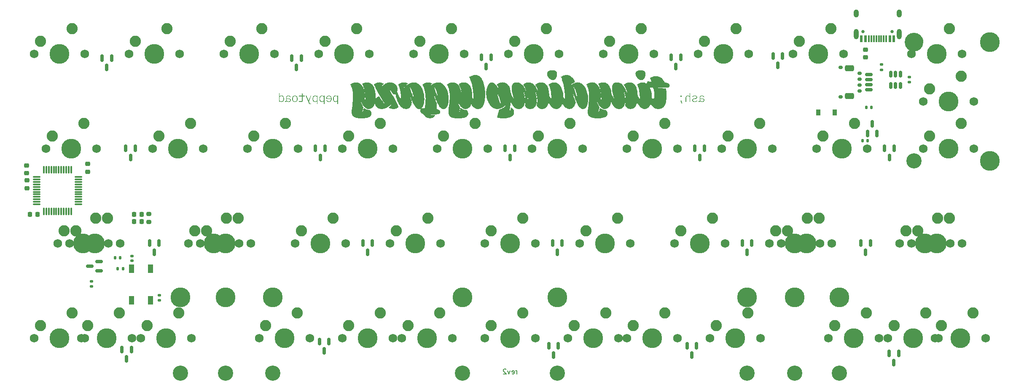
<source format=gbs>
G04 #@! TF.GenerationSoftware,KiCad,Pcbnew,(6.0.11-0)*
G04 #@! TF.CreationDate,2023-07-13T08:17:52+09:00*
G04 #@! TF.ProjectId,Tiny Dimply Qazy,54696e79-2044-4696-9d70-6c792051617a,rev?*
G04 #@! TF.SameCoordinates,Original*
G04 #@! TF.FileFunction,Soldermask,Bot*
G04 #@! TF.FilePolarity,Negative*
%FSLAX46Y46*%
G04 Gerber Fmt 4.6, Leading zero omitted, Abs format (unit mm)*
G04 Created by KiCad (PCBNEW (6.0.11-0)) date 2023-07-13 08:17:52*
%MOMM*%
%LPD*%
G01*
G04 APERTURE LIST*
G04 Aperture macros list*
%AMRoundRect*
0 Rectangle with rounded corners*
0 $1 Rounding radius*
0 $2 $3 $4 $5 $6 $7 $8 $9 X,Y pos of 4 corners*
0 Add a 4 corners polygon primitive as box body*
4,1,4,$2,$3,$4,$5,$6,$7,$8,$9,$2,$3,0*
0 Add four circle primitives for the rounded corners*
1,1,$1+$1,$2,$3*
1,1,$1+$1,$4,$5*
1,1,$1+$1,$6,$7*
1,1,$1+$1,$8,$9*
0 Add four rect primitives between the rounded corners*
20,1,$1+$1,$2,$3,$4,$5,0*
20,1,$1+$1,$4,$5,$6,$7,0*
20,1,$1+$1,$6,$7,$8,$9,0*
20,1,$1+$1,$8,$9,$2,$3,0*%
G04 Aperture macros list end*
%ADD10C,0.000000*%
%ADD11C,0.200000*%
%ADD12C,1.750000*%
%ADD13C,3.987800*%
%ADD14C,2.250000*%
%ADD15C,3.048000*%
%ADD16C,3.750000*%
%ADD17RoundRect,0.225000X0.225000X0.250000X-0.225000X0.250000X-0.225000X-0.250000X0.225000X-0.250000X0*%
%ADD18RoundRect,0.150000X-0.150000X0.587500X-0.150000X-0.587500X0.150000X-0.587500X0.150000X0.587500X0*%
%ADD19RoundRect,0.150000X0.625000X-0.150000X0.625000X0.150000X-0.625000X0.150000X-0.625000X-0.150000X0*%
%ADD20RoundRect,0.250000X0.650000X-0.350000X0.650000X0.350000X-0.650000X0.350000X-0.650000X-0.350000X0*%
%ADD21RoundRect,0.135000X0.135000X0.185000X-0.135000X0.185000X-0.135000X-0.185000X0.135000X-0.185000X0*%
%ADD22RoundRect,0.150000X0.150000X-0.512500X0.150000X0.512500X-0.150000X0.512500X-0.150000X-0.512500X0*%
%ADD23RoundRect,0.225000X0.250000X-0.225000X0.250000X0.225000X-0.250000X0.225000X-0.250000X-0.225000X0*%
%ADD24RoundRect,0.200000X0.275000X-0.200000X0.275000X0.200000X-0.275000X0.200000X-0.275000X-0.200000X0*%
%ADD25RoundRect,0.140000X0.140000X0.170000X-0.140000X0.170000X-0.140000X-0.170000X0.140000X-0.170000X0*%
%ADD26RoundRect,0.225000X-0.250000X0.225000X-0.250000X-0.225000X0.250000X-0.225000X0.250000X0.225000X0*%
%ADD27RoundRect,0.135000X-0.185000X0.135000X-0.185000X-0.135000X0.185000X-0.135000X0.185000X0.135000X0*%
%ADD28RoundRect,0.150000X0.275000X-0.150000X0.275000X0.150000X-0.275000X0.150000X-0.275000X-0.150000X0*%
%ADD29RoundRect,0.175000X0.225000X-0.175000X0.225000X0.175000X-0.225000X0.175000X-0.225000X-0.175000X0*%
%ADD30RoundRect,0.150000X0.150000X-0.587500X0.150000X0.587500X-0.150000X0.587500X-0.150000X-0.587500X0*%
%ADD31R,1.000000X1.700000*%
%ADD32RoundRect,0.150000X0.587500X0.150000X-0.587500X0.150000X-0.587500X-0.150000X0.587500X-0.150000X0*%
%ADD33RoundRect,0.218750X0.256250X-0.218750X0.256250X0.218750X-0.256250X0.218750X-0.256250X-0.218750X0*%
%ADD34RoundRect,0.135000X0.185000X-0.135000X0.185000X0.135000X-0.185000X0.135000X-0.185000X-0.135000X0*%
%ADD35RoundRect,0.140000X0.170000X-0.140000X0.170000X0.140000X-0.170000X0.140000X-0.170000X-0.140000X0*%
%ADD36RoundRect,0.075000X-0.662500X-0.075000X0.662500X-0.075000X0.662500X0.075000X-0.662500X0.075000X0*%
%ADD37RoundRect,0.075000X-0.075000X-0.662500X0.075000X-0.662500X0.075000X0.662500X-0.075000X0.662500X0*%
%ADD38C,0.650000*%
%ADD39R,0.600000X1.450000*%
%ADD40R,0.300000X1.450000*%
%ADD41O,1.000000X2.100000*%
%ADD42O,1.000000X1.600000*%
%ADD43RoundRect,0.140000X-0.170000X0.140000X-0.170000X-0.140000X0.170000X-0.140000X0.170000X0.140000X0*%
%ADD44RoundRect,0.140000X-0.140000X-0.170000X0.140000X-0.170000X0.140000X0.170000X-0.140000X0.170000X0*%
%ADD45R,0.900000X1.200000*%
G04 APERTURE END LIST*
D10*
G36*
X95964616Y-74098127D02*
G01*
X95964021Y-74060667D01*
X95966362Y-73986735D01*
X95973318Y-73916815D01*
X95984793Y-73851011D01*
X95992195Y-73819685D01*
X96000691Y-73789427D01*
X96010268Y-73760251D01*
X96020914Y-73732169D01*
X96032617Y-73705195D01*
X96045365Y-73679341D01*
X96059146Y-73654621D01*
X96073948Y-73631048D01*
X96089759Y-73608634D01*
X96106566Y-73587393D01*
X96124357Y-73567339D01*
X96143121Y-73548483D01*
X96162845Y-73530839D01*
X96183517Y-73514421D01*
X96205125Y-73499241D01*
X96227657Y-73485312D01*
X96251101Y-73472648D01*
X96275444Y-73461261D01*
X96300675Y-73451165D01*
X96326782Y-73442373D01*
X96353751Y-73434897D01*
X96381572Y-73428752D01*
X96410232Y-73423949D01*
X96439719Y-73420502D01*
X96470021Y-73418425D01*
X96501125Y-73417729D01*
X96532230Y-73418425D01*
X96562532Y-73420502D01*
X96592019Y-73423949D01*
X96620679Y-73428752D01*
X96648500Y-73434897D01*
X96675469Y-73442373D01*
X96701576Y-73451165D01*
X96726807Y-73461261D01*
X96751150Y-73472648D01*
X96774594Y-73485312D01*
X96797126Y-73499241D01*
X96818734Y-73514421D01*
X96839406Y-73530839D01*
X96859130Y-73548483D01*
X96877894Y-73567338D01*
X96895685Y-73587393D01*
X96912492Y-73608634D01*
X96928303Y-73631047D01*
X96943104Y-73654621D01*
X96956885Y-73679341D01*
X96969634Y-73705195D01*
X96981337Y-73732169D01*
X96991983Y-73760251D01*
X97001560Y-73789427D01*
X97010055Y-73819685D01*
X97017457Y-73851011D01*
X97023754Y-73883392D01*
X97028933Y-73916815D01*
X97032982Y-73951267D01*
X97035889Y-73986735D01*
X97037642Y-74023206D01*
X97038229Y-74060667D01*
X97035889Y-74134598D01*
X97028933Y-74204518D01*
X97017457Y-74270322D01*
X97010055Y-74301648D01*
X97001560Y-74331906D01*
X96991983Y-74361082D01*
X96981337Y-74389164D01*
X96969634Y-74416138D01*
X96956885Y-74441992D01*
X96943104Y-74466712D01*
X96928303Y-74490286D01*
X96912492Y-74512699D01*
X96895685Y-74533940D01*
X96877894Y-74553995D01*
X96859130Y-74572851D01*
X96839406Y-74590494D01*
X96818734Y-74606912D01*
X96797126Y-74622092D01*
X96774594Y-74636021D01*
X96751150Y-74648685D01*
X96726807Y-74660072D01*
X96701576Y-74670168D01*
X96675469Y-74678960D01*
X96648500Y-74686436D01*
X96620679Y-74692582D01*
X96592019Y-74697384D01*
X96562532Y-74700831D01*
X96532230Y-74702909D01*
X96501125Y-74703604D01*
X96470254Y-74702909D01*
X96440155Y-74700831D01*
X96410843Y-74697384D01*
X96382332Y-74692581D01*
X96354634Y-74686436D01*
X96327764Y-74678960D01*
X96301735Y-74670168D01*
X96276560Y-74660072D01*
X96252254Y-74648685D01*
X96228829Y-74636021D01*
X96206300Y-74622092D01*
X96184680Y-74606912D01*
X96163982Y-74590494D01*
X96144220Y-74572850D01*
X96125407Y-74553995D01*
X96107558Y-74533940D01*
X96090685Y-74512699D01*
X96074803Y-74490286D01*
X96059924Y-74466712D01*
X96046063Y-74441992D01*
X96033233Y-74416138D01*
X96021447Y-74389164D01*
X96010719Y-74361082D01*
X96001063Y-74331906D01*
X95992492Y-74301648D01*
X95985020Y-74270322D01*
X95978660Y-74237941D01*
X95973426Y-74204518D01*
X95969332Y-74170066D01*
X95966623Y-74137396D01*
X96109542Y-74137396D01*
X96109982Y-74164285D01*
X96111295Y-74190380D01*
X96113469Y-74215676D01*
X96116493Y-74240170D01*
X96120356Y-74263858D01*
X96125047Y-74286735D01*
X96130555Y-74308799D01*
X96136869Y-74330045D01*
X96143977Y-74350470D01*
X96151868Y-74370069D01*
X96160532Y-74388838D01*
X96169957Y-74406775D01*
X96180132Y-74423874D01*
X96191046Y-74440132D01*
X96202687Y-74455545D01*
X96215045Y-74470109D01*
X96228108Y-74483821D01*
X96241866Y-74496676D01*
X96256306Y-74508671D01*
X96271419Y-74519801D01*
X96287192Y-74530064D01*
X96303615Y-74539454D01*
X96320677Y-74547968D01*
X96338365Y-74555603D01*
X96356671Y-74562354D01*
X96375581Y-74568217D01*
X96395085Y-74573189D01*
X96415172Y-74577266D01*
X96435831Y-74580443D01*
X96457050Y-74582717D01*
X96478819Y-74584085D01*
X96501125Y-74584542D01*
X96523432Y-74584085D01*
X96545201Y-74582717D01*
X96566420Y-74580443D01*
X96587079Y-74577266D01*
X96607166Y-74573189D01*
X96626670Y-74568217D01*
X96645580Y-74562354D01*
X96663885Y-74555603D01*
X96681574Y-74547968D01*
X96698636Y-74539454D01*
X96715059Y-74530064D01*
X96730832Y-74519801D01*
X96745945Y-74508671D01*
X96760385Y-74496676D01*
X96774143Y-74483821D01*
X96787206Y-74470109D01*
X96799564Y-74455545D01*
X96811205Y-74440132D01*
X96822119Y-74423874D01*
X96832294Y-74406775D01*
X96841718Y-74388838D01*
X96850382Y-74370069D01*
X96858274Y-74350470D01*
X96865382Y-74330045D01*
X96871696Y-74308799D01*
X96877204Y-74286735D01*
X96881895Y-74263858D01*
X96885758Y-74240170D01*
X96888782Y-74215676D01*
X96890956Y-74190380D01*
X96892268Y-74164285D01*
X96892708Y-74137396D01*
X96892708Y-73983937D01*
X96892268Y-73957048D01*
X96890956Y-73930954D01*
X96888782Y-73905657D01*
X96885758Y-73881163D01*
X96881895Y-73857476D01*
X96877204Y-73834598D01*
X96871696Y-73812534D01*
X96865382Y-73791288D01*
X96858274Y-73770863D01*
X96850382Y-73751264D01*
X96841718Y-73732495D01*
X96832294Y-73714559D01*
X96822119Y-73697459D01*
X96811205Y-73681201D01*
X96799564Y-73665788D01*
X96787206Y-73651224D01*
X96774143Y-73637512D01*
X96760385Y-73624657D01*
X96745945Y-73612662D01*
X96730832Y-73601532D01*
X96715059Y-73591270D01*
X96698636Y-73581879D01*
X96681574Y-73573365D01*
X96663885Y-73565730D01*
X96645580Y-73558980D01*
X96626670Y-73553116D01*
X96607166Y-73548144D01*
X96587079Y-73544068D01*
X96566420Y-73540890D01*
X96545201Y-73538616D01*
X96523432Y-73537248D01*
X96501125Y-73536792D01*
X96478819Y-73537248D01*
X96457050Y-73538616D01*
X96435831Y-73540890D01*
X96415172Y-73544068D01*
X96395085Y-73548144D01*
X96375581Y-73553116D01*
X96356671Y-73558980D01*
X96338365Y-73565730D01*
X96320677Y-73573365D01*
X96303615Y-73581879D01*
X96287192Y-73591270D01*
X96271419Y-73601532D01*
X96256306Y-73612662D01*
X96241866Y-73624657D01*
X96228108Y-73637512D01*
X96215045Y-73651224D01*
X96202687Y-73665788D01*
X96191046Y-73681201D01*
X96180132Y-73697459D01*
X96169957Y-73714559D01*
X96160532Y-73732495D01*
X96151868Y-73751264D01*
X96143977Y-73770863D01*
X96136869Y-73791288D01*
X96130555Y-73812534D01*
X96125047Y-73834598D01*
X96120356Y-73857476D01*
X96116493Y-73881163D01*
X96113469Y-73905657D01*
X96111295Y-73930954D01*
X96109982Y-73957048D01*
X96109542Y-73983937D01*
X96109542Y-74137396D01*
X95966623Y-74137396D01*
X95966391Y-74134598D01*
X95964616Y-74098127D01*
G37*
G36*
X169171856Y-69529744D02*
G01*
X169314524Y-69543131D01*
X169451805Y-69565726D01*
X169518437Y-69580550D01*
X169583734Y-69597763D01*
X169647702Y-69617394D01*
X169710345Y-69639473D01*
X169771667Y-69664029D01*
X169831673Y-69691090D01*
X169890367Y-69720687D01*
X169947754Y-69752846D01*
X170003837Y-69787599D01*
X170058621Y-69824974D01*
X170112111Y-69864999D01*
X170164311Y-69907705D01*
X170215225Y-69953120D01*
X170264857Y-70001273D01*
X170313212Y-70052193D01*
X170360295Y-70105910D01*
X170406109Y-70162452D01*
X170450660Y-70221849D01*
X170493950Y-70284129D01*
X170535986Y-70349322D01*
X170576770Y-70417456D01*
X170616308Y-70488561D01*
X170691662Y-70639800D01*
X170762081Y-70803270D01*
X170827848Y-70804228D01*
X170891217Y-70807054D01*
X170952208Y-70811679D01*
X171010841Y-70818034D01*
X171067138Y-70826051D01*
X171121118Y-70835658D01*
X171172801Y-70846788D01*
X171222209Y-70859370D01*
X171269360Y-70873337D01*
X171314277Y-70888617D01*
X171356978Y-70905143D01*
X171397485Y-70922845D01*
X171435818Y-70941653D01*
X171471996Y-70961498D01*
X171506041Y-70982311D01*
X171537973Y-71004023D01*
X171567812Y-71026564D01*
X171595579Y-71049866D01*
X171621293Y-71073858D01*
X171644975Y-71098472D01*
X171666646Y-71123638D01*
X171686325Y-71149287D01*
X171704034Y-71175350D01*
X171719793Y-71201758D01*
X171733621Y-71228440D01*
X171745539Y-71255329D01*
X171755568Y-71282354D01*
X171763728Y-71309446D01*
X171770039Y-71336537D01*
X171774522Y-71363556D01*
X171777197Y-71390435D01*
X171778084Y-71417104D01*
X171777464Y-71443226D01*
X171775606Y-71468512D01*
X171772512Y-71492962D01*
X171768183Y-71516576D01*
X171762621Y-71539354D01*
X171755829Y-71561298D01*
X171747809Y-71582408D01*
X171738561Y-71602684D01*
X171728089Y-71622127D01*
X171716395Y-71640737D01*
X171703479Y-71658514D01*
X171689344Y-71675460D01*
X171673993Y-71691575D01*
X171657426Y-71706858D01*
X171639646Y-71721311D01*
X171620655Y-71734935D01*
X171600455Y-71747728D01*
X171579048Y-71759693D01*
X171556435Y-71770830D01*
X171532619Y-71781138D01*
X171481384Y-71799274D01*
X171425359Y-71814103D01*
X171364558Y-71825630D01*
X171298999Y-71833859D01*
X171228696Y-71838793D01*
X171153664Y-71840437D01*
X171145710Y-71824562D01*
X169216900Y-71824562D01*
X169216900Y-71845729D01*
X169689224Y-71892031D01*
X170145919Y-71928411D01*
X170593189Y-71955862D01*
X171037236Y-71975375D01*
X171081926Y-72300068D01*
X171102488Y-72469763D01*
X171120910Y-72646093D01*
X171136480Y-72830361D01*
X171148484Y-73023869D01*
X171156210Y-73227918D01*
X171158943Y-73443812D01*
X171154776Y-73704071D01*
X171141606Y-73959843D01*
X171118429Y-74209428D01*
X171084240Y-74451131D01*
X171062703Y-74568495D01*
X171038037Y-74683252D01*
X171010116Y-74795190D01*
X170978815Y-74904095D01*
X170944008Y-75009757D01*
X170905571Y-75111962D01*
X170863376Y-75210500D01*
X170817300Y-75305156D01*
X170767216Y-75395720D01*
X170713000Y-75481979D01*
X170654524Y-75563720D01*
X170591665Y-75640732D01*
X170524297Y-75712803D01*
X170452293Y-75779720D01*
X170375529Y-75841271D01*
X170293880Y-75897244D01*
X170207219Y-75947426D01*
X170115421Y-75991606D01*
X170018361Y-76029572D01*
X169915913Y-76061110D01*
X169807952Y-76086009D01*
X169694352Y-76104057D01*
X169574988Y-76115041D01*
X169449734Y-76118750D01*
X169387272Y-76117396D01*
X169325887Y-76113380D01*
X169265574Y-76106766D01*
X169206323Y-76097619D01*
X169148129Y-76086006D01*
X169090984Y-76071991D01*
X169034880Y-76055640D01*
X168979810Y-76037018D01*
X168925768Y-76016191D01*
X168872745Y-75993224D01*
X168820735Y-75968183D01*
X168769730Y-75941133D01*
X168719723Y-75912139D01*
X168670707Y-75881266D01*
X168575618Y-75814148D01*
X168484405Y-75740302D01*
X168397009Y-75660251D01*
X168313372Y-75574517D01*
X168233437Y-75483626D01*
X168157145Y-75388099D01*
X168084438Y-75288459D01*
X168015258Y-75185231D01*
X167949547Y-75078937D01*
X167903939Y-75191771D01*
X167854432Y-75299854D01*
X167801034Y-75402836D01*
X167743752Y-75500369D01*
X167682595Y-75592104D01*
X167617569Y-75677691D01*
X167548683Y-75756784D01*
X167512795Y-75793785D01*
X167475944Y-75829031D01*
X167438133Y-75862479D01*
X167399361Y-75894085D01*
X167359630Y-75923806D01*
X167318941Y-75951597D01*
X167277294Y-75977416D01*
X167234692Y-76001218D01*
X167191133Y-76022961D01*
X167146621Y-76042599D01*
X167101155Y-76060091D01*
X167054737Y-76075392D01*
X167007367Y-76088459D01*
X166959046Y-76099247D01*
X166909776Y-76107714D01*
X166859558Y-76113816D01*
X166808392Y-76117509D01*
X166756279Y-76118750D01*
X166695874Y-76116975D01*
X166636204Y-76111713D01*
X166577279Y-76103060D01*
X166519106Y-76091108D01*
X166461692Y-76075953D01*
X166405045Y-76057690D01*
X166349174Y-76036412D01*
X166294086Y-76012214D01*
X166239788Y-75985190D01*
X166186289Y-75955436D01*
X166081716Y-75888113D01*
X165980431Y-75810999D01*
X165882493Y-75724851D01*
X165787967Y-75630425D01*
X165696913Y-75528476D01*
X165609393Y-75419759D01*
X165525470Y-75305032D01*
X165445206Y-75185049D01*
X165368663Y-75060566D01*
X165295902Y-74932340D01*
X165226986Y-74801125D01*
X165184282Y-74960681D01*
X165135629Y-75109943D01*
X165109111Y-75180714D01*
X165081154Y-75248911D01*
X165051773Y-75314535D01*
X165020985Y-75377586D01*
X164988806Y-75438063D01*
X164955251Y-75495966D01*
X164920337Y-75551296D01*
X164884079Y-75604052D01*
X164846494Y-75654235D01*
X164807597Y-75701845D01*
X164767405Y-75746881D01*
X164725933Y-75789343D01*
X164683198Y-75829233D01*
X164639216Y-75866548D01*
X164594001Y-75901290D01*
X164547572Y-75933459D01*
X164499943Y-75963054D01*
X164451130Y-75990075D01*
X164401150Y-76014524D01*
X164350018Y-76036398D01*
X164297750Y-76055699D01*
X164244363Y-76072427D01*
X164189872Y-76086581D01*
X164134294Y-76098162D01*
X164077644Y-76107169D01*
X164019939Y-76113603D01*
X163961194Y-76117463D01*
X163901425Y-76118750D01*
X163838329Y-76117389D01*
X163777506Y-76113382D01*
X163718919Y-76106842D01*
X163662529Y-76097883D01*
X163608301Y-76086617D01*
X163556195Y-76073160D01*
X163506176Y-76057622D01*
X163458206Y-76040119D01*
X163412247Y-76020763D01*
X163368263Y-75999668D01*
X163326215Y-75976947D01*
X163286067Y-75952713D01*
X163247781Y-75927081D01*
X163211320Y-75900162D01*
X163176647Y-75872071D01*
X163143724Y-75842922D01*
X163112515Y-75812826D01*
X163082981Y-75781898D01*
X163055085Y-75750251D01*
X163028791Y-75717999D01*
X162980857Y-75652131D01*
X162938879Y-75585201D01*
X162902560Y-75518116D01*
X162871601Y-75451783D01*
X162845704Y-75387108D01*
X162824570Y-75325000D01*
X162852930Y-75222464D01*
X162878314Y-75119369D01*
X162900473Y-75015903D01*
X162919159Y-74912250D01*
X162934125Y-74808598D01*
X162945121Y-74705131D01*
X162951901Y-74602036D01*
X162953632Y-74550687D01*
X162954216Y-74499500D01*
X162947808Y-74237635D01*
X162925774Y-73944950D01*
X162907578Y-73788348D01*
X162883895Y-73625600D01*
X162854197Y-73457224D01*
X162817956Y-73283739D01*
X162774646Y-73105666D01*
X162723739Y-72923524D01*
X162664709Y-72737831D01*
X162597028Y-72549107D01*
X162520170Y-72357872D01*
X162433606Y-72164645D01*
X162336811Y-71969945D01*
X162229256Y-71774292D01*
X162200154Y-71784875D01*
X162263849Y-71924560D01*
X162325738Y-72071276D01*
X162385503Y-72224301D01*
X162442827Y-72382916D01*
X162497391Y-72546398D01*
X162548877Y-72714027D01*
X162596968Y-72885083D01*
X162641347Y-73058843D01*
X162681694Y-73234589D01*
X162717693Y-73411597D01*
X162749026Y-73589148D01*
X162775374Y-73766521D01*
X162796421Y-73942995D01*
X162811847Y-74117849D01*
X162821336Y-74290361D01*
X162824570Y-74459812D01*
X162820090Y-74625818D01*
X162806587Y-74787854D01*
X162796422Y-74867094D01*
X162783968Y-74944992D01*
X162769211Y-75021433D01*
X162752140Y-75096301D01*
X162732744Y-75169478D01*
X162711011Y-75240850D01*
X162686929Y-75310299D01*
X162660487Y-75377710D01*
X162631673Y-75442966D01*
X162600475Y-75505950D01*
X162566882Y-75566547D01*
X162530882Y-75624640D01*
X162492464Y-75680114D01*
X162451616Y-75732851D01*
X162408326Y-75782735D01*
X162362582Y-75829651D01*
X162314374Y-75873482D01*
X162263689Y-75914111D01*
X162210516Y-75951423D01*
X162154843Y-75985301D01*
X162096658Y-76015628D01*
X162035951Y-76042289D01*
X161972708Y-76065168D01*
X161906920Y-76084147D01*
X161838573Y-76099111D01*
X161767657Y-76109944D01*
X161694159Y-76116529D01*
X161618069Y-76118750D01*
X161547359Y-76116746D01*
X161478097Y-76110813D01*
X161410274Y-76101067D01*
X161343880Y-76087625D01*
X161278907Y-76070604D01*
X161215345Y-76050120D01*
X161153185Y-76026291D01*
X161092418Y-75999233D01*
X161033035Y-75969062D01*
X160975026Y-75935896D01*
X160918382Y-75899851D01*
X160863094Y-75861045D01*
X160756550Y-75775612D01*
X160655320Y-75680534D01*
X160559329Y-75576742D01*
X160468505Y-75465172D01*
X160382773Y-75346757D01*
X160302060Y-75222432D01*
X160226293Y-75093131D01*
X160155398Y-74959787D01*
X160089300Y-74823335D01*
X160027928Y-74684708D01*
X159992136Y-74849932D01*
X159950205Y-75006125D01*
X159902073Y-75153063D01*
X159875662Y-75222991D01*
X159847678Y-75290521D01*
X159818113Y-75355625D01*
X159786958Y-75418274D01*
X159754207Y-75478442D01*
X159719851Y-75536098D01*
X159683883Y-75591216D01*
X159646295Y-75643767D01*
X159607079Y-75693724D01*
X159566227Y-75741057D01*
X159523732Y-75785740D01*
X159479587Y-75827743D01*
X159433782Y-75867039D01*
X159386311Y-75903600D01*
X159337165Y-75937398D01*
X159286338Y-75968404D01*
X159233820Y-75996590D01*
X159179605Y-76021929D01*
X159123685Y-76044392D01*
X159066051Y-76063951D01*
X159006697Y-76080578D01*
X158945614Y-76094245D01*
X158882795Y-76104924D01*
X158818232Y-76112586D01*
X158751917Y-76117204D01*
X158683842Y-76118750D01*
X158628894Y-76116645D01*
X158573724Y-76110375D01*
X158518392Y-76100007D01*
X158462955Y-76085610D01*
X158407472Y-76067249D01*
X158352001Y-76044993D01*
X158241325Y-75989063D01*
X158131394Y-75918358D01*
X158022672Y-75833418D01*
X157915624Y-75734782D01*
X157810716Y-75622987D01*
X157708412Y-75498573D01*
X157609178Y-75362078D01*
X157513479Y-75214041D01*
X157421779Y-75055001D01*
X157334544Y-74885497D01*
X157252239Y-74706066D01*
X157175329Y-74517249D01*
X157104279Y-74319584D01*
X157083111Y-74319584D01*
X157112268Y-74454325D01*
X157149672Y-74606243D01*
X157197618Y-74771928D01*
X157226262Y-74858867D01*
X157258401Y-74947969D01*
X157294323Y-75038807D01*
X157334314Y-75130955D01*
X157378661Y-75223987D01*
X157427652Y-75317476D01*
X157481573Y-75410996D01*
X157540710Y-75504121D01*
X157605351Y-75596424D01*
X157675782Y-75687479D01*
X157647117Y-75845888D01*
X157613150Y-76011180D01*
X157574532Y-76182798D01*
X157531915Y-76360182D01*
X157437284Y-76730020D01*
X157334469Y-77116229D01*
X157355637Y-77116229D01*
X157416424Y-76983963D01*
X157477304Y-76843419D01*
X157537626Y-76694999D01*
X157596739Y-76539107D01*
X157653992Y-76376146D01*
X157708733Y-76206518D01*
X157760311Y-76030627D01*
X157808075Y-75848875D01*
X157851128Y-75893396D01*
X157896887Y-75936534D01*
X157945265Y-75978082D01*
X157996178Y-76017836D01*
X158049540Y-76055591D01*
X158105267Y-76091139D01*
X158163272Y-76124278D01*
X158223471Y-76154800D01*
X158285778Y-76182500D01*
X158350109Y-76207174D01*
X158416377Y-76228615D01*
X158484498Y-76246618D01*
X158554387Y-76260978D01*
X158625957Y-76271490D01*
X158699125Y-76277948D01*
X158773804Y-76280146D01*
X158809853Y-76279980D01*
X158827010Y-76279588D01*
X158843918Y-76278823D01*
X158860827Y-76277562D01*
X158877983Y-76275681D01*
X158895636Y-76273055D01*
X158904725Y-76271425D01*
X158914032Y-76269562D01*
X158961041Y-76313525D01*
X159004849Y-76358089D01*
X159045478Y-76403234D01*
X159082953Y-76448941D01*
X159117296Y-76495191D01*
X159148530Y-76541964D01*
X159176680Y-76589240D01*
X159201767Y-76637002D01*
X159223816Y-76685228D01*
X159242850Y-76733900D01*
X159258892Y-76782999D01*
X159271964Y-76832504D01*
X159282092Y-76882397D01*
X159289297Y-76932658D01*
X159293603Y-76983268D01*
X159295033Y-77034207D01*
X159292697Y-77097269D01*
X159285742Y-77157982D01*
X159274246Y-77216369D01*
X159258286Y-77272451D01*
X159237941Y-77326253D01*
X159213288Y-77377797D01*
X159184406Y-77427106D01*
X159151373Y-77474202D01*
X159114266Y-77519108D01*
X159073164Y-77561847D01*
X159028144Y-77602442D01*
X158979285Y-77640915D01*
X158870361Y-77711588D01*
X158747016Y-77774049D01*
X158609873Y-77828479D01*
X158459556Y-77875061D01*
X158296689Y-77913977D01*
X158121897Y-77945408D01*
X157935804Y-77969538D01*
X157739032Y-77986548D01*
X157532207Y-77996620D01*
X157315953Y-77999937D01*
X157163326Y-77998355D01*
X157018360Y-77993632D01*
X156880869Y-77985808D01*
X156750669Y-77974921D01*
X156627575Y-77961008D01*
X156511403Y-77944109D01*
X156401967Y-77924262D01*
X156299084Y-77901504D01*
X156202569Y-77875874D01*
X156112237Y-77847411D01*
X156027903Y-77816152D01*
X155949384Y-77782137D01*
X155876494Y-77745402D01*
X155809049Y-77705987D01*
X155746865Y-77663929D01*
X155689756Y-77619268D01*
X155637539Y-77572041D01*
X155590028Y-77522286D01*
X155547039Y-77470042D01*
X155508387Y-77415348D01*
X155473888Y-77358240D01*
X155443358Y-77298758D01*
X155416611Y-77236941D01*
X155393464Y-77172825D01*
X155373731Y-77106450D01*
X155357227Y-77037853D01*
X155343770Y-76967073D01*
X155333173Y-76894149D01*
X155319823Y-76742019D01*
X155315701Y-76581770D01*
X155327411Y-76360192D01*
X155358282Y-76083113D01*
X155451962Y-75390484D01*
X155501995Y-74988948D01*
X155545641Y-74559941D01*
X155576513Y-74110469D01*
X155585162Y-73880250D01*
X155588223Y-73647542D01*
X155582151Y-73329561D01*
X155574148Y-73169902D01*
X155562467Y-73010185D01*
X155546833Y-72850701D01*
X155526971Y-72691740D01*
X155502605Y-72533592D01*
X155473460Y-72376550D01*
X155439261Y-72220902D01*
X155399733Y-72066941D01*
X155354601Y-71914956D01*
X155303589Y-71765238D01*
X155246423Y-71618078D01*
X155182827Y-71473767D01*
X155112526Y-71332596D01*
X155035244Y-71194854D01*
X155086424Y-71148589D01*
X155141573Y-71104157D01*
X155200443Y-71061717D01*
X155262785Y-71021428D01*
X155328352Y-70983449D01*
X155396895Y-70947939D01*
X155468167Y-70915057D01*
X155541920Y-70884961D01*
X155617904Y-70857811D01*
X155695874Y-70833765D01*
X155775579Y-70812983D01*
X155856773Y-70795623D01*
X155939207Y-70781844D01*
X156022634Y-70771805D01*
X156106805Y-70765665D01*
X156191471Y-70763583D01*
X156331130Y-70769001D01*
X156463489Y-70785001D01*
X156588735Y-70811205D01*
X156707058Y-70847237D01*
X156818645Y-70892718D01*
X156923683Y-70947270D01*
X157022362Y-71010515D01*
X157114868Y-71082076D01*
X157201390Y-71161574D01*
X157282116Y-71248631D01*
X157357234Y-71342871D01*
X157426932Y-71443914D01*
X157491397Y-71551383D01*
X157550819Y-71664900D01*
X157655280Y-71908568D01*
X157741820Y-72171893D01*
X157811942Y-72451852D01*
X157867151Y-72745423D01*
X157908949Y-73049583D01*
X157938842Y-73361308D01*
X157958331Y-73677576D01*
X157968923Y-73995363D01*
X157972119Y-74311646D01*
X158072659Y-74441292D01*
X158067202Y-74018578D01*
X158047854Y-73572301D01*
X158031576Y-73344201D01*
X158010151Y-73114861D01*
X157983021Y-72885831D01*
X157949628Y-72658661D01*
X157909414Y-72434902D01*
X157861820Y-72216104D01*
X157806288Y-72003818D01*
X157742261Y-71799592D01*
X157669180Y-71604979D01*
X157586488Y-71421528D01*
X157493625Y-71250789D01*
X157390034Y-71094312D01*
X157436679Y-71059205D01*
X157486251Y-71025407D01*
X157538636Y-70993051D01*
X157593722Y-70962269D01*
X157651398Y-70933192D01*
X157711550Y-70905952D01*
X157774066Y-70880681D01*
X157838834Y-70857510D01*
X157905742Y-70836572D01*
X157974676Y-70817998D01*
X158045525Y-70801921D01*
X158118177Y-70788470D01*
X158192518Y-70777780D01*
X158268437Y-70769981D01*
X158345820Y-70765204D01*
X158424557Y-70763583D01*
X158527132Y-70766538D01*
X158626031Y-70775319D01*
X158721300Y-70789797D01*
X158812983Y-70809844D01*
X158901125Y-70835333D01*
X158985773Y-70866135D01*
X159066970Y-70902123D01*
X159144761Y-70943169D01*
X159219192Y-70989145D01*
X159290308Y-71039923D01*
X159358154Y-71095375D01*
X159422775Y-71155373D01*
X159484216Y-71219790D01*
X159542522Y-71288497D01*
X159597738Y-71361366D01*
X159649909Y-71438271D01*
X159745297Y-71603671D01*
X159829045Y-71783676D01*
X159901516Y-71977261D01*
X159963068Y-72183403D01*
X160014063Y-72401080D01*
X160054861Y-72629268D01*
X160085823Y-72866943D01*
X160107308Y-73113083D01*
X160165681Y-73242181D01*
X160226039Y-73370969D01*
X160288878Y-73498641D01*
X160354693Y-73624391D01*
X160423980Y-73747412D01*
X160460081Y-73807647D01*
X160497237Y-73866898D01*
X160535508Y-73925064D01*
X160574957Y-73982043D01*
X160615647Y-74037736D01*
X160657639Y-74092042D01*
X160597501Y-73932321D01*
X160542029Y-73770371D01*
X160491115Y-73607251D01*
X160444650Y-73444019D01*
X160402526Y-73281733D01*
X160364634Y-73121450D01*
X160330866Y-72964229D01*
X160301113Y-72811128D01*
X160253220Y-72521517D01*
X160220085Y-72261084D01*
X160200840Y-72038291D01*
X160194619Y-71861604D01*
X160198173Y-71733321D01*
X160202637Y-71671960D01*
X160208912Y-71612472D01*
X160217013Y-71554871D01*
X160226954Y-71499173D01*
X160238749Y-71445391D01*
X160252413Y-71393540D01*
X160267961Y-71343634D01*
X160285407Y-71295689D01*
X160304766Y-71249719D01*
X160326052Y-71205737D01*
X160349280Y-71163760D01*
X160374464Y-71123800D01*
X160401619Y-71085874D01*
X160430759Y-71049995D01*
X160461899Y-71016178D01*
X160495053Y-70984437D01*
X160530237Y-70954787D01*
X160567463Y-70927243D01*
X160606748Y-70901818D01*
X160648106Y-70878529D01*
X160691550Y-70857388D01*
X160737096Y-70838411D01*
X160784759Y-70821612D01*
X160834552Y-70807006D01*
X160886490Y-70794607D01*
X160940588Y-70784430D01*
X160996860Y-70776489D01*
X161055321Y-70770799D01*
X161115985Y-70767374D01*
X161178868Y-70766229D01*
X161335484Y-70773405D01*
X161484967Y-70794521D01*
X161627486Y-70828959D01*
X161763211Y-70876104D01*
X161892310Y-70935336D01*
X162014953Y-71006040D01*
X162131308Y-71087598D01*
X162241545Y-71179393D01*
X162345832Y-71280807D01*
X162444339Y-71391223D01*
X162537236Y-71510025D01*
X162624690Y-71636595D01*
X162783949Y-71910569D01*
X162923468Y-72208208D01*
X163044601Y-72524575D01*
X163148700Y-72854732D01*
X163237118Y-73193741D01*
X163311207Y-73536664D01*
X163372320Y-73878565D01*
X163421810Y-74214504D01*
X163491329Y-74848750D01*
X163512497Y-74848750D01*
X163496851Y-74559808D01*
X163475632Y-74277632D01*
X163448723Y-74002604D01*
X163416008Y-73735102D01*
X163377371Y-73475507D01*
X163332695Y-73224198D01*
X163281865Y-72981555D01*
X163224764Y-72747958D01*
X163161275Y-72523787D01*
X163091283Y-72309422D01*
X163014671Y-72105242D01*
X162931323Y-71911627D01*
X162841123Y-71728957D01*
X162743954Y-71557613D01*
X162639700Y-71397972D01*
X162528244Y-71250417D01*
X162578999Y-71200535D01*
X162633024Y-71152242D01*
X162690306Y-71105763D01*
X162750827Y-71061323D01*
X162814573Y-71019146D01*
X162881527Y-70979457D01*
X162951676Y-70942481D01*
X163025002Y-70908443D01*
X163101491Y-70877568D01*
X163181127Y-70850080D01*
X163263895Y-70826204D01*
X163349779Y-70806165D01*
X163438763Y-70790188D01*
X163530832Y-70778498D01*
X163625971Y-70771319D01*
X163724163Y-70768876D01*
X163911612Y-70778772D01*
X164001175Y-70791184D01*
X164087950Y-70808609D01*
X164171929Y-70831075D01*
X164253102Y-70858608D01*
X164331460Y-70891237D01*
X164406995Y-70928990D01*
X164479696Y-70971893D01*
X164549555Y-71019974D01*
X164616563Y-71073262D01*
X164680710Y-71131783D01*
X164741986Y-71195566D01*
X164800384Y-71264638D01*
X164855893Y-71339026D01*
X164908505Y-71418758D01*
X165004998Y-71594366D01*
X165089791Y-71791681D01*
X165162809Y-72010925D01*
X165223980Y-72252320D01*
X165273228Y-72516084D01*
X165310481Y-72802441D01*
X165335665Y-73111610D01*
X165348706Y-73443813D01*
X165401085Y-73541455D01*
X165454705Y-73637082D01*
X165509068Y-73729423D01*
X165563680Y-73817206D01*
X165590923Y-73858991D01*
X165618043Y-73899159D01*
X165644977Y-73937553D01*
X165671662Y-73974013D01*
X165698038Y-74008379D01*
X165724042Y-74040494D01*
X165749611Y-74070198D01*
X165774685Y-74097333D01*
X165772460Y-73866873D01*
X165765812Y-73642839D01*
X165754785Y-73425269D01*
X165739421Y-73214204D01*
X165719762Y-73009680D01*
X165695852Y-72811737D01*
X165667733Y-72620414D01*
X165635447Y-72435750D01*
X165599038Y-72257783D01*
X165558547Y-72086552D01*
X165514018Y-71922095D01*
X165465494Y-71764452D01*
X165462472Y-71755771D01*
X167761708Y-71755771D01*
X167814047Y-71859752D01*
X167862926Y-71967128D01*
X167908355Y-72077635D01*
X167950347Y-72191011D01*
X167988912Y-72306991D01*
X168024063Y-72425311D01*
X168055811Y-72545710D01*
X168084167Y-72667922D01*
X168109144Y-72791685D01*
X168130753Y-72916734D01*
X168149006Y-73042806D01*
X168163914Y-73169638D01*
X168175489Y-73296966D01*
X168183742Y-73424527D01*
X168188686Y-73552057D01*
X168190331Y-73679292D01*
X168185040Y-73848625D01*
X168204323Y-73874785D01*
X168223471Y-73899650D01*
X168242472Y-73923167D01*
X168261314Y-73945280D01*
X168279985Y-73965937D01*
X168298474Y-73985081D01*
X168316769Y-74002660D01*
X168334859Y-74018619D01*
X168352731Y-74032904D01*
X168370375Y-74045460D01*
X168387779Y-74056233D01*
X168396387Y-74060934D01*
X168404931Y-74065169D01*
X168413409Y-74068932D01*
X168421819Y-74072214D01*
X168430161Y-74075010D01*
X168438433Y-74077313D01*
X168446633Y-74079116D01*
X168454759Y-74080413D01*
X168462811Y-74081195D01*
X168470787Y-74081458D01*
X168473439Y-74081458D01*
X168487368Y-74080788D01*
X168500876Y-74078794D01*
X168513964Y-74075502D01*
X168526628Y-74070936D01*
X168538869Y-74065123D01*
X168550683Y-74058087D01*
X168562070Y-74049853D01*
X168573028Y-74040447D01*
X168593653Y-74018219D01*
X168612545Y-73991603D01*
X168629693Y-73960801D01*
X168645086Y-73926015D01*
X168658711Y-73887446D01*
X168670557Y-73845297D01*
X168680613Y-73799767D01*
X168688866Y-73751059D01*
X168695306Y-73699375D01*
X168699920Y-73644916D01*
X168702697Y-73587883D01*
X168703625Y-73528479D01*
X168699444Y-73323334D01*
X168687047Y-73115150D01*
X168666651Y-72904610D01*
X168638471Y-72692396D01*
X168602727Y-72479189D01*
X168559634Y-72265673D01*
X168509409Y-72052528D01*
X168452271Y-71840438D01*
X168347827Y-71838970D01*
X168248747Y-71834650D01*
X168154939Y-71827601D01*
X168066308Y-71817948D01*
X167982763Y-71805814D01*
X167904210Y-71791324D01*
X167830556Y-71774602D01*
X167761708Y-71755771D01*
X165462472Y-71755771D01*
X165413016Y-71613662D01*
X165356627Y-71469762D01*
X165296370Y-71332793D01*
X165232289Y-71202792D01*
X165308563Y-71135406D01*
X165400975Y-71066335D01*
X165459896Y-71027377D01*
X165526967Y-70987156D01*
X165601945Y-70946935D01*
X165684586Y-70907978D01*
X165774644Y-70871547D01*
X165871876Y-70838907D01*
X165976039Y-70811321D01*
X166086887Y-70790052D01*
X166144742Y-70782181D01*
X166204177Y-70776364D01*
X166265161Y-70772758D01*
X166327664Y-70771521D01*
X166389118Y-70772753D01*
X166449464Y-70776415D01*
X166508710Y-70782456D01*
X166566862Y-70790827D01*
X166623929Y-70801477D01*
X166679919Y-70814355D01*
X166734840Y-70829412D01*
X166788698Y-70846596D01*
X166841502Y-70865858D01*
X166893260Y-70887147D01*
X166943979Y-70910412D01*
X166993667Y-70935604D01*
X167042333Y-70962671D01*
X167089982Y-70991564D01*
X167136624Y-71022232D01*
X167182267Y-71054625D01*
X167182267Y-71044042D01*
X167183091Y-71011806D01*
X167185512Y-70979632D01*
X167189452Y-70947582D01*
X167194834Y-70915719D01*
X167201581Y-70884103D01*
X167209614Y-70852797D01*
X167218856Y-70821864D01*
X167229230Y-70791364D01*
X167240659Y-70761361D01*
X167253063Y-70731916D01*
X167266368Y-70703091D01*
X167280493Y-70674948D01*
X167295363Y-70647549D01*
X167310900Y-70620956D01*
X167327025Y-70595232D01*
X167343663Y-70570437D01*
X168108307Y-70610125D01*
X168076722Y-70517376D01*
X168042161Y-70421278D01*
X168005616Y-70324189D01*
X167968079Y-70228463D01*
X167930542Y-70136459D01*
X167893997Y-70050531D01*
X167859436Y-69973037D01*
X167827851Y-69906333D01*
X167889069Y-69857580D01*
X167952597Y-69812478D01*
X168018327Y-69770958D01*
X168086149Y-69732948D01*
X168155956Y-69698381D01*
X168227639Y-69667185D01*
X168301089Y-69639291D01*
X168376198Y-69614630D01*
X168452857Y-69593131D01*
X168530959Y-69574726D01*
X168610393Y-69559343D01*
X168691052Y-69546913D01*
X168772827Y-69537367D01*
X168855611Y-69530635D01*
X168939293Y-69526647D01*
X169023766Y-69525333D01*
X169171856Y-69529744D01*
G37*
G36*
X99234271Y-74478708D02*
G01*
X99242209Y-74478708D01*
X99660250Y-73446833D01*
X99800480Y-73446833D01*
X99308355Y-74642750D01*
X99469751Y-75036979D01*
X99747563Y-75036979D01*
X99747563Y-75153395D01*
X99543833Y-75153395D01*
X99520438Y-75152866D01*
X99498797Y-75151272D01*
X99478808Y-75148599D01*
X99460366Y-75144838D01*
X99451692Y-75142545D01*
X99443365Y-75139976D01*
X99435372Y-75137128D01*
X99427701Y-75134001D01*
X99420338Y-75130593D01*
X99413270Y-75126903D01*
X99406484Y-75122929D01*
X99399966Y-75118669D01*
X99393705Y-75114122D01*
X99387686Y-75109288D01*
X99381897Y-75104163D01*
X99376324Y-75098748D01*
X99365777Y-75087037D01*
X99355938Y-75074145D01*
X99346704Y-75060058D01*
X99337970Y-75044766D01*
X99329631Y-75028258D01*
X99321583Y-75010520D01*
X98681292Y-73446833D01*
X98816229Y-73446833D01*
X99234271Y-74478708D01*
G37*
G36*
X166023822Y-68322246D02*
G01*
X166080674Y-68324543D01*
X166135732Y-68328368D01*
X166188994Y-68333716D01*
X166240453Y-68340583D01*
X166290105Y-68348966D01*
X166337945Y-68358860D01*
X166383969Y-68370261D01*
X166428170Y-68383167D01*
X166470546Y-68397573D01*
X166511090Y-68413474D01*
X166549798Y-68430868D01*
X166586665Y-68449750D01*
X166621687Y-68470116D01*
X166654857Y-68491963D01*
X166686172Y-68515286D01*
X166715627Y-68540083D01*
X166743217Y-68566348D01*
X166768936Y-68594078D01*
X166792781Y-68623269D01*
X166814746Y-68653918D01*
X166834826Y-68686020D01*
X166853017Y-68719572D01*
X166869314Y-68754569D01*
X166883711Y-68791008D01*
X166896205Y-68828885D01*
X166906790Y-68868196D01*
X166915461Y-68908937D01*
X166922214Y-68951104D01*
X166927043Y-68994694D01*
X166929944Y-69039702D01*
X166930912Y-69086125D01*
X166927622Y-69174561D01*
X166917740Y-69269116D01*
X166901246Y-69368160D01*
X166878120Y-69470060D01*
X166848343Y-69573185D01*
X166811897Y-69675903D01*
X166791166Y-69726599D01*
X166768761Y-69776582D01*
X166744678Y-69825647D01*
X166718916Y-69873591D01*
X166691471Y-69920209D01*
X166662342Y-69965298D01*
X166631527Y-70008653D01*
X166599022Y-70050071D01*
X166564825Y-70089348D01*
X166528934Y-70126279D01*
X166491346Y-70160661D01*
X166452059Y-70192290D01*
X166411071Y-70220961D01*
X166368379Y-70246472D01*
X166323981Y-70268617D01*
X166277874Y-70287194D01*
X166230055Y-70301997D01*
X166180524Y-70312823D01*
X166129276Y-70319468D01*
X166076310Y-70321729D01*
X166021516Y-70319436D01*
X165966845Y-70312689D01*
X165912401Y-70301685D01*
X165858291Y-70286620D01*
X165804621Y-70267691D01*
X165751497Y-70245094D01*
X165699025Y-70219027D01*
X165647311Y-70189685D01*
X165596462Y-70157266D01*
X165546583Y-70121967D01*
X165497780Y-70083984D01*
X165450160Y-70043513D01*
X165358893Y-69955897D01*
X165273629Y-69860692D01*
X165195217Y-69759472D01*
X165124506Y-69653811D01*
X165062345Y-69545281D01*
X165009583Y-69435457D01*
X164967069Y-69325912D01*
X164935650Y-69218220D01*
X164924367Y-69165560D01*
X164916176Y-69113954D01*
X164911184Y-69063597D01*
X164909497Y-69014687D01*
X164910956Y-68971263D01*
X164915277Y-68929291D01*
X164922379Y-68888766D01*
X164932177Y-68849684D01*
X164944590Y-68812041D01*
X164959534Y-68775830D01*
X164976927Y-68741047D01*
X164996685Y-68707688D01*
X165018726Y-68675747D01*
X165042967Y-68645220D01*
X165069325Y-68616102D01*
X165097718Y-68588388D01*
X165128062Y-68562073D01*
X165160274Y-68537152D01*
X165229973Y-68491474D01*
X165306153Y-68451315D01*
X165388149Y-68416636D01*
X165475301Y-68387399D01*
X165566945Y-68363564D01*
X165662417Y-68345094D01*
X165761057Y-68331949D01*
X165862200Y-68324090D01*
X165965184Y-68321479D01*
X166023822Y-68322246D01*
G37*
G36*
X151128083Y-69278321D02*
G01*
X151201705Y-69283373D01*
X151274120Y-69291727D01*
X151345313Y-69303326D01*
X151415269Y-69318118D01*
X151483975Y-69336046D01*
X151551415Y-69357056D01*
X151617575Y-69381094D01*
X151682440Y-69408105D01*
X151745997Y-69438033D01*
X151808230Y-69470825D01*
X151869125Y-69506425D01*
X151928667Y-69544779D01*
X151986843Y-69585832D01*
X152099033Y-69675815D01*
X152205581Y-69775938D01*
X152306369Y-69885761D01*
X152401282Y-70004847D01*
X152490203Y-70132759D01*
X152573015Y-70269057D01*
X152649604Y-70413305D01*
X152719851Y-70565064D01*
X152783642Y-70723896D01*
X152683954Y-70758981D01*
X152585416Y-70799447D01*
X152488189Y-70844842D01*
X152392431Y-70894717D01*
X152298300Y-70948624D01*
X152205956Y-71006111D01*
X152115558Y-71066730D01*
X152027264Y-71130031D01*
X151941234Y-71195565D01*
X151857626Y-71262881D01*
X151776599Y-71331530D01*
X151698312Y-71401064D01*
X151622924Y-71471031D01*
X151550595Y-71540983D01*
X151481482Y-71610470D01*
X151415745Y-71679042D01*
X151436913Y-71700208D01*
X151439823Y-71697563D01*
X152460850Y-71697563D01*
X152638038Y-72265838D01*
X152734043Y-72560300D01*
X152834575Y-72854453D01*
X152939324Y-73142901D01*
X153047979Y-73420248D01*
X153160231Y-73681100D01*
X153217608Y-73803655D01*
X153275769Y-73920063D01*
X153294285Y-73920063D01*
X153239609Y-73677326D01*
X153184789Y-73447347D01*
X153129930Y-73230361D01*
X153075138Y-73026598D01*
X153020515Y-72836292D01*
X152966168Y-72659675D01*
X152912201Y-72496979D01*
X152858718Y-72348438D01*
X152805824Y-72214283D01*
X152753624Y-72094748D01*
X152702222Y-71990064D01*
X152651723Y-71900465D01*
X152626845Y-71861395D01*
X152602232Y-71826183D01*
X152577896Y-71794858D01*
X152553853Y-71767450D01*
X152530113Y-71743987D01*
X152506691Y-71724499D01*
X152483599Y-71709014D01*
X152460850Y-71697563D01*
X151439823Y-71697563D01*
X151538029Y-71608272D01*
X151641851Y-71518364D01*
X151748230Y-71431021D01*
X151857021Y-71346783D01*
X151968075Y-71266188D01*
X152081245Y-71189774D01*
X152196384Y-71118082D01*
X152313344Y-71051648D01*
X152431979Y-70991013D01*
X152552141Y-70936715D01*
X152673683Y-70889292D01*
X152796457Y-70849283D01*
X152920316Y-70817228D01*
X153045114Y-70793664D01*
X153170701Y-70779131D01*
X153296932Y-70774166D01*
X153296932Y-70763582D01*
X153421417Y-70768737D01*
X153542341Y-70783957D01*
X153659679Y-70808873D01*
X153773405Y-70843117D01*
X153883494Y-70886319D01*
X153989920Y-70938112D01*
X154092657Y-70998126D01*
X154191679Y-71065992D01*
X154286962Y-71141343D01*
X154378479Y-71223809D01*
X154466204Y-71313022D01*
X154550112Y-71408612D01*
X154706375Y-71617453D01*
X154847061Y-71847381D01*
X154971965Y-72095448D01*
X155080882Y-72358704D01*
X155173605Y-72634200D01*
X155249931Y-72918985D01*
X155309653Y-73210111D01*
X155352566Y-73504629D01*
X155378464Y-73799588D01*
X155387142Y-74092040D01*
X155386112Y-74193304D01*
X155383024Y-74293599D01*
X155377881Y-74392778D01*
X155370689Y-74490693D01*
X155361449Y-74587197D01*
X155350168Y-74682144D01*
X155336847Y-74775385D01*
X155321492Y-74866773D01*
X155304106Y-74956162D01*
X155284693Y-75043403D01*
X155263257Y-75128350D01*
X155239802Y-75210856D01*
X155214331Y-75290772D01*
X155186849Y-75367952D01*
X155157359Y-75442248D01*
X155125865Y-75513514D01*
X155092372Y-75581602D01*
X155056882Y-75646364D01*
X155019401Y-75707653D01*
X154979931Y-75765323D01*
X154938476Y-75819225D01*
X154895042Y-75869213D01*
X154849630Y-75915139D01*
X154802246Y-75956857D01*
X154752893Y-75994217D01*
X154701575Y-76027074D01*
X154648296Y-76055281D01*
X154593060Y-76078689D01*
X154535870Y-76097152D01*
X154476731Y-76110522D01*
X154415646Y-76118652D01*
X154352619Y-76121394D01*
X154266632Y-76115622D01*
X154181802Y-76098534D01*
X154098125Y-76070472D01*
X154015597Y-76031777D01*
X153934212Y-75982792D01*
X153853965Y-75923860D01*
X153696867Y-75777519D01*
X153544266Y-75595490D01*
X153396121Y-75380509D01*
X153252395Y-75135314D01*
X153113048Y-74862639D01*
X152978042Y-74565222D01*
X152847338Y-74245798D01*
X152720897Y-73907105D01*
X152598681Y-73551877D01*
X152366768Y-72802765D01*
X152151287Y-72020353D01*
X152130120Y-72020353D01*
X152274898Y-72715050D01*
X152352527Y-73059359D01*
X152437039Y-73402801D01*
X152530976Y-73746242D01*
X152636882Y-74090552D01*
X152757299Y-74436598D01*
X152823743Y-74610543D01*
X152894768Y-74785248D01*
X152853153Y-74929316D01*
X152807538Y-75067516D01*
X152757707Y-75199374D01*
X152703442Y-75324420D01*
X152644525Y-75442179D01*
X152580741Y-75552179D01*
X152546956Y-75604121D01*
X152511872Y-75653946D01*
X152475463Y-75701595D01*
X152437701Y-75747009D01*
X152398559Y-75790128D01*
X152358011Y-75830894D01*
X152316028Y-75869247D01*
X152272585Y-75905129D01*
X152227653Y-75938479D01*
X152181205Y-75969240D01*
X152133215Y-75997351D01*
X152083656Y-76022755D01*
X152032499Y-76045391D01*
X151979719Y-76065201D01*
X151925288Y-76082125D01*
X151869178Y-76096104D01*
X151811363Y-76107080D01*
X151751816Y-76114993D01*
X151690509Y-76119785D01*
X151627415Y-76121395D01*
X151573628Y-76119888D01*
X151520422Y-76115417D01*
X151467801Y-76108057D01*
X151415773Y-76097882D01*
X151364344Y-76084967D01*
X151313520Y-76069386D01*
X151263308Y-76051215D01*
X151213713Y-76030527D01*
X151164742Y-76007397D01*
X151116401Y-75981901D01*
X151021636Y-75924104D01*
X150929468Y-75857735D01*
X150839947Y-75783389D01*
X150753123Y-75701664D01*
X150669047Y-75613157D01*
X150587770Y-75518464D01*
X150509341Y-75418182D01*
X150433811Y-75312908D01*
X150361231Y-75203239D01*
X150291651Y-75089772D01*
X150225121Y-74973103D01*
X150180753Y-75096748D01*
X150131990Y-75215393D01*
X150078839Y-75328628D01*
X150021309Y-75436041D01*
X149959407Y-75537223D01*
X149893141Y-75631761D01*
X149822519Y-75719245D01*
X149785577Y-75760214D01*
X149747548Y-75799265D01*
X149708434Y-75836347D01*
X149668236Y-75871409D01*
X149626955Y-75904399D01*
X149584591Y-75935267D01*
X149541146Y-75963960D01*
X149496621Y-75990427D01*
X149451016Y-76014618D01*
X149404333Y-76036480D01*
X149356573Y-76055963D01*
X149307736Y-76073014D01*
X149257823Y-76087583D01*
X149206836Y-76099618D01*
X149154775Y-76109069D01*
X149101642Y-76115882D01*
X149047437Y-76120008D01*
X148992161Y-76121395D01*
X148931755Y-76119620D01*
X148872086Y-76114358D01*
X148813161Y-76105705D01*
X148754988Y-76093753D01*
X148697574Y-76078598D01*
X148640928Y-76060335D01*
X148585057Y-76039057D01*
X148529968Y-76014859D01*
X148475671Y-75987835D01*
X148422172Y-75958081D01*
X148317599Y-75890758D01*
X148216314Y-75813644D01*
X148118377Y-75727496D01*
X148023851Y-75633070D01*
X147932797Y-75531121D01*
X147845278Y-75422405D01*
X147761355Y-75307677D01*
X147681092Y-75187694D01*
X147604548Y-75063211D01*
X147531788Y-74934985D01*
X147462872Y-74803770D01*
X147420168Y-74963326D01*
X147371514Y-75112588D01*
X147344997Y-75183359D01*
X147317039Y-75251556D01*
X147287659Y-75317180D01*
X147256871Y-75380231D01*
X147224691Y-75440708D01*
X147191137Y-75498611D01*
X147156222Y-75553941D01*
X147119965Y-75606697D01*
X147082379Y-75656880D01*
X147043483Y-75704490D01*
X147003291Y-75749526D01*
X146961819Y-75791988D01*
X146919084Y-75831878D01*
X146875101Y-75869193D01*
X146829887Y-75903935D01*
X146783457Y-75936104D01*
X146735828Y-75965699D01*
X146687015Y-75992720D01*
X146637035Y-76017169D01*
X146585903Y-76039043D01*
X146533636Y-76058344D01*
X146480249Y-76075072D01*
X146425758Y-76089226D01*
X146370180Y-76100807D01*
X146313530Y-76109814D01*
X146255824Y-76116248D01*
X146197079Y-76120108D01*
X146137310Y-76121395D01*
X146074276Y-76120087D01*
X146013628Y-76116235D01*
X145955320Y-76109945D01*
X145899305Y-76101324D01*
X145845536Y-76090478D01*
X145793966Y-76077514D01*
X145744548Y-76062538D01*
X145697235Y-76045658D01*
X145651980Y-76026979D01*
X145608736Y-76006608D01*
X145567456Y-75984653D01*
X145528093Y-75961218D01*
X145490600Y-75936412D01*
X145454930Y-75910340D01*
X145421036Y-75883110D01*
X145388871Y-75854827D01*
X145358388Y-75825598D01*
X145329541Y-75795531D01*
X145302281Y-75764731D01*
X145276563Y-75733305D01*
X145229561Y-75669001D01*
X145188160Y-75603473D01*
X145151983Y-75537572D01*
X145120655Y-75472152D01*
X145093800Y-75408066D01*
X145071041Y-75346165D01*
X145099821Y-75237841D01*
X145124662Y-75130943D01*
X145145596Y-75025161D01*
X145162654Y-74920186D01*
X145175868Y-74815707D01*
X145185267Y-74711413D01*
X145190884Y-74606996D01*
X145192749Y-74502144D01*
X145186341Y-74240279D01*
X145164307Y-73947594D01*
X145146111Y-73790993D01*
X145122428Y-73628244D01*
X145092730Y-73459868D01*
X145056489Y-73286384D01*
X145013179Y-73108311D01*
X144962272Y-72926168D01*
X144903242Y-72740475D01*
X144835561Y-72551752D01*
X144758703Y-72360517D01*
X144672139Y-72167289D01*
X144575344Y-71972589D01*
X144467789Y-71776936D01*
X144438687Y-71787519D01*
X144502382Y-71927205D01*
X144564271Y-72073920D01*
X144624036Y-72226946D01*
X144681360Y-72385560D01*
X144735924Y-72549042D01*
X144787410Y-72716672D01*
X144835501Y-72887727D01*
X144879880Y-73061488D01*
X144920227Y-73237233D01*
X144956226Y-73414241D01*
X144987559Y-73591792D01*
X145013907Y-73769165D01*
X145034954Y-73945639D01*
X145050380Y-74120493D01*
X145059869Y-74293005D01*
X145063103Y-74462456D01*
X145058598Y-74628462D01*
X145044923Y-74790498D01*
X145021838Y-74947636D01*
X145006692Y-75024077D01*
X144989102Y-75098945D01*
X144969040Y-75172123D01*
X144946476Y-75243494D01*
X144921378Y-75312943D01*
X144893718Y-75380354D01*
X144863465Y-75445610D01*
X144830589Y-75508594D01*
X144795060Y-75569191D01*
X144756848Y-75627285D01*
X144715923Y-75682758D01*
X144672255Y-75735495D01*
X144625814Y-75785380D01*
X144576569Y-75832296D01*
X144524492Y-75876126D01*
X144469551Y-75916756D01*
X144411718Y-75954067D01*
X144350960Y-75987945D01*
X144287250Y-76018273D01*
X144220556Y-76044934D01*
X144150849Y-76067812D01*
X144078099Y-76086792D01*
X144002275Y-76101756D01*
X143923347Y-76112589D01*
X143841286Y-76119174D01*
X143756062Y-76121394D01*
X143693027Y-76120087D01*
X143632379Y-76116234D01*
X143574070Y-76109944D01*
X143518055Y-76101323D01*
X143464286Y-76090477D01*
X143412716Y-76077513D01*
X143363298Y-76062538D01*
X143315985Y-76045657D01*
X143270730Y-76026979D01*
X143227485Y-76006608D01*
X143186205Y-75984652D01*
X143146842Y-75961218D01*
X143109349Y-75936412D01*
X143073679Y-75910340D01*
X143039785Y-75883109D01*
X143007621Y-75854826D01*
X142977138Y-75825598D01*
X142948290Y-75795530D01*
X142921031Y-75764730D01*
X142895312Y-75733304D01*
X142848310Y-75669000D01*
X142806909Y-75603472D01*
X142770732Y-75537572D01*
X142739404Y-75472152D01*
X142712548Y-75408065D01*
X142689789Y-75346165D01*
X142702929Y-75308698D01*
X142715529Y-75268805D01*
X142738944Y-75182206D01*
X142759693Y-75087297D01*
X142777434Y-74985009D01*
X142791827Y-74876271D01*
X142802529Y-74762015D01*
X142809201Y-74643169D01*
X142811501Y-74520665D01*
X142805093Y-74261043D01*
X142783058Y-73967686D01*
X142764862Y-73809908D01*
X142741179Y-73645556D01*
X142711480Y-73475251D01*
X142675239Y-73299613D01*
X142631929Y-73119262D01*
X142581022Y-72934819D01*
X142521992Y-72746903D01*
X142454311Y-72556134D01*
X142377453Y-72363133D01*
X142290889Y-72168519D01*
X142194094Y-71972914D01*
X142086541Y-71776936D01*
X142057434Y-71787519D01*
X142121130Y-71926972D01*
X142183019Y-72073052D01*
X142242784Y-72225132D01*
X142300108Y-72382584D01*
X142354672Y-72544779D01*
X142406159Y-72711091D01*
X142454251Y-72880890D01*
X142498629Y-73053550D01*
X142538977Y-73228443D01*
X142574977Y-73404940D01*
X142606310Y-73582413D01*
X142632658Y-73760236D01*
X142653705Y-73937779D01*
X142669132Y-74114416D01*
X142678621Y-74289517D01*
X142681855Y-74462456D01*
X142677258Y-74631950D01*
X142671503Y-74714924D01*
X142663437Y-74796576D01*
X142653053Y-74876801D01*
X142640345Y-74955496D01*
X142625308Y-75032556D01*
X142607936Y-75107875D01*
X142588223Y-75181349D01*
X142566163Y-75252874D01*
X142541751Y-75322344D01*
X142514980Y-75389656D01*
X142485845Y-75454704D01*
X142454340Y-75517385D01*
X142420459Y-75577592D01*
X142384197Y-75635222D01*
X142345547Y-75690171D01*
X142304503Y-75742332D01*
X142261061Y-75791602D01*
X142215214Y-75837877D01*
X142166956Y-75881050D01*
X142116282Y-75921019D01*
X142063185Y-75957678D01*
X142007660Y-75990922D01*
X141949701Y-76020647D01*
X141889302Y-76046748D01*
X141826458Y-76069120D01*
X141761162Y-76087660D01*
X141693410Y-76102262D01*
X141623194Y-76112821D01*
X141550509Y-76119234D01*
X141475350Y-76121394D01*
X141403670Y-76119360D01*
X141333484Y-76113337D01*
X141264782Y-76103443D01*
X141197553Y-76089799D01*
X141131787Y-76072524D01*
X141067474Y-76051736D01*
X141004604Y-76027555D01*
X140943166Y-76000099D01*
X140883150Y-75969489D01*
X140824547Y-75935844D01*
X140767346Y-75899281D01*
X140711537Y-75859922D01*
X140604054Y-75773288D01*
X140502015Y-75676894D01*
X140405341Y-75571695D01*
X140313950Y-75458644D01*
X140227759Y-75338694D01*
X140146689Y-75212799D01*
X140070656Y-75081911D01*
X139999581Y-74946986D01*
X139933381Y-74808975D01*
X139871975Y-74668832D01*
X139842763Y-74993830D01*
X139806946Y-75314704D01*
X139764866Y-75629564D01*
X139716864Y-75936517D01*
X139663281Y-76233672D01*
X139604458Y-76519138D01*
X139540736Y-76791023D01*
X139472456Y-77047436D01*
X139501560Y-77058020D01*
X139561531Y-76911579D01*
X139620168Y-76759123D01*
X139677131Y-76602326D01*
X139732078Y-76442863D01*
X139784669Y-76282408D01*
X139834562Y-76122634D01*
X139881417Y-75965218D01*
X139924893Y-75811832D01*
X139977885Y-75839791D01*
X140031335Y-75871172D01*
X140084708Y-75906111D01*
X140137468Y-75944743D01*
X140189081Y-75987205D01*
X140239012Y-76033632D01*
X140286726Y-76084159D01*
X140331688Y-76138923D01*
X140373364Y-76198058D01*
X140411218Y-76261701D01*
X140444716Y-76329987D01*
X140459664Y-76365913D01*
X140473323Y-76403051D01*
X140485625Y-76441418D01*
X140496504Y-76481030D01*
X140505892Y-76521905D01*
X140513724Y-76564060D01*
X140519931Y-76607510D01*
X140524448Y-76652274D01*
X140527207Y-76698369D01*
X140528141Y-76745811D01*
X140524876Y-76832521D01*
X140515225Y-76915584D01*
X140499410Y-76995059D01*
X140477648Y-77071005D01*
X140450160Y-77143481D01*
X140417166Y-77212544D01*
X140378883Y-77278254D01*
X140335533Y-77340669D01*
X140287334Y-77399847D01*
X140234506Y-77455848D01*
X140177269Y-77508730D01*
X140115841Y-77558552D01*
X140050443Y-77605372D01*
X139981293Y-77649249D01*
X139832618Y-77728407D01*
X139671572Y-77796497D01*
X139499910Y-77853986D01*
X139319388Y-77901344D01*
X139131762Y-77939040D01*
X138938787Y-77967543D01*
X138742220Y-77987322D01*
X138543815Y-77998845D01*
X138345330Y-78002582D01*
X138171294Y-77999693D01*
X138084497Y-77996041D01*
X137998312Y-77990882D01*
X137913089Y-77984188D01*
X137829176Y-77975932D01*
X137746921Y-77966087D01*
X137666674Y-77954626D01*
X137588784Y-77941522D01*
X137513598Y-77926747D01*
X137441467Y-77910274D01*
X137372739Y-77892077D01*
X137307762Y-77872128D01*
X137246886Y-77850400D01*
X137190459Y-77826866D01*
X137138830Y-77801499D01*
X137490727Y-76232520D01*
X137555415Y-76218128D01*
X137619484Y-76201317D01*
X137682901Y-76182196D01*
X137745636Y-76160871D01*
X137807658Y-76137451D01*
X137868936Y-76112045D01*
X137989136Y-76055704D01*
X138105987Y-75992712D01*
X138219241Y-75923934D01*
X138328650Y-75850234D01*
X138433967Y-75772476D01*
X138534942Y-75691524D01*
X138631329Y-75608243D01*
X138722879Y-75523497D01*
X138809344Y-75438150D01*
X138890477Y-75353067D01*
X138966027Y-75269111D01*
X139035749Y-75187148D01*
X139099394Y-75108041D01*
X139078226Y-75086874D01*
X138888455Y-75269581D01*
X138786936Y-75361160D01*
X138681228Y-75451668D01*
X138571504Y-75540193D01*
X138457939Y-75625818D01*
X138340708Y-75707630D01*
X138219985Y-75784713D01*
X138095944Y-75856153D01*
X137968760Y-75921035D01*
X137838607Y-75978445D01*
X137705660Y-76027468D01*
X137570092Y-76067189D01*
X137432079Y-76096694D01*
X137362210Y-76107329D01*
X137291795Y-76115067D01*
X137220856Y-76119794D01*
X137149414Y-76121395D01*
X137028710Y-76116558D01*
X136910250Y-76102265D01*
X136794137Y-76078842D01*
X136680476Y-76046614D01*
X136569372Y-76005909D01*
X136460927Y-75957051D01*
X136355247Y-75900367D01*
X136252435Y-75836183D01*
X136152596Y-75764825D01*
X136055834Y-75686619D01*
X135962253Y-75601891D01*
X135871957Y-75510967D01*
X135701637Y-75311837D01*
X135545708Y-75091835D01*
X135405003Y-74853572D01*
X135280355Y-74599654D01*
X135172597Y-74332690D01*
X135082563Y-74055289D01*
X135011086Y-73770059D01*
X134959000Y-73479608D01*
X134927137Y-73186546D01*
X134919745Y-72986083D01*
X137152062Y-72986083D01*
X137220023Y-73281143D01*
X137285108Y-73549088D01*
X137347480Y-73791267D01*
X137407302Y-74009028D01*
X137464737Y-74203722D01*
X137519947Y-74376696D01*
X137546768Y-74455459D01*
X137573095Y-74529299D01*
X137598946Y-74598383D01*
X137624343Y-74662880D01*
X137649307Y-74722959D01*
X137673856Y-74778788D01*
X137698012Y-74830535D01*
X137721795Y-74878371D01*
X137745225Y-74922462D01*
X137768323Y-74962978D01*
X137791109Y-75000087D01*
X137813603Y-75033958D01*
X137835826Y-75064759D01*
X137857798Y-75092660D01*
X137879539Y-75117828D01*
X137901070Y-75140432D01*
X137922411Y-75160641D01*
X137943583Y-75178624D01*
X137964605Y-75194548D01*
X137985499Y-75208583D01*
X137779661Y-74578544D01*
X137679982Y-74275617D01*
X137581017Y-73984224D01*
X137481679Y-73706969D01*
X137380884Y-73446458D01*
X137329601Y-73323295D01*
X137277547Y-73205295D01*
X137224586Y-73092782D01*
X137170582Y-72986083D01*
X137152062Y-72986083D01*
X134919745Y-72986083D01*
X134916331Y-72893479D01*
X134917538Y-72802635D01*
X134921150Y-72710848D01*
X134927155Y-72618369D01*
X134935539Y-72525450D01*
X134946289Y-72432340D01*
X134959392Y-72339292D01*
X134974835Y-72246555D01*
X134992605Y-72154382D01*
X135012689Y-72063022D01*
X135035074Y-71972728D01*
X135059746Y-71883749D01*
X135086693Y-71796337D01*
X135115901Y-71710742D01*
X135147358Y-71627216D01*
X135181050Y-71546010D01*
X135216964Y-71467375D01*
X135255088Y-71391561D01*
X135295407Y-71318819D01*
X135337910Y-71249401D01*
X135382582Y-71183557D01*
X135429412Y-71121539D01*
X135478385Y-71063597D01*
X135529488Y-71009982D01*
X135582710Y-70960946D01*
X135638035Y-70916738D01*
X135695453Y-70877611D01*
X135754948Y-70843815D01*
X135816509Y-70815601D01*
X135880122Y-70793219D01*
X135945774Y-70776922D01*
X136013452Y-70766960D01*
X136083144Y-70763583D01*
X136174516Y-70769356D01*
X136264109Y-70786446D01*
X136351957Y-70814515D01*
X136438094Y-70853221D01*
X136522555Y-70902225D01*
X136605374Y-70961187D01*
X136766224Y-71107624D01*
X136920920Y-71289811D01*
X137069736Y-71505026D01*
X137212947Y-71750550D01*
X137350830Y-72023661D01*
X137483658Y-72321639D01*
X137611708Y-72641763D01*
X137735254Y-72981312D01*
X137854572Y-73337566D01*
X138081622Y-74089303D01*
X138295061Y-74875208D01*
X138324166Y-74875208D01*
X138217923Y-74363529D01*
X138095837Y-73857554D01*
X137958186Y-73361998D01*
X137883611Y-73119599D01*
X137805250Y-72881573D01*
X137723137Y-72648507D01*
X137637307Y-72420991D01*
X137547795Y-72199614D01*
X137454636Y-71984966D01*
X137357864Y-71777635D01*
X137257516Y-71578210D01*
X137153625Y-71387281D01*
X137046227Y-71205437D01*
X137095106Y-71157309D01*
X137147415Y-71111247D01*
X137203049Y-71067393D01*
X137261904Y-71025893D01*
X137323875Y-70986888D01*
X137388858Y-70950523D01*
X137456747Y-70916940D01*
X137527438Y-70886284D01*
X137600827Y-70858697D01*
X137676809Y-70834323D01*
X137755279Y-70813306D01*
X137836133Y-70795788D01*
X137919265Y-70781913D01*
X138004572Y-70771825D01*
X138091948Y-70765668D01*
X138181290Y-70763583D01*
X138352770Y-70771618D01*
X138516789Y-70795865D01*
X138595917Y-70814135D01*
X138673080Y-70836538D01*
X138748244Y-70863100D01*
X138821375Y-70893849D01*
X138892441Y-70928811D01*
X138961407Y-70968012D01*
X139028241Y-71011479D01*
X139092909Y-71059239D01*
X139155377Y-71111319D01*
X139215613Y-71167745D01*
X139273582Y-71228544D01*
X139329251Y-71293742D01*
X139382587Y-71363366D01*
X139433557Y-71437443D01*
X139528262Y-71599062D01*
X139613100Y-71778811D01*
X139687803Y-71976904D01*
X139752103Y-72193555D01*
X139805733Y-72428975D01*
X139848426Y-72683379D01*
X139879914Y-72956979D01*
X139944618Y-73100381D01*
X140016546Y-73254883D01*
X140093994Y-73414718D01*
X140175255Y-73574119D01*
X140258624Y-73727319D01*
X140300567Y-73799791D01*
X140342397Y-73868551D01*
X140383901Y-73932876D01*
X140424867Y-73992047D01*
X140465081Y-74045342D01*
X140504330Y-74092041D01*
X140444192Y-73932320D01*
X140388720Y-73770371D01*
X140337806Y-73607251D01*
X140291341Y-73444019D01*
X140249217Y-73281732D01*
X140211325Y-73121449D01*
X140177557Y-72964228D01*
X140147805Y-72811127D01*
X140099911Y-72521517D01*
X140066776Y-72261083D01*
X140047532Y-72038291D01*
X140041310Y-71861604D01*
X140044864Y-71733321D01*
X140049328Y-71671960D01*
X140055603Y-71612472D01*
X140063704Y-71554871D01*
X140073645Y-71499172D01*
X140085440Y-71445390D01*
X140099104Y-71393539D01*
X140114652Y-71343634D01*
X140132099Y-71295689D01*
X140151457Y-71249718D01*
X140172743Y-71205737D01*
X140195971Y-71163759D01*
X140221155Y-71123800D01*
X140248310Y-71085874D01*
X140277450Y-71049994D01*
X140308590Y-71016177D01*
X140341744Y-70984436D01*
X140376928Y-70954787D01*
X140414155Y-70927242D01*
X140453439Y-70901818D01*
X140494797Y-70878528D01*
X140538241Y-70857387D01*
X140583788Y-70838410D01*
X140631450Y-70821612D01*
X140681243Y-70807005D01*
X140733181Y-70794606D01*
X140787279Y-70784429D01*
X140843551Y-70776488D01*
X140902012Y-70770798D01*
X140962676Y-70767374D01*
X141025559Y-70766229D01*
X141188512Y-70774088D01*
X141343633Y-70797166D01*
X141491120Y-70834712D01*
X141631171Y-70885979D01*
X141763984Y-70950215D01*
X141889757Y-71026672D01*
X142008688Y-71114601D01*
X142120976Y-71213251D01*
X142226818Y-71321873D01*
X142326413Y-71439718D01*
X142419960Y-71566036D01*
X142507655Y-71700079D01*
X142666285Y-71988337D01*
X142803890Y-72298497D01*
X142922054Y-72624563D01*
X143022362Y-72960539D01*
X143106400Y-73300430D01*
X143175753Y-73638239D01*
X143232006Y-73967972D01*
X143276744Y-74283631D01*
X143338017Y-74848749D01*
X143359185Y-74848749D01*
X143351511Y-74563041D01*
X143324086Y-74176377D01*
X143270307Y-73715795D01*
X143231470Y-73466234D01*
X143183568Y-73208333D01*
X143125775Y-72945470D01*
X143057266Y-72681026D01*
X142977214Y-72418381D01*
X142884796Y-72160914D01*
X142779184Y-71912004D01*
X142659554Y-71675031D01*
X142525079Y-71453375D01*
X142452018Y-71349347D01*
X142374935Y-71250416D01*
X142390521Y-71229725D01*
X142437609Y-71175175D01*
X142473121Y-71138731D01*
X142516695Y-71098053D01*
X142568392Y-71054555D01*
X142628275Y-71009646D01*
X142696405Y-70964736D01*
X142772845Y-70921237D01*
X142857657Y-70880560D01*
X142950902Y-70844116D01*
X143000706Y-70827921D01*
X143052642Y-70813314D01*
X143106718Y-70800470D01*
X143162941Y-70789566D01*
X143221319Y-70780778D01*
X143281859Y-70774283D01*
X143344570Y-70770256D01*
X143409458Y-70768875D01*
X143566074Y-70776051D01*
X143715557Y-70797166D01*
X143858076Y-70831605D01*
X143993800Y-70878749D01*
X144122899Y-70937982D01*
X144245542Y-71008686D01*
X144361897Y-71090244D01*
X144472133Y-71182038D01*
X144576421Y-71283452D01*
X144674928Y-71393869D01*
X144767824Y-71512670D01*
X144855278Y-71639240D01*
X145014536Y-71913214D01*
X145154055Y-72210854D01*
X145275188Y-72527221D01*
X145379287Y-72857377D01*
X145467705Y-73196387D01*
X145541794Y-73539310D01*
X145602907Y-73881210D01*
X145652396Y-74217150D01*
X145721917Y-74851395D01*
X145743084Y-74851395D01*
X145727438Y-74562657D01*
X145706219Y-74281037D01*
X145679310Y-74006837D01*
X145646595Y-73740352D01*
X145607958Y-73481883D01*
X145563282Y-73231727D01*
X145512452Y-72990183D01*
X145455351Y-72757549D01*
X145391863Y-72534124D01*
X145321871Y-72320206D01*
X145245259Y-72116094D01*
X145161912Y-71922086D01*
X145071712Y-71738480D01*
X144974543Y-71565576D01*
X144870290Y-71403670D01*
X144758835Y-71253062D01*
X144809589Y-71203180D01*
X144863614Y-71154888D01*
X144920895Y-71108408D01*
X144981415Y-71063968D01*
X145045161Y-71021791D01*
X145112115Y-70982102D01*
X145182263Y-70945126D01*
X145255590Y-70911089D01*
X145332079Y-70880213D01*
X145411715Y-70852725D01*
X145494482Y-70828849D01*
X145580366Y-70808810D01*
X145669350Y-70792833D01*
X145761419Y-70781143D01*
X145856558Y-70773964D01*
X145954750Y-70771521D01*
X146142199Y-70781417D01*
X146231762Y-70793830D01*
X146318537Y-70811255D01*
X146402516Y-70833720D01*
X146483689Y-70861254D01*
X146562047Y-70893883D01*
X146637582Y-70931635D01*
X146710283Y-70974538D01*
X146780142Y-71022620D01*
X146847150Y-71075907D01*
X146911297Y-71134429D01*
X146972573Y-71198211D01*
X147030971Y-71267283D01*
X147086480Y-71341671D01*
X147139092Y-71421404D01*
X147235585Y-71597011D01*
X147320378Y-71794326D01*
X147393396Y-72013571D01*
X147454567Y-72254965D01*
X147503815Y-72518730D01*
X147541068Y-72805086D01*
X147566252Y-73114255D01*
X147579293Y-73446458D01*
X147631672Y-73544101D01*
X147685292Y-73639728D01*
X147739655Y-73732068D01*
X147794267Y-73819851D01*
X147821510Y-73861636D01*
X147848630Y-73901805D01*
X147875564Y-73940198D01*
X147902249Y-73976658D01*
X147928625Y-74011025D01*
X147954629Y-74043140D01*
X147980198Y-74072844D01*
X148005272Y-74099979D01*
X148003047Y-73869519D01*
X147996399Y-73645484D01*
X147985372Y-73427915D01*
X147970008Y-73216849D01*
X147950349Y-73012326D01*
X147926439Y-72814383D01*
X147898320Y-72623060D01*
X147866034Y-72438396D01*
X147829625Y-72260428D01*
X147789134Y-72089197D01*
X147744605Y-71924741D01*
X147696081Y-71767098D01*
X147643603Y-71616308D01*
X147587214Y-71472408D01*
X147526957Y-71335438D01*
X147462876Y-71205437D01*
X147539150Y-71138051D01*
X147631562Y-71068981D01*
X147690483Y-71030023D01*
X147757554Y-70989802D01*
X147832532Y-70949581D01*
X147915172Y-70910623D01*
X148005231Y-70874193D01*
X148102463Y-70841553D01*
X148206626Y-70813966D01*
X148317474Y-70792698D01*
X148375329Y-70784827D01*
X148434764Y-70779010D01*
X148495748Y-70775404D01*
X148558251Y-70774166D01*
X148675091Y-70778535D01*
X148787993Y-70791444D01*
X148896972Y-70812597D01*
X149002042Y-70841697D01*
X149103220Y-70878448D01*
X149200519Y-70922553D01*
X149293955Y-70973715D01*
X149383543Y-71031639D01*
X149469298Y-71096028D01*
X149551235Y-71166584D01*
X149629369Y-71243013D01*
X149703715Y-71325016D01*
X149774288Y-71412299D01*
X149841102Y-71504564D01*
X149963518Y-71702854D01*
X150071082Y-71917515D01*
X150163914Y-72146176D01*
X150242135Y-72386463D01*
X150305864Y-72636006D01*
X150355222Y-72892432D01*
X150390329Y-73153370D01*
X150411305Y-73416447D01*
X150418270Y-73679291D01*
X150418270Y-73716333D01*
X150452118Y-73770257D01*
X150486153Y-73822786D01*
X150520311Y-73873765D01*
X150554531Y-73923039D01*
X150588752Y-73970452D01*
X150622910Y-74015850D01*
X150656944Y-74059077D01*
X150690792Y-74099979D01*
X150697360Y-74023735D01*
X150703153Y-73945942D01*
X150708139Y-73866784D01*
X150712289Y-73786448D01*
X150715570Y-73705119D01*
X150717952Y-73622985D01*
X150719404Y-73540230D01*
X150719895Y-73457041D01*
X150716184Y-73220489D01*
X150705213Y-72978859D01*
X150687228Y-72733214D01*
X150662471Y-72484615D01*
X150631188Y-72234125D01*
X150593623Y-71982806D01*
X150550018Y-71731719D01*
X150500620Y-71481927D01*
X150445672Y-71234491D01*
X150385418Y-70990474D01*
X150320102Y-70750937D01*
X150249968Y-70516942D01*
X150175262Y-70289552D01*
X150096226Y-70069827D01*
X150013105Y-69858831D01*
X149926144Y-69657625D01*
X150013332Y-69598094D01*
X150116039Y-69537074D01*
X150180339Y-69502658D01*
X150252573Y-69467125D01*
X150332218Y-69431592D01*
X150418749Y-69397176D01*
X150511645Y-69364992D01*
X150610381Y-69336156D01*
X150714435Y-69311786D01*
X150823283Y-69292996D01*
X150936402Y-69280904D01*
X151053269Y-69276625D01*
X151128083Y-69278321D01*
G37*
G36*
X176867830Y-73421653D02*
G01*
X176915871Y-73425512D01*
X176961958Y-73431991D01*
X177005891Y-73441128D01*
X177047467Y-73452963D01*
X177086485Y-73467535D01*
X177122744Y-73484881D01*
X177139775Y-73494607D01*
X177156041Y-73505042D01*
X177171517Y-73516189D01*
X177186176Y-73528054D01*
X177199995Y-73540643D01*
X177212947Y-73553959D01*
X177225008Y-73568007D01*
X177236152Y-73582793D01*
X177246355Y-73598321D01*
X177255590Y-73614596D01*
X177263834Y-73631623D01*
X177271060Y-73649406D01*
X177277243Y-73667951D01*
X177282358Y-73687263D01*
X177286381Y-73707346D01*
X177289286Y-73728205D01*
X177291047Y-73749845D01*
X177291639Y-73772271D01*
X177291019Y-73795011D01*
X177289186Y-73816621D01*
X177286183Y-73837134D01*
X177282054Y-73856581D01*
X177276841Y-73874995D01*
X177270589Y-73892409D01*
X177263339Y-73908855D01*
X177255136Y-73924365D01*
X177246021Y-73938972D01*
X177236040Y-73952709D01*
X177225233Y-73965607D01*
X177213645Y-73977700D01*
X177201319Y-73989020D01*
X177188297Y-73999599D01*
X177174624Y-74009469D01*
X177160341Y-74018664D01*
X177145493Y-74027215D01*
X177130122Y-74035156D01*
X177114271Y-74042518D01*
X177097984Y-74049334D01*
X177064272Y-74061458D01*
X177029332Y-74071787D01*
X176993508Y-74080582D01*
X176957146Y-74088102D01*
X176920589Y-74094606D01*
X176884184Y-74100354D01*
X176693678Y-74126812D01*
X176665854Y-74131021D01*
X176639010Y-74135799D01*
X176613260Y-74141282D01*
X176588714Y-74147607D01*
X176565487Y-74154908D01*
X176543689Y-74163322D01*
X176523434Y-74172983D01*
X176513920Y-74178324D01*
X176504834Y-74184029D01*
X176496190Y-74190112D01*
X176488002Y-74196593D01*
X176480283Y-74203487D01*
X176473049Y-74210812D01*
X176466312Y-74218585D01*
X176460088Y-74226822D01*
X176454389Y-74235541D01*
X176449231Y-74244759D01*
X176444627Y-74254492D01*
X176440592Y-74264757D01*
X176437138Y-74275571D01*
X176434281Y-74286952D01*
X176432035Y-74298917D01*
X176430413Y-74311481D01*
X176429429Y-74324663D01*
X176429098Y-74338479D01*
X176429537Y-74354331D01*
X176430844Y-74369643D01*
X176433003Y-74384417D01*
X176435997Y-74398656D01*
X176439811Y-74412362D01*
X176444429Y-74425538D01*
X176449835Y-74438185D01*
X176456012Y-74450307D01*
X176462945Y-74461905D01*
X176470618Y-74472983D01*
X176479015Y-74483542D01*
X176488119Y-74493586D01*
X176497916Y-74503116D01*
X176508388Y-74512134D01*
X176519520Y-74520645D01*
X176531296Y-74528648D01*
X176543700Y-74536148D01*
X176556715Y-74543147D01*
X176570327Y-74549646D01*
X176584518Y-74555649D01*
X176599273Y-74561158D01*
X176614577Y-74566175D01*
X176630412Y-74570703D01*
X176646763Y-74574744D01*
X176663614Y-74578300D01*
X176680949Y-74581374D01*
X176698752Y-74583969D01*
X176717006Y-74586087D01*
X176754808Y-74588900D01*
X176794226Y-74589833D01*
X176833465Y-74589027D01*
X176870887Y-74586609D01*
X176906596Y-74582578D01*
X176940696Y-74576935D01*
X176973293Y-74569679D01*
X177004490Y-74560812D01*
X177034393Y-74550332D01*
X177063107Y-74538239D01*
X177090735Y-74524535D01*
X177117382Y-74509218D01*
X177143154Y-74492289D01*
X177168154Y-74473747D01*
X177192487Y-74453593D01*
X177216258Y-74431827D01*
X177239572Y-74408449D01*
X177262533Y-74383458D01*
X177355139Y-74465479D01*
X177329771Y-74493472D01*
X177303255Y-74519884D01*
X177275562Y-74544683D01*
X177246660Y-74567840D01*
X177216517Y-74589321D01*
X177185104Y-74609098D01*
X177152388Y-74627138D01*
X177118339Y-74643411D01*
X177082925Y-74657886D01*
X177046117Y-74670531D01*
X177007882Y-74681316D01*
X176968190Y-74690209D01*
X176927009Y-74697181D01*
X176884309Y-74702198D01*
X176840058Y-74705232D01*
X176794226Y-74706250D01*
X176794226Y-74703604D01*
X176739776Y-74702089D01*
X176687658Y-74697558D01*
X176638037Y-74690035D01*
X176591075Y-74679544D01*
X176546933Y-74666106D01*
X176505776Y-74649747D01*
X176486368Y-74640479D01*
X176467766Y-74630488D01*
X176449993Y-74619779D01*
X176433067Y-74608354D01*
X176417009Y-74596216D01*
X176401839Y-74583367D01*
X176387579Y-74569811D01*
X176374247Y-74555551D01*
X176361865Y-74540589D01*
X176350454Y-74524929D01*
X176340032Y-74508573D01*
X176330621Y-74491524D01*
X176322241Y-74473785D01*
X176314912Y-74455360D01*
X176308655Y-74436250D01*
X176303490Y-74416459D01*
X176299437Y-74395990D01*
X176296518Y-74374845D01*
X176294751Y-74353028D01*
X176294157Y-74330542D01*
X176294770Y-74308267D01*
X176296581Y-74287063D01*
X176299548Y-74266901D01*
X176303629Y-74247751D01*
X176308782Y-74229583D01*
X176314964Y-74212369D01*
X176322133Y-74196077D01*
X176330247Y-74180680D01*
X176339265Y-74166147D01*
X176349143Y-74152449D01*
X176359841Y-74139555D01*
X176371314Y-74127438D01*
X176383522Y-74116066D01*
X176396423Y-74105411D01*
X176409974Y-74095443D01*
X176424133Y-74086133D01*
X176438857Y-74077450D01*
X176454106Y-74069366D01*
X176469835Y-74061850D01*
X176486005Y-74054874D01*
X176519493Y-74042420D01*
X176554234Y-74031769D01*
X176589889Y-74022684D01*
X176626122Y-74014928D01*
X176662596Y-74008265D01*
X176698973Y-74002458D01*
X176892119Y-73973354D01*
X176919477Y-73969146D01*
X176945912Y-73964367D01*
X176971310Y-73958884D01*
X176995552Y-73952559D01*
X177018523Y-73945258D01*
X177040106Y-73936845D01*
X177060186Y-73927183D01*
X177069626Y-73921842D01*
X177078646Y-73916138D01*
X177087232Y-73910054D01*
X177095369Y-73903573D01*
X177103044Y-73896679D01*
X177110240Y-73889354D01*
X177116945Y-73881581D01*
X177123142Y-73873344D01*
X177128819Y-73864625D01*
X177133959Y-73855408D01*
X177138550Y-73845675D01*
X177142575Y-73835410D01*
X177146021Y-73824595D01*
X177148873Y-73813214D01*
X177151117Y-73801250D01*
X177152737Y-73788685D01*
X177153720Y-73775503D01*
X177154051Y-73761687D01*
X177153688Y-73747766D01*
X177152604Y-73734279D01*
X177150807Y-73721227D01*
X177148305Y-73708611D01*
X177145105Y-73696430D01*
X177141215Y-73684686D01*
X177136643Y-73673379D01*
X177131396Y-73662510D01*
X177125483Y-73652079D01*
X177118912Y-73642086D01*
X177111689Y-73632532D01*
X177103822Y-73623417D01*
X177095320Y-73614742D01*
X177086191Y-73606508D01*
X177076441Y-73598714D01*
X177066078Y-73591362D01*
X177055111Y-73584452D01*
X177043548Y-73577984D01*
X177031395Y-73571958D01*
X177018660Y-73566376D01*
X177005353Y-73561238D01*
X176991479Y-73556544D01*
X176977047Y-73552295D01*
X176962065Y-73548491D01*
X176946540Y-73545133D01*
X176930480Y-73542221D01*
X176913894Y-73539756D01*
X176896787Y-73537737D01*
X176879170Y-73536167D01*
X176861048Y-73535044D01*
X176842430Y-73534371D01*
X176823324Y-73534146D01*
X176782443Y-73535146D01*
X176744072Y-73538053D01*
X176708121Y-73542727D01*
X176674495Y-73549029D01*
X176643101Y-73556819D01*
X176613847Y-73565958D01*
X176586639Y-73576306D01*
X176561385Y-73587724D01*
X176537992Y-73600072D01*
X176516366Y-73613211D01*
X176496414Y-73627001D01*
X176478044Y-73641302D01*
X176461162Y-73655976D01*
X176445675Y-73670882D01*
X176431491Y-73685881D01*
X176418516Y-73700833D01*
X176328558Y-73616167D01*
X176349402Y-73595655D01*
X176371293Y-73575849D01*
X176394285Y-73556833D01*
X176418432Y-73538693D01*
X176443788Y-73521515D01*
X176470408Y-73505383D01*
X176498346Y-73490382D01*
X176527656Y-73476599D01*
X176558392Y-73464118D01*
X176590609Y-73453024D01*
X176624360Y-73443403D01*
X176659700Y-73435340D01*
X176696684Y-73428921D01*
X176735365Y-73424230D01*
X176775798Y-73421353D01*
X176818037Y-73420375D01*
X176867830Y-73421653D01*
G37*
G36*
X98054229Y-73351583D02*
G01*
X98054543Y-73363989D01*
X98055501Y-73375427D01*
X98056228Y-73380789D01*
X98057125Y-73385918D01*
X98058194Y-73390817D01*
X98059438Y-73395488D01*
X98060861Y-73399933D01*
X98062465Y-73404158D01*
X98064254Y-73408163D01*
X98066229Y-73411952D01*
X98068394Y-73415528D01*
X98070752Y-73418893D01*
X98073305Y-73422051D01*
X98076058Y-73425005D01*
X98079011Y-73427757D01*
X98082170Y-73430311D01*
X98085535Y-73432669D01*
X98089111Y-73434834D01*
X98092900Y-73436809D01*
X98096905Y-73438597D01*
X98101129Y-73440201D01*
X98105575Y-73441624D01*
X98110246Y-73442869D01*
X98115144Y-73443938D01*
X98120273Y-73444835D01*
X98125636Y-73445562D01*
X98137073Y-73446519D01*
X98149480Y-73446833D01*
X98493437Y-73446833D01*
X98493437Y-73563250D01*
X98056875Y-73563250D01*
X98056875Y-74478708D01*
X98056159Y-74500558D01*
X98054002Y-74521419D01*
X98052377Y-74531461D01*
X98050387Y-74541234D01*
X98048028Y-74550730D01*
X98045299Y-74559944D01*
X98042198Y-74568866D01*
X98038724Y-74577491D01*
X98034873Y-74585810D01*
X98030644Y-74593817D01*
X98026035Y-74601505D01*
X98021045Y-74608865D01*
X98015671Y-74615891D01*
X98009911Y-74622575D01*
X98003764Y-74628911D01*
X97997228Y-74634891D01*
X97990299Y-74640507D01*
X97982978Y-74645752D01*
X97975261Y-74650620D01*
X97967147Y-74655103D01*
X97958633Y-74659193D01*
X97949719Y-74662883D01*
X97940401Y-74666167D01*
X97930679Y-74669036D01*
X97920549Y-74671484D01*
X97910011Y-74673503D01*
X97899061Y-74675086D01*
X97887699Y-74676225D01*
X97875923Y-74676914D01*
X97863729Y-74677146D01*
X97334563Y-74677146D01*
X97337208Y-74674500D01*
X97337208Y-74558083D01*
X97921938Y-74558083D01*
X97921938Y-73563250D01*
X97337208Y-73563250D01*
X97337208Y-73446833D01*
X97921938Y-73446833D01*
X97921938Y-73012917D01*
X98054229Y-73012917D01*
X98054229Y-73351583D01*
G37*
G36*
X104161354Y-74098826D02*
G01*
X104160814Y-74060667D01*
X104162939Y-73985427D01*
X104169257Y-73914536D01*
X104179684Y-73848063D01*
X104194134Y-73786079D01*
X104212522Y-73728652D01*
X104223166Y-73701670D01*
X104234762Y-73675853D01*
X104247300Y-73651211D01*
X104260770Y-73627751D01*
X104275159Y-73605484D01*
X104290459Y-73584417D01*
X104306658Y-73564559D01*
X104323745Y-73545919D01*
X104341710Y-73528506D01*
X104360543Y-73512328D01*
X104380231Y-73497394D01*
X104400766Y-73483713D01*
X104422136Y-73471294D01*
X104444331Y-73460145D01*
X104467339Y-73450275D01*
X104491151Y-73441693D01*
X104515755Y-73434407D01*
X104541141Y-73428426D01*
X104567299Y-73423759D01*
X104594217Y-73420415D01*
X104621885Y-73418402D01*
X104650293Y-73417729D01*
X104684337Y-73418772D01*
X104717017Y-73421858D01*
X104748333Y-73426920D01*
X104778285Y-73433894D01*
X104806872Y-73442712D01*
X104834095Y-73453308D01*
X104859954Y-73465618D01*
X104884449Y-73479576D01*
X104907579Y-73495114D01*
X104929345Y-73512168D01*
X104949747Y-73530671D01*
X104968785Y-73550558D01*
X104986458Y-73571763D01*
X105002767Y-73594220D01*
X105017712Y-73617862D01*
X105031292Y-73642625D01*
X105039230Y-73642625D01*
X105039230Y-73446833D01*
X105174166Y-73446833D01*
X105174166Y-75150750D01*
X105039230Y-75150750D01*
X105039230Y-74478708D01*
X105031292Y-74478708D01*
X105017712Y-74503035D01*
X105002767Y-74526354D01*
X104986458Y-74548588D01*
X104977792Y-74559273D01*
X104968784Y-74569659D01*
X104959436Y-74579734D01*
X104949747Y-74589490D01*
X104939716Y-74598916D01*
X104929345Y-74608003D01*
X104918632Y-74616741D01*
X104907579Y-74625121D01*
X104896184Y-74633132D01*
X104884448Y-74640766D01*
X104872372Y-74648011D01*
X104859954Y-74654860D01*
X104847195Y-74661302D01*
X104834095Y-74667327D01*
X104820654Y-74672926D01*
X104806872Y-74678089D01*
X104792749Y-74682806D01*
X104778284Y-74687068D01*
X104763479Y-74690864D01*
X104748333Y-74694186D01*
X104732845Y-74697023D01*
X104717017Y-74699367D01*
X104700847Y-74701206D01*
X104684337Y-74702532D01*
X104667485Y-74703334D01*
X104650293Y-74703604D01*
X104622118Y-74702931D01*
X104594653Y-74700918D01*
X104567910Y-74697574D01*
X104541901Y-74692907D01*
X104516638Y-74686926D01*
X104492133Y-74679640D01*
X104468399Y-74671058D01*
X104445447Y-74661188D01*
X104423289Y-74650039D01*
X104401939Y-74637620D01*
X104381406Y-74623939D01*
X104361705Y-74609005D01*
X104342847Y-74592827D01*
X104324844Y-74575414D01*
X104307708Y-74556774D01*
X104291451Y-74536917D01*
X104276086Y-74515850D01*
X104261624Y-74493582D01*
X104248078Y-74470123D01*
X104235460Y-74445480D01*
X104223781Y-74419664D01*
X104213055Y-74392681D01*
X104203293Y-74364542D01*
X104194506Y-74335254D01*
X104186709Y-74304828D01*
X104179911Y-74273270D01*
X104174126Y-74240590D01*
X104169366Y-74206797D01*
X104165642Y-74171900D01*
X104163865Y-74147979D01*
X104306333Y-74147979D01*
X104307968Y-74196920D01*
X104312844Y-74243462D01*
X104316482Y-74265800D01*
X104320913Y-74287500D01*
X104326131Y-74308547D01*
X104332129Y-74328929D01*
X104338903Y-74348633D01*
X104346446Y-74367646D01*
X104354753Y-74385954D01*
X104363817Y-74403545D01*
X104373634Y-74420405D01*
X104384196Y-74436522D01*
X104395498Y-74451881D01*
X104407535Y-74466471D01*
X104420301Y-74480278D01*
X104433790Y-74493289D01*
X104447995Y-74505491D01*
X104462912Y-74516871D01*
X104478534Y-74527416D01*
X104494856Y-74537112D01*
X104511871Y-74545947D01*
X104529574Y-74553908D01*
X104547960Y-74560981D01*
X104567022Y-74567153D01*
X104586754Y-74572412D01*
X104607151Y-74576744D01*
X104628207Y-74580136D01*
X104649916Y-74582575D01*
X104672272Y-74584048D01*
X104695270Y-74584542D01*
X104695270Y-74581896D01*
X104729218Y-74580665D01*
X104762465Y-74577012D01*
X104794804Y-74570995D01*
X104826032Y-74562672D01*
X104855942Y-74552101D01*
X104884328Y-74539340D01*
X104910986Y-74524448D01*
X104923603Y-74516220D01*
X104935710Y-74507482D01*
X104947283Y-74498239D01*
X104958295Y-74488500D01*
X104968721Y-74478272D01*
X104978535Y-74467562D01*
X104987711Y-74456377D01*
X104996224Y-74444724D01*
X105004048Y-74432611D01*
X105011158Y-74420045D01*
X105017527Y-74407034D01*
X105023131Y-74393584D01*
X105027943Y-74379702D01*
X105031937Y-74365397D01*
X105035089Y-74350676D01*
X105037372Y-74335545D01*
X105038760Y-74320011D01*
X105039229Y-74304083D01*
X105039229Y-73817250D01*
X105038768Y-73801089D01*
X105037401Y-73785353D01*
X105035152Y-73770046D01*
X105032046Y-73755176D01*
X105028106Y-73740748D01*
X105023358Y-73726767D01*
X105017824Y-73713240D01*
X105011530Y-73700172D01*
X105004500Y-73687569D01*
X104996757Y-73675437D01*
X104988327Y-73663782D01*
X104979232Y-73652609D01*
X104969499Y-73641924D01*
X104959150Y-73631734D01*
X104948209Y-73622044D01*
X104936703Y-73612859D01*
X104924653Y-73604186D01*
X104912085Y-73596031D01*
X104899023Y-73588399D01*
X104885491Y-73581295D01*
X104871514Y-73574727D01*
X104857114Y-73568699D01*
X104842318Y-73563218D01*
X104827148Y-73558289D01*
X104811630Y-73553918D01*
X104795787Y-73550111D01*
X104779644Y-73546874D01*
X104763225Y-73544212D01*
X104746553Y-73542132D01*
X104729654Y-73540639D01*
X104712552Y-73539739D01*
X104695270Y-73539438D01*
X104672272Y-73539931D01*
X104649916Y-73541404D01*
X104628207Y-73543843D01*
X104607151Y-73547235D01*
X104586754Y-73551567D01*
X104567022Y-73556826D01*
X104547960Y-73562998D01*
X104529575Y-73570071D01*
X104511871Y-73578032D01*
X104494856Y-73586867D01*
X104478534Y-73596563D01*
X104462912Y-73607108D01*
X104447995Y-73618488D01*
X104433790Y-73630690D01*
X104420301Y-73643701D01*
X104407536Y-73657508D01*
X104395499Y-73672098D01*
X104384196Y-73687458D01*
X104373634Y-73703574D01*
X104363818Y-73720434D01*
X104354753Y-73738025D01*
X104346447Y-73756333D01*
X104338903Y-73775346D01*
X104332130Y-73795050D01*
X104326131Y-73815432D01*
X104320913Y-73836479D01*
X104316482Y-73858179D01*
X104312844Y-73880517D01*
X104310004Y-73903482D01*
X104307968Y-73927059D01*
X104306743Y-73951236D01*
X104306333Y-73976000D01*
X104306333Y-74147979D01*
X104163865Y-74147979D01*
X104162968Y-74135906D01*
X104161354Y-74098826D01*
G37*
G36*
X101425562Y-74098826D02*
G01*
X101425021Y-74060667D01*
X101427146Y-73985427D01*
X101433465Y-73914536D01*
X101443892Y-73848063D01*
X101458342Y-73786079D01*
X101476730Y-73728652D01*
X101487374Y-73701670D01*
X101498970Y-73675853D01*
X101511509Y-73651211D01*
X101524978Y-73627751D01*
X101539368Y-73605484D01*
X101554667Y-73584417D01*
X101570866Y-73564559D01*
X101587953Y-73545919D01*
X101605919Y-73528506D01*
X101624751Y-73512328D01*
X101644440Y-73497394D01*
X101664974Y-73483713D01*
X101686344Y-73471294D01*
X101708539Y-73460145D01*
X101731547Y-73450275D01*
X101755359Y-73441693D01*
X101779963Y-73434407D01*
X101805350Y-73428426D01*
X101831507Y-73423759D01*
X101858425Y-73420415D01*
X101886093Y-73418402D01*
X101914500Y-73417729D01*
X101948545Y-73418772D01*
X101981225Y-73421858D01*
X102012541Y-73426920D01*
X102042493Y-73433894D01*
X102071081Y-73442712D01*
X102098304Y-73453308D01*
X102124163Y-73465618D01*
X102148657Y-73479576D01*
X102171788Y-73495114D01*
X102193554Y-73512168D01*
X102213956Y-73530671D01*
X102232993Y-73550558D01*
X102250667Y-73571763D01*
X102266976Y-73594220D01*
X102281920Y-73617862D01*
X102295501Y-73642625D01*
X102303437Y-73642625D01*
X102303437Y-73446833D01*
X102438375Y-73446833D01*
X102438375Y-75150750D01*
X102303437Y-75150750D01*
X102303437Y-74478708D01*
X102295501Y-74478708D01*
X102281920Y-74503035D01*
X102266976Y-74526354D01*
X102250667Y-74548588D01*
X102242000Y-74559273D01*
X102232993Y-74569659D01*
X102223645Y-74579734D01*
X102213955Y-74589490D01*
X102203925Y-74598916D01*
X102193554Y-74608003D01*
X102182841Y-74616741D01*
X102171787Y-74625121D01*
X102160393Y-74633132D01*
X102148657Y-74640766D01*
X102136580Y-74648011D01*
X102124162Y-74654860D01*
X102111403Y-74661302D01*
X102098303Y-74667327D01*
X102084862Y-74672926D01*
X102071080Y-74678089D01*
X102056957Y-74682806D01*
X102042493Y-74687068D01*
X102027687Y-74690864D01*
X102012541Y-74694186D01*
X101997054Y-74697023D01*
X101981225Y-74699367D01*
X101965055Y-74701206D01*
X101948545Y-74702532D01*
X101931693Y-74703334D01*
X101914500Y-74703604D01*
X101886326Y-74702931D01*
X101858861Y-74700918D01*
X101832118Y-74697574D01*
X101806109Y-74692907D01*
X101780846Y-74686926D01*
X101756342Y-74679640D01*
X101732607Y-74671058D01*
X101709655Y-74661188D01*
X101687498Y-74650039D01*
X101666147Y-74637620D01*
X101645615Y-74623939D01*
X101625914Y-74609005D01*
X101607056Y-74592827D01*
X101589052Y-74575414D01*
X101571916Y-74556774D01*
X101555660Y-74536917D01*
X101540294Y-74515850D01*
X101525833Y-74493582D01*
X101512287Y-74470123D01*
X101499668Y-74445480D01*
X101487990Y-74419664D01*
X101477263Y-74392681D01*
X101467501Y-74364542D01*
X101458714Y-74335254D01*
X101450917Y-74304828D01*
X101444119Y-74273270D01*
X101438334Y-74240590D01*
X101433574Y-74206797D01*
X101429850Y-74171900D01*
X101428073Y-74147979D01*
X101570541Y-74147979D01*
X101572177Y-74196920D01*
X101577053Y-74243462D01*
X101580691Y-74265800D01*
X101585122Y-74287500D01*
X101590340Y-74308547D01*
X101596338Y-74328929D01*
X101603112Y-74348633D01*
X101610655Y-74367646D01*
X101618962Y-74385954D01*
X101628026Y-74403545D01*
X101637843Y-74420405D01*
X101648405Y-74436522D01*
X101659708Y-74451881D01*
X101671745Y-74466471D01*
X101684510Y-74480278D01*
X101697999Y-74493289D01*
X101712204Y-74505491D01*
X101727121Y-74516871D01*
X101742743Y-74527416D01*
X101759065Y-74537112D01*
X101776080Y-74545947D01*
X101793784Y-74553908D01*
X101812169Y-74560981D01*
X101831231Y-74567153D01*
X101850963Y-74572412D01*
X101871360Y-74576744D01*
X101892416Y-74580136D01*
X101914125Y-74582575D01*
X101936481Y-74584048D01*
X101959478Y-74584542D01*
X101959478Y-74581896D01*
X101993427Y-74580665D01*
X102026673Y-74577012D01*
X102059013Y-74570995D01*
X102090240Y-74562672D01*
X102120150Y-74552101D01*
X102148536Y-74539340D01*
X102175194Y-74524448D01*
X102187811Y-74516220D01*
X102199918Y-74507482D01*
X102211491Y-74498239D01*
X102222503Y-74488500D01*
X102232928Y-74478272D01*
X102242742Y-74467562D01*
X102251919Y-74456377D01*
X102260432Y-74444724D01*
X102268256Y-74432611D01*
X102275366Y-74420045D01*
X102281735Y-74407034D01*
X102287339Y-74393584D01*
X102292150Y-74379702D01*
X102296145Y-74365397D01*
X102299296Y-74350676D01*
X102301579Y-74335545D01*
X102302968Y-74320011D01*
X102303436Y-74304083D01*
X102303436Y-73817250D01*
X102302975Y-73801089D01*
X102301608Y-73785353D01*
X102299360Y-73770046D01*
X102296253Y-73755176D01*
X102292314Y-73740748D01*
X102287565Y-73726767D01*
X102282032Y-73713240D01*
X102275738Y-73700172D01*
X102268708Y-73687569D01*
X102260965Y-73675437D01*
X102252534Y-73663782D01*
X102243440Y-73652609D01*
X102233707Y-73641924D01*
X102223358Y-73631734D01*
X102212417Y-73622044D01*
X102200911Y-73612859D01*
X102188861Y-73604186D01*
X102176293Y-73596031D01*
X102163231Y-73588399D01*
X102149699Y-73581295D01*
X102135722Y-73574727D01*
X102121323Y-73568699D01*
X102106526Y-73563218D01*
X102091357Y-73558289D01*
X102075838Y-73553918D01*
X102059996Y-73550111D01*
X102043852Y-73546874D01*
X102027433Y-73544212D01*
X102010762Y-73542132D01*
X101993863Y-73540639D01*
X101976760Y-73539739D01*
X101959478Y-73539438D01*
X101936481Y-73539931D01*
X101914125Y-73541404D01*
X101892416Y-73543843D01*
X101871360Y-73547235D01*
X101850963Y-73551567D01*
X101831230Y-73556826D01*
X101812169Y-73562998D01*
X101793783Y-73570071D01*
X101776080Y-73578032D01*
X101759064Y-73586867D01*
X101742743Y-73596563D01*
X101727121Y-73607108D01*
X101712204Y-73618488D01*
X101697998Y-73630690D01*
X101684510Y-73643701D01*
X101671744Y-73657508D01*
X101659707Y-73672098D01*
X101648405Y-73687458D01*
X101637842Y-73703574D01*
X101628026Y-73720434D01*
X101618962Y-73738025D01*
X101610655Y-73756333D01*
X101603112Y-73775346D01*
X101596338Y-73795050D01*
X101590340Y-73815432D01*
X101585122Y-73836479D01*
X101580691Y-73858179D01*
X101577053Y-73880517D01*
X101574213Y-73903482D01*
X101572177Y-73927059D01*
X101570951Y-73951236D01*
X101570541Y-73976000D01*
X101570541Y-74147979D01*
X101428073Y-74147979D01*
X101427176Y-74135906D01*
X101425562Y-74098826D01*
G37*
G36*
X132957968Y-69280238D02*
G01*
X133077211Y-69298717D01*
X133191836Y-69328970D01*
X133301893Y-69370552D01*
X133407428Y-69423017D01*
X133508491Y-69485920D01*
X133605128Y-69558814D01*
X133697388Y-69641254D01*
X133785319Y-69732794D01*
X133868969Y-69832989D01*
X134023617Y-70057559D01*
X134161715Y-70311399D01*
X134283647Y-70590943D01*
X134389798Y-70892625D01*
X134480550Y-71212879D01*
X134556288Y-71548140D01*
X134617395Y-71894843D01*
X134664254Y-72249420D01*
X134697250Y-72608308D01*
X134716767Y-72967940D01*
X134723187Y-73324750D01*
X134718291Y-73601290D01*
X134703369Y-73872179D01*
X134678067Y-74135736D01*
X134661414Y-74264238D01*
X134642034Y-74390277D01*
X134619882Y-74513641D01*
X134594916Y-74634121D01*
X134567090Y-74751506D01*
X134536360Y-74865586D01*
X134502683Y-74976151D01*
X134466015Y-75082990D01*
X134426311Y-75185894D01*
X134383527Y-75284651D01*
X134337619Y-75379052D01*
X134288543Y-75468887D01*
X134236256Y-75553944D01*
X134180712Y-75634015D01*
X134121868Y-75708888D01*
X134059680Y-75778353D01*
X133994103Y-75842201D01*
X133925094Y-75900221D01*
X133852609Y-75952202D01*
X133776602Y-75997934D01*
X133697032Y-76037208D01*
X133613852Y-76069812D01*
X133527019Y-76095537D01*
X133436490Y-76114173D01*
X133342219Y-76125508D01*
X133244164Y-76129333D01*
X133194795Y-76128064D01*
X133145913Y-76124294D01*
X133097520Y-76118082D01*
X133049623Y-76109484D01*
X133002225Y-76098559D01*
X132955332Y-76085365D01*
X132908949Y-76069958D01*
X132863081Y-76052397D01*
X132817732Y-76032740D01*
X132772907Y-76011043D01*
X132684849Y-75961762D01*
X132598946Y-75905017D01*
X132515236Y-75841268D01*
X132433760Y-75770977D01*
X132354554Y-75694605D01*
X132277658Y-75612614D01*
X132203111Y-75525463D01*
X132130951Y-75433616D01*
X132061218Y-75337532D01*
X131993949Y-75237673D01*
X131929184Y-75134500D01*
X131885166Y-75249881D01*
X131836492Y-75358802D01*
X131783222Y-75461125D01*
X131725414Y-75556717D01*
X131663125Y-75645441D01*
X131596414Y-75727161D01*
X131561418Y-75765353D01*
X131525339Y-75801743D01*
X131488183Y-75836314D01*
X131449957Y-75869049D01*
X131410670Y-75899932D01*
X131370329Y-75928946D01*
X131328939Y-75956072D01*
X131286510Y-75981296D01*
X131243048Y-76004599D01*
X131198560Y-76025964D01*
X131153054Y-76045375D01*
X131106537Y-76062815D01*
X131059015Y-76078267D01*
X131010498Y-76091713D01*
X130960991Y-76103138D01*
X130910502Y-76112523D01*
X130859039Y-76119852D01*
X130806607Y-76125108D01*
X130753216Y-76128274D01*
X130698872Y-76129333D01*
X130643924Y-76127228D01*
X130588755Y-76120958D01*
X130533423Y-76110591D01*
X130477986Y-76096193D01*
X130422503Y-76077832D01*
X130367032Y-76055576D01*
X130256357Y-75999646D01*
X130146426Y-75928942D01*
X130037703Y-75844002D01*
X129930656Y-75745365D01*
X129825747Y-75633570D01*
X129723443Y-75509156D01*
X129624209Y-75372661D01*
X129528509Y-75224625D01*
X129436809Y-75065585D01*
X129349574Y-74896080D01*
X129267269Y-74716650D01*
X129190359Y-74527833D01*
X129119309Y-74330167D01*
X129098141Y-74330167D01*
X129127296Y-74464908D01*
X129164700Y-74616826D01*
X129212645Y-74782511D01*
X129241288Y-74869450D01*
X129273427Y-74958552D01*
X129309348Y-75049390D01*
X129349339Y-75141539D01*
X129393687Y-75234570D01*
X129442677Y-75328059D01*
X129496598Y-75421579D01*
X129555735Y-75514704D01*
X129620376Y-75607007D01*
X129690808Y-75698063D01*
X129662142Y-75856471D01*
X129628175Y-76021764D01*
X129589557Y-76193381D01*
X129546940Y-76370766D01*
X129452310Y-76740603D01*
X129349495Y-77126812D01*
X129370663Y-77126812D01*
X129431450Y-76994547D01*
X129492330Y-76854002D01*
X129552652Y-76705583D01*
X129611764Y-76549690D01*
X129669016Y-76386729D01*
X129723757Y-76217101D01*
X129775335Y-76041210D01*
X129823099Y-75859459D01*
X129866153Y-75903980D01*
X129911911Y-75947117D01*
X129960290Y-75988666D01*
X130011203Y-76028420D01*
X130064565Y-76066174D01*
X130120292Y-76101723D01*
X130178298Y-76134861D01*
X130238497Y-76165383D01*
X130300804Y-76193083D01*
X130365135Y-76217757D01*
X130431404Y-76239198D01*
X130499525Y-76257202D01*
X130569413Y-76271562D01*
X130640984Y-76282073D01*
X130714151Y-76288531D01*
X130788830Y-76290729D01*
X130824879Y-76290564D01*
X130842035Y-76290171D01*
X130858944Y-76289406D01*
X130875852Y-76288145D01*
X130893008Y-76286264D01*
X130910661Y-76283639D01*
X130919751Y-76282009D01*
X130929058Y-76280146D01*
X130976067Y-76324109D01*
X131019875Y-76368673D01*
X131060504Y-76413818D01*
X131097979Y-76459525D01*
X131132322Y-76505775D01*
X131163556Y-76552547D01*
X131191706Y-76599824D01*
X131216793Y-76647586D01*
X131238842Y-76695812D01*
X131257876Y-76744484D01*
X131273918Y-76793582D01*
X131286991Y-76843088D01*
X131297118Y-76892981D01*
X131304323Y-76943242D01*
X131308629Y-76993852D01*
X131310059Y-77044791D01*
X131307723Y-77107853D01*
X131300768Y-77168566D01*
X131289272Y-77226953D01*
X131273312Y-77283035D01*
X131252966Y-77336837D01*
X131228314Y-77388381D01*
X131199432Y-77437690D01*
X131166398Y-77484785D01*
X131129291Y-77529692D01*
X131088189Y-77572431D01*
X131043169Y-77613026D01*
X130994310Y-77651499D01*
X130885386Y-77722172D01*
X130762040Y-77784633D01*
X130624896Y-77839063D01*
X130474579Y-77885645D01*
X130311713Y-77924561D01*
X130136920Y-77955992D01*
X129950826Y-77980122D01*
X129754055Y-77997132D01*
X129547230Y-78007204D01*
X129330975Y-78010521D01*
X129178349Y-78008938D01*
X129033383Y-78004216D01*
X128895892Y-77996392D01*
X128765691Y-77985505D01*
X128642597Y-77971592D01*
X128526425Y-77954693D01*
X128416990Y-77934846D01*
X128314107Y-77912088D01*
X128217591Y-77886458D01*
X128127259Y-77857995D01*
X128042926Y-77826736D01*
X127964407Y-77792720D01*
X127891517Y-77755986D01*
X127824073Y-77716571D01*
X127761888Y-77674513D01*
X127704779Y-77629852D01*
X127652562Y-77582625D01*
X127605051Y-77532870D01*
X127562062Y-77480626D01*
X127523411Y-77425931D01*
X127488912Y-77368824D01*
X127458382Y-77309342D01*
X127431635Y-77247524D01*
X127408488Y-77183409D01*
X127388755Y-77117033D01*
X127372251Y-77048437D01*
X127358794Y-76977657D01*
X127348197Y-76904733D01*
X127334847Y-76752603D01*
X127330725Y-76592354D01*
X127342435Y-76370776D01*
X127373306Y-76093697D01*
X127466985Y-75401068D01*
X127517018Y-74999531D01*
X127560664Y-74570524D01*
X127591535Y-74121053D01*
X127600185Y-73890833D01*
X127603245Y-73658125D01*
X127597173Y-73340144D01*
X127589170Y-73180485D01*
X127577490Y-73020768D01*
X127561856Y-72861284D01*
X127541993Y-72702323D01*
X127517627Y-72544175D01*
X127488483Y-72387133D01*
X127454284Y-72231485D01*
X127414756Y-72077524D01*
X127369624Y-71925539D01*
X127318613Y-71775821D01*
X127261446Y-71628661D01*
X127197851Y-71484350D01*
X127127550Y-71343179D01*
X127050268Y-71205437D01*
X127101449Y-71159172D01*
X127156598Y-71114740D01*
X127215468Y-71072300D01*
X127277811Y-71032011D01*
X127343378Y-70994032D01*
X127411921Y-70958522D01*
X127483193Y-70925640D01*
X127556946Y-70895544D01*
X127632931Y-70868394D01*
X127710901Y-70844348D01*
X127790606Y-70823566D01*
X127871800Y-70806206D01*
X127954234Y-70792427D01*
X128037661Y-70782388D01*
X128121831Y-70776248D01*
X128206497Y-70774166D01*
X128346156Y-70779584D01*
X128478515Y-70795584D01*
X128603761Y-70821789D01*
X128722084Y-70857820D01*
X128833671Y-70903301D01*
X128938709Y-70957853D01*
X129037388Y-71021098D01*
X129129894Y-71092659D01*
X129216416Y-71172157D01*
X129297142Y-71259214D01*
X129372260Y-71353454D01*
X129441958Y-71454497D01*
X129506423Y-71561966D01*
X129565845Y-71675483D01*
X129670306Y-71919151D01*
X129756846Y-72182476D01*
X129826968Y-72462435D01*
X129882177Y-72756007D01*
X129923975Y-73060166D01*
X129953868Y-73371891D01*
X129973358Y-73688159D01*
X129983949Y-74005946D01*
X129987145Y-74322229D01*
X130087685Y-74451874D01*
X130082228Y-74029161D01*
X130062880Y-73582884D01*
X130046602Y-73354784D01*
X130025177Y-73125444D01*
X129998047Y-72896414D01*
X129964654Y-72669244D01*
X129924439Y-72445485D01*
X129876845Y-72226688D01*
X129821313Y-72014401D01*
X129757286Y-71810176D01*
X129684206Y-71615562D01*
X129601513Y-71432111D01*
X129508651Y-71261372D01*
X129405060Y-71104896D01*
X129451705Y-71069788D01*
X129501276Y-71035990D01*
X129553661Y-71003634D01*
X129608748Y-70972852D01*
X129666423Y-70943775D01*
X129726576Y-70916535D01*
X129789092Y-70891264D01*
X129853860Y-70868094D01*
X129920767Y-70847156D01*
X129989702Y-70828582D01*
X130060551Y-70812504D01*
X130133202Y-70799054D01*
X130207543Y-70788363D01*
X130283462Y-70780564D01*
X130360845Y-70775788D01*
X130439581Y-70774166D01*
X130554096Y-70777873D01*
X130664023Y-70788872D01*
X130769424Y-70806984D01*
X130870361Y-70832029D01*
X130966897Y-70863827D01*
X131059095Y-70902199D01*
X131147018Y-70946966D01*
X131230726Y-70997946D01*
X131310284Y-71054961D01*
X131385754Y-71117831D01*
X131457197Y-71186376D01*
X131524677Y-71260416D01*
X131588256Y-71339771D01*
X131647997Y-71424263D01*
X131756213Y-71607935D01*
X131849826Y-71809993D01*
X131929334Y-72028999D01*
X131995239Y-72263517D01*
X132048040Y-72512107D01*
X132088237Y-72773332D01*
X132116330Y-73045754D01*
X132132820Y-73327935D01*
X132138205Y-73618437D01*
X132137750Y-73681069D01*
X132136552Y-73742461D01*
X132132916Y-73864500D01*
X132154744Y-73896973D01*
X132176572Y-73928827D01*
X132198400Y-73959936D01*
X132220229Y-73990177D01*
X132242057Y-74019426D01*
X132263885Y-74047558D01*
X132285713Y-74074450D01*
X132307541Y-74099979D01*
X132314109Y-74023735D01*
X132319902Y-73945942D01*
X132324889Y-73866784D01*
X132329038Y-73786448D01*
X132332320Y-73705119D01*
X132334702Y-73622985D01*
X132336154Y-73540230D01*
X132336645Y-73457041D01*
X132332934Y-73220489D01*
X132321964Y-72978859D01*
X132303979Y-72733213D01*
X132279222Y-72484615D01*
X132247939Y-72234125D01*
X132210374Y-71982806D01*
X132166770Y-71731719D01*
X132117372Y-71481927D01*
X132062423Y-71234491D01*
X132002169Y-70990474D01*
X131936853Y-70750937D01*
X131866720Y-70516942D01*
X131792013Y-70289551D01*
X131712977Y-70069827D01*
X131629856Y-69858831D01*
X131542895Y-69657625D01*
X131690390Y-69583521D01*
X131839807Y-69513261D01*
X131915528Y-69480155D01*
X131992077Y-69448707D01*
X132069573Y-69419151D01*
X132148130Y-69391719D01*
X132227865Y-69366643D01*
X132308895Y-69344156D01*
X132391336Y-69324490D01*
X132475304Y-69307879D01*
X132560914Y-69294554D01*
X132648285Y-69284748D01*
X132737531Y-69278694D01*
X132828770Y-69276625D01*
X132834061Y-69273979D01*
X132957968Y-69280238D01*
G37*
G36*
X177985971Y-74568129D02*
G01*
X177970081Y-74547361D01*
X177955807Y-74525481D01*
X177943106Y-74502569D01*
X177931936Y-74478708D01*
X177921354Y-74478708D01*
X177921354Y-74521042D01*
X177919455Y-74537560D01*
X177916702Y-74553350D01*
X177913051Y-74568364D01*
X177908454Y-74582557D01*
X177905787Y-74589331D01*
X177902865Y-74595882D01*
X177899684Y-74602204D01*
X177896238Y-74608292D01*
X177892520Y-74614140D01*
X177888525Y-74619741D01*
X177884247Y-74625090D01*
X177879681Y-74630182D01*
X177874820Y-74635010D01*
X177869658Y-74639569D01*
X177864191Y-74643853D01*
X177858411Y-74647855D01*
X177852314Y-74651571D01*
X177845893Y-74654995D01*
X177839142Y-74658119D01*
X177832056Y-74660940D01*
X177824629Y-74663450D01*
X177816855Y-74665645D01*
X177808729Y-74667518D01*
X177800244Y-74669064D01*
X177791395Y-74670276D01*
X177782175Y-74671149D01*
X177772579Y-74671677D01*
X177762602Y-74671854D01*
X177611784Y-74671854D01*
X177611784Y-74555437D01*
X177794348Y-74555437D01*
X177794348Y-74319958D01*
X177931929Y-74319958D01*
X177932398Y-74335165D01*
X177933792Y-74350022D01*
X177936091Y-74364521D01*
X177939272Y-74378652D01*
X177943316Y-74392408D01*
X177948201Y-74405778D01*
X177953907Y-74418756D01*
X177960412Y-74431331D01*
X177967697Y-74443496D01*
X177975740Y-74455240D01*
X177984520Y-74466557D01*
X177994017Y-74477437D01*
X178004209Y-74487871D01*
X178015077Y-74497850D01*
X178026598Y-74507367D01*
X178038753Y-74516411D01*
X178051520Y-74524975D01*
X178064878Y-74533050D01*
X178078807Y-74540626D01*
X178093286Y-74547696D01*
X178108294Y-74554250D01*
X178123811Y-74560281D01*
X178139815Y-74565778D01*
X178156285Y-74570733D01*
X178173201Y-74575139D01*
X178190542Y-74578985D01*
X178208287Y-74582263D01*
X178226415Y-74584965D01*
X178244906Y-74587082D01*
X178263738Y-74588604D01*
X178282891Y-74589524D01*
X178300672Y-74589807D01*
X178332216Y-74588937D01*
X178363221Y-74586262D01*
X178392636Y-74581828D01*
X178420381Y-74575653D01*
X178446373Y-74567758D01*
X178470533Y-74558161D01*
X178481899Y-74552730D01*
X178492777Y-74546882D01*
X178503156Y-74540617D01*
X178513025Y-74533940D01*
X178522376Y-74526852D01*
X178531196Y-74519355D01*
X178539477Y-74511452D01*
X178547208Y-74503146D01*
X178554380Y-74494439D01*
X178560980Y-74485332D01*
X178567001Y-74475830D01*
X178572431Y-74465934D01*
X178577260Y-74455646D01*
X178581478Y-74444969D01*
X178585075Y-74433906D01*
X178588041Y-74422458D01*
X178590366Y-74410629D01*
X178592039Y-74398420D01*
X178593050Y-74385835D01*
X178593390Y-74372875D01*
X178593390Y-74312021D01*
X178593071Y-74299759D01*
X178592109Y-74287783D01*
X178590499Y-74276100D01*
X178588232Y-74264716D01*
X178585303Y-74253638D01*
X178581704Y-74242874D01*
X178577429Y-74232429D01*
X178572471Y-74222310D01*
X178566822Y-74212525D01*
X178560478Y-74203080D01*
X178553429Y-74193982D01*
X178545671Y-74185238D01*
X178537195Y-74176854D01*
X178527996Y-74168837D01*
X178518066Y-74161194D01*
X178507399Y-74153932D01*
X178495987Y-74147058D01*
X178483825Y-74140578D01*
X178470905Y-74134499D01*
X178457221Y-74128828D01*
X178442765Y-74123571D01*
X178427531Y-74118737D01*
X178411513Y-74114330D01*
X178394702Y-74110358D01*
X178377094Y-74106829D01*
X178358680Y-74103748D01*
X178339454Y-74101122D01*
X178319410Y-74098959D01*
X178298540Y-74097264D01*
X178276838Y-74096045D01*
X178254297Y-74095309D01*
X178230910Y-74095062D01*
X177931929Y-74095062D01*
X177931929Y-74319958D01*
X177794348Y-74319958D01*
X177794348Y-73827833D01*
X177794850Y-73804077D01*
X177796346Y-73780934D01*
X177798826Y-73758414D01*
X177802275Y-73736526D01*
X177806682Y-73715280D01*
X177812033Y-73694685D01*
X177818317Y-73674749D01*
X177825520Y-73655482D01*
X177833629Y-73636894D01*
X177842634Y-73618993D01*
X177852520Y-73601788D01*
X177863275Y-73585290D01*
X177874887Y-73569507D01*
X177887342Y-73554448D01*
X177900629Y-73540122D01*
X177914735Y-73526539D01*
X177929647Y-73513708D01*
X177945352Y-73501638D01*
X177961839Y-73490339D01*
X177979094Y-73479818D01*
X177997104Y-73470087D01*
X178015858Y-73461153D01*
X178035342Y-73453027D01*
X178055545Y-73445717D01*
X178076452Y-73439233D01*
X178098053Y-73433583D01*
X178120334Y-73428777D01*
X178143282Y-73424824D01*
X178166885Y-73421734D01*
X178191131Y-73419515D01*
X178216006Y-73418177D01*
X178241499Y-73417729D01*
X178285124Y-73419011D01*
X178326702Y-73422778D01*
X178366234Y-73428909D01*
X178403719Y-73437284D01*
X178439158Y-73447782D01*
X178472551Y-73460285D01*
X178503897Y-73474671D01*
X178533198Y-73490820D01*
X178560451Y-73508613D01*
X178585659Y-73527929D01*
X178608820Y-73548648D01*
X178629935Y-73570650D01*
X178649003Y-73593815D01*
X178666025Y-73618022D01*
X178681000Y-73643151D01*
X178693930Y-73669083D01*
X178601324Y-73735229D01*
X178594976Y-73723005D01*
X178588332Y-73711140D01*
X178581393Y-73699635D01*
X178574158Y-73688493D01*
X178566626Y-73677715D01*
X178558797Y-73667303D01*
X178550671Y-73657259D01*
X178542247Y-73647586D01*
X178533525Y-73638284D01*
X178524503Y-73629357D01*
X178515183Y-73620806D01*
X178505562Y-73612632D01*
X178495641Y-73604838D01*
X178485419Y-73597426D01*
X178474896Y-73590398D01*
X178464071Y-73583755D01*
X178452944Y-73577500D01*
X178441514Y-73571635D01*
X178429781Y-73566160D01*
X178417744Y-73561080D01*
X178405403Y-73556394D01*
X178392757Y-73552106D01*
X178379806Y-73548217D01*
X178366549Y-73544729D01*
X178352987Y-73541644D01*
X178339117Y-73538965D01*
X178324940Y-73536692D01*
X178310456Y-73534828D01*
X178295664Y-73533375D01*
X178280563Y-73532335D01*
X178265153Y-73531709D01*
X178249434Y-73531500D01*
X178212700Y-73532709D01*
X178195071Y-73534219D01*
X178177943Y-73536332D01*
X178161323Y-73539048D01*
X178145217Y-73542366D01*
X178129633Y-73546285D01*
X178114577Y-73550806D01*
X178100056Y-73555928D01*
X178086076Y-73561650D01*
X178072645Y-73567972D01*
X178059769Y-73574893D01*
X178047455Y-73582412D01*
X178035710Y-73590531D01*
X178024541Y-73599247D01*
X178013953Y-73608560D01*
X178003955Y-73618470D01*
X177994553Y-73628977D01*
X177985754Y-73640079D01*
X177977564Y-73651777D01*
X177969990Y-73664070D01*
X177963039Y-73676957D01*
X177956718Y-73690438D01*
X177951034Y-73704513D01*
X177945993Y-73719180D01*
X177941602Y-73734440D01*
X177937868Y-73750293D01*
X177934798Y-73766736D01*
X177932398Y-73783771D01*
X177930675Y-73801396D01*
X177929637Y-73819612D01*
X177929289Y-73838417D01*
X177929289Y-73989229D01*
X178228270Y-73989229D01*
X178294553Y-73990797D01*
X178355576Y-73995451D01*
X178411475Y-74003112D01*
X178462387Y-74013703D01*
X178508445Y-74027147D01*
X178529698Y-74034914D01*
X178549787Y-74043365D01*
X178568732Y-74052491D01*
X178586548Y-74062282D01*
X178603253Y-74072727D01*
X178618863Y-74083818D01*
X178633396Y-74095544D01*
X178646869Y-74107896D01*
X178659297Y-74120865D01*
X178670700Y-74134440D01*
X178681092Y-74148612D01*
X178690492Y-74163371D01*
X178698917Y-74178708D01*
X178706382Y-74194612D01*
X178712906Y-74211074D01*
X178718505Y-74228085D01*
X178726996Y-74263714D01*
X178731991Y-74301419D01*
X178733626Y-74341125D01*
X178733170Y-74361944D01*
X178731809Y-74382228D01*
X178729553Y-74401968D01*
X178726411Y-74421156D01*
X178722394Y-74439785D01*
X178717510Y-74457845D01*
X178711770Y-74475328D01*
X178705183Y-74492227D01*
X178697758Y-74508533D01*
X178689507Y-74524237D01*
X178680437Y-74539332D01*
X178670559Y-74553810D01*
X178659883Y-74567661D01*
X178648418Y-74580878D01*
X178636175Y-74593453D01*
X178623162Y-74605378D01*
X178609389Y-74616643D01*
X178594866Y-74627241D01*
X178579603Y-74637164D01*
X178563609Y-74646403D01*
X178546895Y-74654951D01*
X178529469Y-74662798D01*
X178511342Y-74669938D01*
X178492523Y-74676360D01*
X178473022Y-74682058D01*
X178452848Y-74687023D01*
X178432012Y-74691247D01*
X178410522Y-74694721D01*
X178388390Y-74697437D01*
X178365623Y-74699388D01*
X178342233Y-74700564D01*
X178318228Y-74700958D01*
X178279619Y-74699887D01*
X178243138Y-74696726D01*
X178208742Y-74691558D01*
X178176389Y-74684463D01*
X178146035Y-74675524D01*
X178117638Y-74664821D01*
X178091156Y-74652436D01*
X178066546Y-74638450D01*
X178043765Y-74622946D01*
X178022770Y-74606003D01*
X178005760Y-74589833D01*
X178299704Y-74589833D01*
X178302344Y-74589833D01*
X178300672Y-74589807D01*
X178299704Y-74589833D01*
X178005760Y-74589833D01*
X178003520Y-74587704D01*
X177985971Y-74568129D01*
G37*
G36*
X174288618Y-75039625D02*
G01*
X174174849Y-75039625D01*
X173934080Y-74407271D01*
X174161619Y-74407271D01*
X174288618Y-75039625D01*
G37*
G36*
X93437250Y-72912375D02*
G01*
X93437250Y-73639979D01*
X93445188Y-73639979D01*
X93458769Y-73615653D01*
X93473713Y-73592334D01*
X93490022Y-73570100D01*
X93498689Y-73559414D01*
X93507696Y-73549029D01*
X93517044Y-73538953D01*
X93526733Y-73529198D01*
X93536764Y-73519772D01*
X93547135Y-73510685D01*
X93557848Y-73501947D01*
X93568901Y-73493567D01*
X93580296Y-73485555D01*
X93592032Y-73477922D01*
X93604109Y-73470676D01*
X93616526Y-73463827D01*
X93629285Y-73457385D01*
X93642385Y-73451360D01*
X93655826Y-73445761D01*
X93669608Y-73440599D01*
X93683732Y-73435881D01*
X93698196Y-73431620D01*
X93713001Y-73427823D01*
X93728147Y-73424501D01*
X93743635Y-73421664D01*
X93759463Y-73419321D01*
X93775633Y-73417481D01*
X93792144Y-73416156D01*
X93808995Y-73415353D01*
X93826188Y-73415083D01*
X93854355Y-73415756D01*
X93881798Y-73417769D01*
X93908505Y-73421113D01*
X93934466Y-73425780D01*
X93959669Y-73431761D01*
X93984103Y-73439047D01*
X94007757Y-73447629D01*
X94030620Y-73457499D01*
X94052681Y-73468648D01*
X94073928Y-73481068D01*
X94094351Y-73494748D01*
X94113938Y-73509682D01*
X94132678Y-73525860D01*
X94150560Y-73543273D01*
X94167573Y-73561913D01*
X94183706Y-73581771D01*
X94198948Y-73602838D01*
X94213286Y-73625105D01*
X94226712Y-73648565D01*
X94239212Y-73673207D01*
X94250776Y-73699024D01*
X94261393Y-73726006D01*
X94271052Y-73754145D01*
X94279742Y-73783433D01*
X94287451Y-73813860D01*
X94294168Y-73845417D01*
X94299882Y-73878097D01*
X94304583Y-73911890D01*
X94308258Y-73946788D01*
X94310897Y-73982781D01*
X94312488Y-74019862D01*
X94313021Y-74058021D01*
X94310897Y-74133260D01*
X94304583Y-74204151D01*
X94294168Y-74270624D01*
X94279742Y-74332609D01*
X94261393Y-74390035D01*
X94250776Y-74417018D01*
X94239212Y-74442834D01*
X94226712Y-74467477D01*
X94213286Y-74490936D01*
X94198948Y-74513204D01*
X94183706Y-74534271D01*
X94167573Y-74554129D01*
X94150560Y-74572768D01*
X94132678Y-74590182D01*
X94113938Y-74606359D01*
X94094351Y-74621293D01*
X94073928Y-74634974D01*
X94052681Y-74647393D01*
X94030620Y-74658542D01*
X94007757Y-74668412D01*
X93984103Y-74676995D01*
X93959669Y-74684281D01*
X93934466Y-74690261D01*
X93908505Y-74694928D01*
X93881798Y-74698272D01*
X93854355Y-74700285D01*
X93826188Y-74700958D01*
X93792144Y-74699915D01*
X93759463Y-74696829D01*
X93728148Y-74691767D01*
X93698196Y-74684794D01*
X93669608Y-74675976D01*
X93642385Y-74665379D01*
X93616526Y-74653069D01*
X93592032Y-74639112D01*
X93568901Y-74623574D01*
X93547135Y-74606520D01*
X93526733Y-74588016D01*
X93507696Y-74568129D01*
X93490023Y-74546924D01*
X93473713Y-74524468D01*
X93458769Y-74500825D01*
X93445188Y-74476063D01*
X93437251Y-74476063D01*
X93437251Y-74671854D01*
X93437250Y-74674500D01*
X93302313Y-74674500D01*
X93302313Y-74301437D01*
X93437250Y-74301437D01*
X93437712Y-74317598D01*
X93439079Y-74333335D01*
X93441327Y-74348641D01*
X93444434Y-74363511D01*
X93448373Y-74377939D01*
X93453122Y-74391920D01*
X93458655Y-74405447D01*
X93464949Y-74418515D01*
X93471980Y-74431118D01*
X93479722Y-74443250D01*
X93488153Y-74454906D01*
X93497247Y-74466078D01*
X93506981Y-74476763D01*
X93517330Y-74486953D01*
X93528270Y-74496643D01*
X93539777Y-74505828D01*
X93551826Y-74514501D01*
X93564394Y-74522656D01*
X93577456Y-74530289D01*
X93590988Y-74537392D01*
X93604966Y-74543960D01*
X93619365Y-74549988D01*
X93634161Y-74555469D01*
X93649331Y-74560398D01*
X93664849Y-74564769D01*
X93680692Y-74568576D01*
X93696835Y-74571813D01*
X93713254Y-74574475D01*
X93729926Y-74576555D01*
X93746825Y-74578048D01*
X93763927Y-74578948D01*
X93781209Y-74579250D01*
X93781209Y-74581896D01*
X93804206Y-74581402D01*
X93826563Y-74579929D01*
X93848272Y-74577490D01*
X93869327Y-74574098D01*
X93889724Y-74569766D01*
X93909457Y-74564507D01*
X93928519Y-74558335D01*
X93946904Y-74551262D01*
X93964607Y-74543301D01*
X93981623Y-74534466D01*
X93997945Y-74524770D01*
X94013567Y-74514225D01*
X94028483Y-74502846D01*
X94042689Y-74490644D01*
X94056177Y-74477632D01*
X94068943Y-74463825D01*
X94080980Y-74449235D01*
X94092283Y-74433876D01*
X94102845Y-74417759D01*
X94112661Y-74400899D01*
X94121726Y-74383308D01*
X94130032Y-74365000D01*
X94137576Y-74345987D01*
X94144349Y-74326283D01*
X94150348Y-74305901D01*
X94155566Y-74284854D01*
X94159997Y-74263154D01*
X94163635Y-74240816D01*
X94166475Y-74217851D01*
X94168511Y-74194274D01*
X94169736Y-74170097D01*
X94170146Y-74145333D01*
X94170146Y-73973354D01*
X94168511Y-73924413D01*
X94163635Y-73877871D01*
X94159997Y-73855533D01*
X94155566Y-73833833D01*
X94150348Y-73812786D01*
X94144349Y-73792404D01*
X94137576Y-73772700D01*
X94130032Y-73753687D01*
X94121726Y-73735379D01*
X94112661Y-73717788D01*
X94102845Y-73700928D01*
X94092283Y-73684812D01*
X94080980Y-73669452D01*
X94068943Y-73654862D01*
X94056177Y-73641055D01*
X94042689Y-73628044D01*
X94028483Y-73615842D01*
X94013567Y-73604462D01*
X93997945Y-73593917D01*
X93981623Y-73584221D01*
X93964607Y-73575386D01*
X93946904Y-73567425D01*
X93928519Y-73560352D01*
X93909457Y-73554180D01*
X93889724Y-73548921D01*
X93869327Y-73544590D01*
X93848272Y-73541197D01*
X93826563Y-73538758D01*
X93804206Y-73537285D01*
X93781209Y-73536792D01*
X93747261Y-73538022D01*
X93714014Y-73541675D01*
X93681674Y-73547692D01*
X93650447Y-73556015D01*
X93620537Y-73566586D01*
X93592151Y-73579347D01*
X93565493Y-73594240D01*
X93552876Y-73602467D01*
X93540769Y-73611206D01*
X93529196Y-73620448D01*
X93518184Y-73630187D01*
X93507758Y-73640415D01*
X93497944Y-73651126D01*
X93488768Y-73662311D01*
X93480255Y-73673963D01*
X93472431Y-73686076D01*
X93465321Y-73698642D01*
X93458952Y-73711654D01*
X93453348Y-73725104D01*
X93448537Y-73738985D01*
X93444542Y-73753290D01*
X93441390Y-73768012D01*
X93439108Y-73783143D01*
X93437719Y-73798676D01*
X93437250Y-73814604D01*
X93437250Y-74301437D01*
X93302313Y-74301437D01*
X93302313Y-72912375D01*
X93437250Y-72912375D01*
G37*
G36*
X102823250Y-73901343D02*
G01*
X102828354Y-73870672D01*
X102834558Y-73840801D01*
X102841849Y-73811755D01*
X102850214Y-73783557D01*
X102859642Y-73756231D01*
X102870119Y-73729801D01*
X102881633Y-73704291D01*
X102894171Y-73679724D01*
X102907720Y-73656123D01*
X102922268Y-73633514D01*
X102937803Y-73611919D01*
X102954312Y-73591362D01*
X102971781Y-73571867D01*
X102990200Y-73553458D01*
X103009554Y-73536158D01*
X103029832Y-73519992D01*
X103051020Y-73504982D01*
X103073107Y-73491153D01*
X103096079Y-73478528D01*
X103119925Y-73467132D01*
X103144630Y-73456987D01*
X103170184Y-73448118D01*
X103196573Y-73440549D01*
X103223784Y-73434302D01*
X103251805Y-73429402D01*
X103280624Y-73425873D01*
X103310228Y-73423738D01*
X103340604Y-73423021D01*
X103371010Y-73423716D01*
X103400703Y-73425795D01*
X103429664Y-73429243D01*
X103457879Y-73434049D01*
X103485330Y-73440199D01*
X103512001Y-73447682D01*
X103537875Y-73456485D01*
X103562937Y-73466595D01*
X103587169Y-73477999D01*
X103610555Y-73490685D01*
X103633079Y-73504640D01*
X103654724Y-73519852D01*
X103675474Y-73536308D01*
X103695312Y-73553996D01*
X103714222Y-73572903D01*
X103732187Y-73593016D01*
X103749191Y-73614322D01*
X103765217Y-73636810D01*
X103780250Y-73660467D01*
X103794271Y-73685279D01*
X103807266Y-73711234D01*
X103819217Y-73738321D01*
X103830108Y-73766525D01*
X103839922Y-73795835D01*
X103848643Y-73826238D01*
X103856256Y-73857722D01*
X103862742Y-73890273D01*
X103868086Y-73923879D01*
X103872270Y-73958528D01*
X103875280Y-73994207D01*
X103877098Y-74030903D01*
X103877708Y-74068604D01*
X103875277Y-74142942D01*
X103872260Y-74178550D01*
X103868060Y-74213102D01*
X103862691Y-74246589D01*
X103856168Y-74278999D01*
X103848505Y-74310321D01*
X103839715Y-74340546D01*
X103829813Y-74369663D01*
X103818812Y-74397660D01*
X103806728Y-74424528D01*
X103793573Y-74450256D01*
X103779362Y-74474832D01*
X103764109Y-74498246D01*
X103747828Y-74520488D01*
X103730533Y-74541547D01*
X103712238Y-74561412D01*
X103692957Y-74580073D01*
X103672704Y-74597519D01*
X103651494Y-74613739D01*
X103629340Y-74628723D01*
X103606256Y-74642459D01*
X103582256Y-74654939D01*
X103557355Y-74666149D01*
X103531566Y-74676081D01*
X103504904Y-74684723D01*
X103477382Y-74692065D01*
X103449015Y-74698096D01*
X103419817Y-74702805D01*
X103389801Y-74706182D01*
X103358983Y-74708216D01*
X103327375Y-74708896D01*
X103327375Y-74703604D01*
X103283073Y-74702194D01*
X103240481Y-74698028D01*
X103199633Y-74691204D01*
X103160563Y-74681817D01*
X103123308Y-74669966D01*
X103087901Y-74655746D01*
X103054378Y-74639256D01*
X103022773Y-74620591D01*
X102993122Y-74599849D01*
X102965459Y-74577126D01*
X102939819Y-74552520D01*
X102916237Y-74526126D01*
X102894748Y-74498044D01*
X102875386Y-74468368D01*
X102858188Y-74437196D01*
X102843187Y-74404625D01*
X102946374Y-74341125D01*
X102953009Y-74355798D01*
X102960013Y-74370050D01*
X102967383Y-74383877D01*
X102975116Y-74397276D01*
X102983210Y-74410246D01*
X102991662Y-74422783D01*
X103000468Y-74434883D01*
X103009626Y-74446545D01*
X103019133Y-74457765D01*
X103028985Y-74468540D01*
X103039181Y-74478867D01*
X103049716Y-74488744D01*
X103060589Y-74498167D01*
X103071796Y-74507134D01*
X103083335Y-74515642D01*
X103095202Y-74523687D01*
X103107395Y-74531268D01*
X103119910Y-74538380D01*
X103132745Y-74545022D01*
X103145897Y-74551190D01*
X103159362Y-74556881D01*
X103173139Y-74562092D01*
X103187224Y-74566821D01*
X103201614Y-74571064D01*
X103216306Y-74574819D01*
X103231298Y-74578083D01*
X103246587Y-74580853D01*
X103262168Y-74583126D01*
X103278041Y-74584898D01*
X103294201Y-74586168D01*
X103310647Y-74586932D01*
X103327374Y-74587187D01*
X103350890Y-74586671D01*
X103373807Y-74585133D01*
X103396116Y-74582590D01*
X103417807Y-74579059D01*
X103438870Y-74574557D01*
X103459296Y-74569101D01*
X103479074Y-74562709D01*
X103498195Y-74555396D01*
X103516650Y-74547180D01*
X103534428Y-74538079D01*
X103551520Y-74528108D01*
X103567917Y-74517285D01*
X103583608Y-74505626D01*
X103598584Y-74493150D01*
X103612836Y-74479872D01*
X103626353Y-74465810D01*
X103639125Y-74450980D01*
X103651144Y-74435400D01*
X103662400Y-74419087D01*
X103672882Y-74402057D01*
X103682581Y-74384327D01*
X103691488Y-74365915D01*
X103699593Y-74346837D01*
X103706885Y-74327110D01*
X103713356Y-74306752D01*
X103718996Y-74285779D01*
X103723794Y-74264208D01*
X103727742Y-74242056D01*
X103730829Y-74219340D01*
X103733047Y-74196078D01*
X103734384Y-74172285D01*
X103734832Y-74147979D01*
X103734832Y-74089771D01*
X102814082Y-74089771D01*
X102814082Y-74031563D01*
X102815734Y-73983937D01*
X102956959Y-73983937D01*
X103732188Y-73983937D01*
X103732188Y-73970708D01*
X103731733Y-73946402D01*
X103730377Y-73922610D01*
X103728133Y-73899347D01*
X103725016Y-73876631D01*
X103721038Y-73854480D01*
X103716213Y-73832909D01*
X103710554Y-73811935D01*
X103704076Y-73791577D01*
X103696792Y-73771851D01*
X103688715Y-73752773D01*
X103679860Y-73734360D01*
X103670238Y-73716631D01*
X103659865Y-73699601D01*
X103648754Y-73683287D01*
X103636918Y-73667707D01*
X103624370Y-73652878D01*
X103611125Y-73638815D01*
X103597196Y-73625538D01*
X103582597Y-73613061D01*
X103567340Y-73601403D01*
X103551440Y-73590580D01*
X103534910Y-73580609D01*
X103517764Y-73571507D01*
X103500016Y-73563291D01*
X103481678Y-73555979D01*
X103462765Y-73549586D01*
X103443290Y-73544130D01*
X103423266Y-73539629D01*
X103402707Y-73536098D01*
X103381628Y-73533555D01*
X103360040Y-73532017D01*
X103337959Y-73531500D01*
X103316148Y-73531994D01*
X103294874Y-73533466D01*
X103274148Y-73535904D01*
X103253979Y-73539293D01*
X103234378Y-73543620D01*
X103215356Y-73548871D01*
X103196921Y-73555033D01*
X103179084Y-73562092D01*
X103161857Y-73570035D01*
X103145247Y-73578849D01*
X103129267Y-73588518D01*
X103113926Y-73599031D01*
X103099234Y-73610373D01*
X103085201Y-73622531D01*
X103071837Y-73635491D01*
X103059154Y-73649240D01*
X103047160Y-73663764D01*
X103035867Y-73679049D01*
X103025283Y-73695083D01*
X103015420Y-73711851D01*
X103006288Y-73729340D01*
X102997896Y-73747536D01*
X102990255Y-73766426D01*
X102983376Y-73785996D01*
X102977267Y-73806233D01*
X102971941Y-73827123D01*
X102967405Y-73848652D01*
X102963672Y-73870807D01*
X102960750Y-73893575D01*
X102958651Y-73916941D01*
X102957384Y-73940893D01*
X102956959Y-73965417D01*
X102956959Y-73983937D01*
X102815734Y-73983937D01*
X102816391Y-73964994D01*
X102823250Y-73901343D01*
G37*
G36*
X148257057Y-68322246D02*
G01*
X148313908Y-68324543D01*
X148368967Y-68328368D01*
X148422228Y-68333716D01*
X148473687Y-68340583D01*
X148523339Y-68348966D01*
X148571179Y-68358860D01*
X148617202Y-68370261D01*
X148661404Y-68383167D01*
X148703779Y-68397573D01*
X148744324Y-68413474D01*
X148783031Y-68430868D01*
X148819898Y-68449750D01*
X148854919Y-68470116D01*
X148888090Y-68491963D01*
X148919405Y-68515286D01*
X148948859Y-68540083D01*
X148976449Y-68566348D01*
X149002168Y-68594078D01*
X149026013Y-68623269D01*
X149047977Y-68653918D01*
X149068058Y-68686020D01*
X149086248Y-68719572D01*
X149102545Y-68754569D01*
X149116942Y-68791008D01*
X149129436Y-68828885D01*
X149140021Y-68868196D01*
X149148692Y-68908937D01*
X149155444Y-68951104D01*
X149160274Y-68994694D01*
X149163175Y-69039702D01*
X149164143Y-69086125D01*
X149160853Y-69174561D01*
X149150971Y-69269116D01*
X149134476Y-69368160D01*
X149111351Y-69470060D01*
X149081574Y-69573185D01*
X149045127Y-69675903D01*
X149024397Y-69726599D01*
X149001991Y-69776582D01*
X148977909Y-69825647D01*
X148952146Y-69873591D01*
X148924702Y-69920209D01*
X148895573Y-69965298D01*
X148864757Y-70008653D01*
X148832252Y-70050071D01*
X148798055Y-70089348D01*
X148762164Y-70126279D01*
X148724576Y-70160661D01*
X148685290Y-70192290D01*
X148644302Y-70220961D01*
X148601610Y-70246472D01*
X148557211Y-70268617D01*
X148511104Y-70287194D01*
X148463286Y-70301997D01*
X148413754Y-70312823D01*
X148362506Y-70319468D01*
X148309540Y-70321729D01*
X148254747Y-70319436D01*
X148200076Y-70312689D01*
X148145632Y-70301685D01*
X148091523Y-70286620D01*
X148037853Y-70267691D01*
X147984729Y-70245094D01*
X147932257Y-70219027D01*
X147880543Y-70189685D01*
X147829694Y-70157266D01*
X147779815Y-70121967D01*
X147731013Y-70083984D01*
X147683393Y-70043513D01*
X147592125Y-69955897D01*
X147506861Y-69860692D01*
X147428449Y-69759472D01*
X147357738Y-69653811D01*
X147295577Y-69545281D01*
X147242814Y-69435457D01*
X147200299Y-69325912D01*
X147168881Y-69218220D01*
X147157598Y-69165560D01*
X147149407Y-69113954D01*
X147144415Y-69063597D01*
X147142727Y-69014687D01*
X147144186Y-68971263D01*
X147148508Y-68929291D01*
X147155610Y-68888766D01*
X147165408Y-68849684D01*
X147177821Y-68812041D01*
X147192765Y-68775830D01*
X147210158Y-68741047D01*
X147229916Y-68707688D01*
X147251957Y-68675747D01*
X147276199Y-68645220D01*
X147302557Y-68616102D01*
X147330949Y-68588388D01*
X147361293Y-68562073D01*
X147393506Y-68537152D01*
X147463206Y-68491474D01*
X147539385Y-68451315D01*
X147621383Y-68416636D01*
X147708535Y-68387399D01*
X147800179Y-68363564D01*
X147895651Y-68345094D01*
X147994291Y-68331949D01*
X148095434Y-68324090D01*
X148198418Y-68321479D01*
X148257057Y-68322246D01*
G37*
G36*
X100055019Y-74098826D02*
G01*
X100054479Y-74060667D01*
X100056604Y-73985427D01*
X100062923Y-73914536D01*
X100073350Y-73848063D01*
X100087800Y-73786079D01*
X100106188Y-73728652D01*
X100116832Y-73701670D01*
X100128428Y-73675853D01*
X100140966Y-73651211D01*
X100154435Y-73627751D01*
X100168825Y-73605484D01*
X100184125Y-73584417D01*
X100200324Y-73564559D01*
X100217411Y-73545919D01*
X100235376Y-73528506D01*
X100254208Y-73512328D01*
X100273897Y-73497394D01*
X100294432Y-73483713D01*
X100315802Y-73471294D01*
X100337997Y-73460145D01*
X100361005Y-73450275D01*
X100384817Y-73441693D01*
X100409421Y-73434407D01*
X100434807Y-73428426D01*
X100460965Y-73423759D01*
X100487883Y-73420415D01*
X100515551Y-73418402D01*
X100543958Y-73417729D01*
X100578003Y-73418772D01*
X100610683Y-73421858D01*
X100641999Y-73426920D01*
X100671951Y-73433894D01*
X100700538Y-73442712D01*
X100727761Y-73453308D01*
X100753620Y-73465618D01*
X100778115Y-73479576D01*
X100801245Y-73495114D01*
X100823011Y-73512168D01*
X100843413Y-73530671D01*
X100862450Y-73550558D01*
X100880124Y-73571763D01*
X100896433Y-73594220D01*
X100911378Y-73617862D01*
X100924958Y-73642625D01*
X100932896Y-73642625D01*
X100932896Y-73446833D01*
X101067834Y-73446833D01*
X101067834Y-75150750D01*
X100932896Y-75150750D01*
X100932896Y-74478708D01*
X100924958Y-74478708D01*
X100911378Y-74503035D01*
X100896433Y-74526354D01*
X100880124Y-74548588D01*
X100871458Y-74559273D01*
X100862450Y-74569659D01*
X100853102Y-74579734D01*
X100843413Y-74589490D01*
X100833382Y-74598916D01*
X100823011Y-74608003D01*
X100812298Y-74616741D01*
X100801245Y-74625121D01*
X100789850Y-74633132D01*
X100778115Y-74640766D01*
X100766038Y-74648011D01*
X100753620Y-74654860D01*
X100740861Y-74661302D01*
X100727761Y-74667327D01*
X100714320Y-74672926D01*
X100700538Y-74678089D01*
X100686415Y-74682806D01*
X100671951Y-74687068D01*
X100657145Y-74690864D01*
X100641999Y-74694186D01*
X100626511Y-74697023D01*
X100610683Y-74699367D01*
X100594513Y-74701206D01*
X100578003Y-74702532D01*
X100561151Y-74703334D01*
X100543958Y-74703604D01*
X100515784Y-74702931D01*
X100488319Y-74700918D01*
X100461576Y-74697574D01*
X100435567Y-74692907D01*
X100410304Y-74686926D01*
X100385799Y-74679640D01*
X100362065Y-74671058D01*
X100339113Y-74661188D01*
X100316955Y-74650039D01*
X100295605Y-74637620D01*
X100275072Y-74623939D01*
X100255371Y-74609005D01*
X100236513Y-74592827D01*
X100218510Y-74575414D01*
X100201374Y-74556774D01*
X100185117Y-74536917D01*
X100169752Y-74515850D01*
X100155290Y-74493582D01*
X100141744Y-74470123D01*
X100129126Y-74445480D01*
X100117447Y-74419664D01*
X100106721Y-74392681D01*
X100096958Y-74364542D01*
X100088172Y-74335254D01*
X100080374Y-74304828D01*
X100073577Y-74273270D01*
X100067792Y-74240590D01*
X100063031Y-74206797D01*
X100059308Y-74171900D01*
X100057530Y-74147979D01*
X100200000Y-74147979D01*
X100201636Y-74196920D01*
X100206512Y-74243462D01*
X100210150Y-74265800D01*
X100214581Y-74287500D01*
X100219799Y-74308547D01*
X100225797Y-74328929D01*
X100232571Y-74348633D01*
X100240114Y-74367646D01*
X100248421Y-74385954D01*
X100257485Y-74403545D01*
X100267302Y-74420405D01*
X100277864Y-74436522D01*
X100289167Y-74451881D01*
X100301204Y-74466471D01*
X100313969Y-74480278D01*
X100327458Y-74493289D01*
X100341663Y-74505491D01*
X100356580Y-74516871D01*
X100372202Y-74527416D01*
X100388524Y-74537112D01*
X100405539Y-74545947D01*
X100423243Y-74553908D01*
X100441628Y-74560981D01*
X100460690Y-74567153D01*
X100480422Y-74572412D01*
X100500819Y-74576744D01*
X100521875Y-74580136D01*
X100543584Y-74582575D01*
X100565940Y-74584048D01*
X100588938Y-74584542D01*
X100588938Y-74581896D01*
X100622886Y-74580665D01*
X100656133Y-74577012D01*
X100688472Y-74570995D01*
X100719700Y-74562672D01*
X100749609Y-74552101D01*
X100777996Y-74539340D01*
X100804654Y-74524448D01*
X100817270Y-74516220D01*
X100829378Y-74507482D01*
X100840950Y-74498239D01*
X100851962Y-74488500D01*
X100862388Y-74478272D01*
X100872202Y-74467562D01*
X100881378Y-74456377D01*
X100889891Y-74444724D01*
X100897716Y-74432611D01*
X100904825Y-74420045D01*
X100911195Y-74407034D01*
X100916798Y-74393584D01*
X100921610Y-74379702D01*
X100925604Y-74365397D01*
X100928756Y-74350676D01*
X100931039Y-74335545D01*
X100932427Y-74320011D01*
X100932896Y-74304083D01*
X100932896Y-73817250D01*
X100932435Y-73801089D01*
X100931068Y-73785353D01*
X100928819Y-73770046D01*
X100925713Y-73755176D01*
X100921773Y-73740748D01*
X100917025Y-73726767D01*
X100911491Y-73713240D01*
X100905197Y-73700172D01*
X100898167Y-73687569D01*
X100890424Y-73675437D01*
X100881994Y-73663782D01*
X100872899Y-73652609D01*
X100863166Y-73641924D01*
X100852817Y-73631734D01*
X100841877Y-73622044D01*
X100830370Y-73612859D01*
X100818320Y-73604186D01*
X100805752Y-73596031D01*
X100792690Y-73588399D01*
X100779159Y-73581295D01*
X100765181Y-73574727D01*
X100750782Y-73568699D01*
X100735985Y-73563218D01*
X100720816Y-73558289D01*
X100705298Y-73553918D01*
X100689455Y-73550111D01*
X100673312Y-73546874D01*
X100656892Y-73544212D01*
X100640221Y-73542132D01*
X100623322Y-73540639D01*
X100606220Y-73539739D01*
X100588938Y-73539438D01*
X100565940Y-73539931D01*
X100543584Y-73541404D01*
X100521875Y-73543843D01*
X100500819Y-73547235D01*
X100480422Y-73551567D01*
X100460690Y-73556826D01*
X100441628Y-73562998D01*
X100423242Y-73570071D01*
X100405539Y-73578032D01*
X100388524Y-73586867D01*
X100372202Y-73596563D01*
X100356580Y-73607108D01*
X100341663Y-73618488D01*
X100327458Y-73630690D01*
X100313969Y-73643701D01*
X100301203Y-73657508D01*
X100289166Y-73672098D01*
X100277864Y-73687458D01*
X100267301Y-73703574D01*
X100257485Y-73720434D01*
X100248421Y-73738025D01*
X100240114Y-73756333D01*
X100232571Y-73775346D01*
X100225797Y-73795050D01*
X100219799Y-73815432D01*
X100214581Y-73836479D01*
X100210150Y-73858179D01*
X100206512Y-73880517D01*
X100203672Y-73903482D01*
X100201636Y-73927059D01*
X100200410Y-73951236D01*
X100200000Y-73976000D01*
X100200000Y-74147979D01*
X100057530Y-74147979D01*
X100056633Y-74135906D01*
X100055019Y-74098826D01*
G37*
G36*
X174094131Y-73428451D02*
G01*
X174103004Y-73428863D01*
X174111515Y-73429542D01*
X174119668Y-73430483D01*
X174127469Y-73431680D01*
X174134922Y-73433126D01*
X174142031Y-73434817D01*
X174148803Y-73436746D01*
X174155241Y-73438908D01*
X174161351Y-73441296D01*
X174167137Y-73443905D01*
X174172605Y-73446730D01*
X174177758Y-73449764D01*
X174182603Y-73453001D01*
X174187143Y-73456436D01*
X174191384Y-73460062D01*
X174195330Y-73463875D01*
X174198986Y-73467868D01*
X174202358Y-73472036D01*
X174205450Y-73476372D01*
X174208266Y-73480870D01*
X174210812Y-73485526D01*
X174213093Y-73490333D01*
X174215113Y-73495285D01*
X174216877Y-73500377D01*
X174218390Y-73505602D01*
X174220683Y-73516431D01*
X174222031Y-73527725D01*
X174222471Y-73539437D01*
X174222471Y-73573833D01*
X174222362Y-73579972D01*
X174222031Y-73585982D01*
X174221473Y-73591859D01*
X174220683Y-73597599D01*
X174219658Y-73603198D01*
X174218390Y-73608651D01*
X174216877Y-73613954D01*
X174215113Y-73619102D01*
X174213093Y-73624091D01*
X174210812Y-73628917D01*
X174208266Y-73633576D01*
X174205450Y-73638062D01*
X174202358Y-73642372D01*
X174198986Y-73646501D01*
X174195330Y-73650446D01*
X174191384Y-73654200D01*
X174187143Y-73657762D01*
X174182603Y-73661125D01*
X174177758Y-73664285D01*
X174172605Y-73667238D01*
X174167137Y-73669981D01*
X174161351Y-73672508D01*
X174155241Y-73674814D01*
X174148803Y-73676897D01*
X174142031Y-73678751D01*
X174134922Y-73680371D01*
X174127469Y-73681755D01*
X174119668Y-73682896D01*
X174111515Y-73683792D01*
X174103004Y-73684437D01*
X174094131Y-73684827D01*
X174084891Y-73684958D01*
X174066777Y-73684437D01*
X174058266Y-73683792D01*
X174050113Y-73682896D01*
X174042313Y-73681755D01*
X174034860Y-73680371D01*
X174027751Y-73678751D01*
X174020979Y-73676897D01*
X174014541Y-73674814D01*
X174008432Y-73672508D01*
X174002646Y-73669981D01*
X173997179Y-73667238D01*
X173992026Y-73664285D01*
X173987182Y-73661125D01*
X173982642Y-73657762D01*
X173978401Y-73654200D01*
X173974456Y-73650446D01*
X173970799Y-73646501D01*
X173967428Y-73642372D01*
X173964337Y-73638062D01*
X173961521Y-73633576D01*
X173958975Y-73628917D01*
X173956694Y-73624091D01*
X173954675Y-73619102D01*
X173952911Y-73613954D01*
X173951398Y-73608651D01*
X173949105Y-73597599D01*
X173947758Y-73585982D01*
X173947317Y-73573833D01*
X173947317Y-73539437D01*
X173947427Y-73533532D01*
X173947758Y-73527725D01*
X173948316Y-73522023D01*
X173949105Y-73516431D01*
X173950131Y-73510956D01*
X173951398Y-73505602D01*
X173952912Y-73500377D01*
X173954676Y-73495285D01*
X173956696Y-73490333D01*
X173958976Y-73485526D01*
X173961522Y-73480870D01*
X173964339Y-73476372D01*
X173967430Y-73472036D01*
X173970802Y-73467868D01*
X173974458Y-73463875D01*
X173978404Y-73460062D01*
X173982645Y-73456436D01*
X173987185Y-73453001D01*
X173992029Y-73449764D01*
X173997182Y-73446730D01*
X174002649Y-73443905D01*
X174008435Y-73441296D01*
X174014545Y-73438908D01*
X174020983Y-73436746D01*
X174027754Y-73434817D01*
X174034863Y-73433126D01*
X174042315Y-73431680D01*
X174050115Y-73430483D01*
X174058268Y-73429542D01*
X174066778Y-73428863D01*
X174075651Y-73428451D01*
X174084891Y-73428312D01*
X174094131Y-73428451D01*
G37*
G36*
X177611784Y-74674500D02*
G01*
X177610467Y-74673177D01*
X177609144Y-74671854D01*
X177611784Y-74671854D01*
X177611784Y-74674500D01*
G37*
G36*
X175907858Y-74674500D02*
G01*
X175772932Y-74674500D01*
X175772932Y-73809312D01*
X175772456Y-73792236D01*
X175771048Y-73775731D01*
X175768738Y-73759795D01*
X175765553Y-73744427D01*
X175761523Y-73729626D01*
X175756677Y-73715388D01*
X175751044Y-73701712D01*
X175744654Y-73688596D01*
X175737535Y-73676039D01*
X175729716Y-73664037D01*
X175721227Y-73652590D01*
X175712097Y-73641695D01*
X175702354Y-73631350D01*
X175692028Y-73621554D01*
X175681147Y-73612304D01*
X175669742Y-73603599D01*
X175657840Y-73595436D01*
X175645471Y-73587814D01*
X175632665Y-73580731D01*
X175619449Y-73574185D01*
X175605854Y-73568173D01*
X175591908Y-73562694D01*
X175577640Y-73557747D01*
X175563079Y-73553328D01*
X175548255Y-73549436D01*
X175533197Y-73546070D01*
X175502493Y-73540905D01*
X175471200Y-73537817D01*
X175439551Y-73536792D01*
X175420467Y-73537126D01*
X175401916Y-73538131D01*
X175383901Y-73539813D01*
X175366428Y-73542176D01*
X175349502Y-73545225D01*
X175333127Y-73548965D01*
X175317308Y-73553401D01*
X175302050Y-73558537D01*
X175287358Y-73564379D01*
X175273236Y-73570930D01*
X175259690Y-73578197D01*
X175246725Y-73586184D01*
X175234345Y-73594895D01*
X175222555Y-73604337D01*
X175211359Y-73614512D01*
X175200764Y-73625427D01*
X175190773Y-73637086D01*
X175181392Y-73649494D01*
X175172625Y-73662656D01*
X175164477Y-73676576D01*
X175156953Y-73691260D01*
X175150058Y-73706713D01*
X175143796Y-73722938D01*
X175138173Y-73739942D01*
X175133194Y-73757729D01*
X175128862Y-73776303D01*
X175125184Y-73795670D01*
X175122164Y-73815834D01*
X175119806Y-73836801D01*
X175118116Y-73858574D01*
X175117099Y-73881160D01*
X175116759Y-73904562D01*
X175116759Y-74674500D01*
X174981817Y-74674500D01*
X174981817Y-73880750D01*
X174982273Y-73853350D01*
X174983635Y-73826716D01*
X174985894Y-73800855D01*
X174989042Y-73775774D01*
X174993069Y-73751481D01*
X174997968Y-73727980D01*
X175003728Y-73705280D01*
X175010343Y-73683387D01*
X175017802Y-73662308D01*
X175026098Y-73642050D01*
X175035221Y-73622619D01*
X175045162Y-73604023D01*
X175055914Y-73586267D01*
X175067467Y-73569359D01*
X175079813Y-73553306D01*
X175092942Y-73538115D01*
X175106847Y-73523791D01*
X175121518Y-73510342D01*
X175136947Y-73497775D01*
X175153124Y-73486097D01*
X175170042Y-73475314D01*
X175187692Y-73465433D01*
X175206064Y-73456461D01*
X175225151Y-73448404D01*
X175244942Y-73441270D01*
X175265431Y-73435065D01*
X175286607Y-73429796D01*
X175308463Y-73425470D01*
X175330989Y-73422094D01*
X175354176Y-73419673D01*
X175378017Y-73418216D01*
X175402502Y-73417729D01*
X175440030Y-73418945D01*
X175475263Y-73422499D01*
X175508263Y-73428246D01*
X175539094Y-73436043D01*
X175567816Y-73445747D01*
X175594491Y-73457215D01*
X175619182Y-73470303D01*
X175641951Y-73484867D01*
X175662859Y-73500765D01*
X175681969Y-73517852D01*
X175699343Y-73535986D01*
X175715042Y-73555023D01*
X175729129Y-73574820D01*
X175741665Y-73595232D01*
X175752713Y-73616118D01*
X175762335Y-73637333D01*
X175772917Y-73637333D01*
X175772917Y-72912375D01*
X175907858Y-72912375D01*
X175907858Y-74674500D01*
G37*
G36*
X94551146Y-74674500D02*
G01*
X94548500Y-74671854D01*
X94551146Y-74671854D01*
X94551146Y-74674500D01*
G37*
G36*
X115685812Y-70765705D02*
G01*
X115779757Y-70771975D01*
X115870371Y-70782246D01*
X115957671Y-70796371D01*
X116041676Y-70814203D01*
X116122401Y-70835595D01*
X116199864Y-70860401D01*
X116274081Y-70888474D01*
X116345070Y-70919667D01*
X116412847Y-70953832D01*
X116477430Y-70990825D01*
X116538835Y-71030496D01*
X116597079Y-71072701D01*
X116652180Y-71117291D01*
X116704154Y-71164121D01*
X116753018Y-71213043D01*
X116798790Y-71263911D01*
X116841485Y-71316578D01*
X116881122Y-71370896D01*
X116917716Y-71426720D01*
X116951286Y-71483903D01*
X116981847Y-71542297D01*
X117009418Y-71601755D01*
X117034014Y-71662132D01*
X117055653Y-71723280D01*
X117074352Y-71785053D01*
X117090127Y-71847303D01*
X117102997Y-71909885D01*
X117112977Y-71972650D01*
X117120084Y-72035452D01*
X117124336Y-72098146D01*
X117125750Y-72160582D01*
X117125316Y-72195709D01*
X117124014Y-72230630D01*
X117121843Y-72265326D01*
X117118805Y-72299778D01*
X117114898Y-72333967D01*
X117110123Y-72367872D01*
X117104480Y-72401475D01*
X117097969Y-72434757D01*
X117090589Y-72467697D01*
X117082342Y-72500278D01*
X117073226Y-72532478D01*
X117063242Y-72564279D01*
X117052390Y-72595661D01*
X117040670Y-72626606D01*
X117028081Y-72657093D01*
X117014625Y-72687103D01*
X117178708Y-73045779D01*
X117266284Y-73228838D01*
X117358914Y-73411400D01*
X117407444Y-73501798D01*
X117457621Y-73591234D01*
X117509574Y-73679430D01*
X117563429Y-73766107D01*
X117619315Y-73850985D01*
X117677360Y-73933787D01*
X117737692Y-74014231D01*
X117800438Y-74092041D01*
X117798210Y-73863325D01*
X117791545Y-73640585D01*
X117780469Y-73423907D01*
X117765009Y-73213376D01*
X117745193Y-73009077D01*
X117721048Y-72811096D01*
X117692600Y-72619517D01*
X117659878Y-72434426D01*
X117622908Y-72255909D01*
X117581718Y-72084050D01*
X117536333Y-71918934D01*
X117486783Y-71760648D01*
X117433093Y-71609276D01*
X117375291Y-71464904D01*
X117313404Y-71327617D01*
X117247459Y-71197499D01*
X117298632Y-71151234D01*
X117353731Y-71106802D01*
X117412466Y-71064362D01*
X117474546Y-71024073D01*
X117539679Y-70986094D01*
X117607576Y-70950584D01*
X117677946Y-70917702D01*
X117750498Y-70887606D01*
X117824941Y-70860456D01*
X117900985Y-70836410D01*
X117978338Y-70815628D01*
X118056712Y-70798268D01*
X118135813Y-70784489D01*
X118215353Y-70774450D01*
X118295040Y-70768310D01*
X118374584Y-70766228D01*
X118437664Y-70767275D01*
X118498968Y-70770388D01*
X118558584Y-70775524D01*
X118616594Y-70782641D01*
X118673085Y-70791695D01*
X118728143Y-70802645D01*
X118781851Y-70815447D01*
X118834296Y-70830059D01*
X118885563Y-70846439D01*
X118935737Y-70864543D01*
X118984903Y-70884329D01*
X119033147Y-70905755D01*
X119080554Y-70928777D01*
X119127209Y-70953354D01*
X119173197Y-70979442D01*
X119218603Y-71006999D01*
X119165794Y-71040965D01*
X119112636Y-71078183D01*
X119059276Y-71118370D01*
X119005862Y-71161243D01*
X118952541Y-71206519D01*
X118899460Y-71253914D01*
X118846767Y-71303147D01*
X118794609Y-71353934D01*
X118743133Y-71405992D01*
X118692486Y-71459039D01*
X118594270Y-71566965D01*
X118501139Y-71675449D01*
X118414271Y-71782228D01*
X118435437Y-71803395D01*
X118547516Y-71697562D01*
X119575791Y-71697562D01*
X119752979Y-72265837D01*
X119848983Y-72560300D01*
X119949515Y-72854453D01*
X120054263Y-73142900D01*
X120162918Y-73420248D01*
X120275170Y-73681100D01*
X120332548Y-73803655D01*
X120390708Y-73920062D01*
X120409229Y-73920062D01*
X120354552Y-73677325D01*
X120299731Y-73447347D01*
X120244872Y-73230360D01*
X120190079Y-73026597D01*
X120135456Y-72836291D01*
X120081109Y-72659674D01*
X120027141Y-72496979D01*
X119973658Y-72348437D01*
X119920764Y-72214283D01*
X119868564Y-72094747D01*
X119817162Y-71990064D01*
X119766663Y-71900465D01*
X119741785Y-71861394D01*
X119717172Y-71826182D01*
X119692837Y-71794858D01*
X119668793Y-71767449D01*
X119645053Y-71743987D01*
X119621631Y-71724499D01*
X119598539Y-71709014D01*
X119575791Y-71697562D01*
X118547516Y-71697562D01*
X118575646Y-71670999D01*
X118713498Y-71548522D01*
X118848993Y-71435772D01*
X118982132Y-71332561D01*
X119112915Y-71238698D01*
X119241341Y-71153993D01*
X119367411Y-71078256D01*
X119491125Y-71011299D01*
X119612482Y-70952929D01*
X119731482Y-70902959D01*
X119848126Y-70861197D01*
X119962414Y-70827455D01*
X120074345Y-70801541D01*
X120183920Y-70783266D01*
X120291138Y-70772440D01*
X120396000Y-70768874D01*
X120522377Y-70774029D01*
X120645015Y-70789249D01*
X120763897Y-70814166D01*
X120879004Y-70848409D01*
X120990319Y-70891612D01*
X121097823Y-70943404D01*
X121201500Y-71003418D01*
X121301330Y-71071285D01*
X121397296Y-71146635D01*
X121489379Y-71229101D01*
X121577563Y-71318314D01*
X121661829Y-71413904D01*
X121818536Y-71622745D01*
X121959356Y-71852673D01*
X122084147Y-72100740D01*
X122192763Y-72363996D01*
X122285063Y-72639492D01*
X122360903Y-72924277D01*
X122420139Y-73215403D01*
X122462628Y-73509921D01*
X122488226Y-73804880D01*
X122496791Y-74097332D01*
X122494379Y-74249640D01*
X122487169Y-74399634D01*
X122475199Y-74546799D01*
X122458509Y-74690619D01*
X122437137Y-74830579D01*
X122411122Y-74966163D01*
X122380502Y-75096856D01*
X122345317Y-75222142D01*
X122305605Y-75341506D01*
X122261404Y-75454433D01*
X122212755Y-75560406D01*
X122159695Y-75658911D01*
X122102263Y-75749432D01*
X122071919Y-75791538D01*
X122040498Y-75831454D01*
X122008002Y-75869116D01*
X121974438Y-75904460D01*
X121939811Y-75937422D01*
X121904124Y-75967936D01*
X122578811Y-75997040D01*
X122615067Y-75766760D01*
X122648099Y-75534433D01*
X122677410Y-75300246D01*
X122702504Y-75064385D01*
X122722885Y-74827035D01*
X122738058Y-74588383D01*
X122747525Y-74348615D01*
X122750791Y-74107916D01*
X122748870Y-73921404D01*
X122742993Y-73735009D01*
X122732984Y-73548846D01*
X122718669Y-73363032D01*
X122699873Y-73177682D01*
X122676423Y-72992915D01*
X122648144Y-72808844D01*
X122614861Y-72625588D01*
X122576400Y-72443262D01*
X122532587Y-72261983D01*
X122483247Y-72081866D01*
X122428206Y-71903028D01*
X122367289Y-71725585D01*
X122300323Y-71549654D01*
X122227131Y-71375351D01*
X122147541Y-71202791D01*
X122198715Y-71156526D01*
X122253814Y-71112094D01*
X122312549Y-71069654D01*
X122374629Y-71029365D01*
X122439762Y-70991386D01*
X122507659Y-70955876D01*
X122578029Y-70922994D01*
X122650581Y-70892898D01*
X122725024Y-70865748D01*
X122801068Y-70841702D01*
X122878422Y-70820920D01*
X122956795Y-70803560D01*
X123035896Y-70789781D01*
X123115436Y-70779742D01*
X123195123Y-70773602D01*
X123274666Y-70771521D01*
X123337746Y-70772568D01*
X123399051Y-70775680D01*
X123458667Y-70780817D01*
X123516677Y-70787933D01*
X123573169Y-70796987D01*
X123628226Y-70807937D01*
X123681935Y-70820739D01*
X123734380Y-70835351D01*
X123785647Y-70851731D01*
X123835821Y-70869835D01*
X123884987Y-70889621D01*
X123933231Y-70911047D01*
X123980637Y-70934069D01*
X124027292Y-70958646D01*
X124073280Y-70984734D01*
X124118687Y-71012291D01*
X124065878Y-71046258D01*
X124012719Y-71083476D01*
X123959359Y-71123663D01*
X123905945Y-71166535D01*
X123852624Y-71211811D01*
X123799544Y-71259207D01*
X123746850Y-71308439D01*
X123694692Y-71359226D01*
X123643216Y-71411285D01*
X123592569Y-71464331D01*
X123494353Y-71572257D01*
X123401221Y-71680742D01*
X123314353Y-71787521D01*
X123335521Y-71808687D01*
X123453204Y-71697562D01*
X124473229Y-71697562D01*
X124650418Y-72265837D01*
X124746422Y-72560300D01*
X124846953Y-72854453D01*
X124951701Y-73142900D01*
X125060356Y-73420248D01*
X125172607Y-73681100D01*
X125229985Y-73803655D01*
X125288145Y-73920062D01*
X125306666Y-73920062D01*
X125251989Y-73677325D01*
X125197169Y-73447347D01*
X125142310Y-73230360D01*
X125087517Y-73026597D01*
X125032895Y-72836291D01*
X124978547Y-72659674D01*
X124924580Y-72496979D01*
X124871097Y-72348437D01*
X124818203Y-72214283D01*
X124766002Y-72094747D01*
X124714600Y-71990064D01*
X124664102Y-71900465D01*
X124639223Y-71861394D01*
X124614610Y-71826182D01*
X124590275Y-71794858D01*
X124566231Y-71767449D01*
X124542492Y-71743987D01*
X124519069Y-71724499D01*
X124495977Y-71709014D01*
X124473229Y-71697562D01*
X123453204Y-71697562D01*
X123475729Y-71676291D01*
X123613581Y-71553814D01*
X123749077Y-71441064D01*
X123882216Y-71337853D01*
X124012999Y-71243990D01*
X124141425Y-71159285D01*
X124267495Y-71083549D01*
X124391209Y-71016591D01*
X124512566Y-70958222D01*
X124631566Y-70908251D01*
X124748210Y-70866490D01*
X124862498Y-70832747D01*
X124974429Y-70806833D01*
X125084004Y-70788558D01*
X125191222Y-70777733D01*
X125296084Y-70774166D01*
X125288143Y-70766229D01*
X125414520Y-70771385D01*
X125537159Y-70786605D01*
X125656041Y-70811521D01*
X125771148Y-70845765D01*
X125882463Y-70888967D01*
X125989967Y-70940759D01*
X126093644Y-71000773D01*
X126193474Y-71068640D01*
X126289440Y-71143990D01*
X126381524Y-71226456D01*
X126469708Y-71315669D01*
X126553974Y-71411260D01*
X126710681Y-71620100D01*
X126851501Y-71850029D01*
X126976291Y-72098096D01*
X127084908Y-72361352D01*
X127177208Y-72636847D01*
X127253047Y-72921633D01*
X127312283Y-73212759D01*
X127354772Y-73507276D01*
X127380371Y-73802236D01*
X127388935Y-74094688D01*
X127387905Y-74195951D01*
X127384819Y-74296246D01*
X127379681Y-74395425D01*
X127372497Y-74493340D01*
X127363273Y-74589845D01*
X127352013Y-74684791D01*
X127338724Y-74778032D01*
X127323410Y-74869421D01*
X127306077Y-74958809D01*
X127286729Y-75046051D01*
X127265374Y-75130998D01*
X127242015Y-75213503D01*
X127216658Y-75293419D01*
X127189308Y-75370599D01*
X127159971Y-75444896D01*
X127128652Y-75516162D01*
X127095357Y-75584249D01*
X127060090Y-75649011D01*
X127022857Y-75710301D01*
X126983664Y-75767970D01*
X126942515Y-75821873D01*
X126899416Y-75871861D01*
X126854373Y-75917787D01*
X126807390Y-75959504D01*
X126758474Y-75996865D01*
X126707628Y-76029722D01*
X126654860Y-76057928D01*
X126600173Y-76081336D01*
X126543574Y-76099799D01*
X126485067Y-76113169D01*
X126424658Y-76121299D01*
X126362353Y-76124042D01*
X126272610Y-76118270D01*
X126184440Y-76101181D01*
X126097819Y-76073119D01*
X126012721Y-76034424D01*
X125929123Y-75985440D01*
X125847001Y-75926507D01*
X125687088Y-75780166D01*
X125532786Y-75598137D01*
X125383902Y-75383157D01*
X125240243Y-75137961D01*
X125101615Y-74865286D01*
X124967824Y-74567869D01*
X124838675Y-74248445D01*
X124713976Y-73909752D01*
X124593533Y-73554524D01*
X124364637Y-72805412D01*
X124150439Y-72023000D01*
X124129271Y-72023000D01*
X124283639Y-72755482D01*
X124371768Y-73137071D01*
X124469260Y-73521203D01*
X124577667Y-73902110D01*
X124636447Y-74089552D01*
X124698538Y-74274025D01*
X124764132Y-74454809D01*
X124833423Y-74631182D01*
X124906606Y-74802423D01*
X124983874Y-74967812D01*
X125000803Y-75096735D01*
X125013640Y-75232726D01*
X125022012Y-75374671D01*
X125025547Y-75521453D01*
X125023872Y-75671955D01*
X125016617Y-75825062D01*
X125003408Y-75979657D01*
X124983874Y-76134625D01*
X125029191Y-76142625D01*
X125072878Y-76151716D01*
X125114946Y-76161856D01*
X125155409Y-76173005D01*
X125194279Y-76185120D01*
X125231568Y-76198161D01*
X125267290Y-76212087D01*
X125301457Y-76226857D01*
X125334081Y-76242428D01*
X125365176Y-76258761D01*
X125394752Y-76275814D01*
X125422825Y-76293545D01*
X125449405Y-76311914D01*
X125474505Y-76330879D01*
X125498138Y-76350400D01*
X125520317Y-76370434D01*
X125541055Y-76390942D01*
X125560363Y-76411881D01*
X125578254Y-76433210D01*
X125594742Y-76454889D01*
X125609838Y-76476876D01*
X125623555Y-76499130D01*
X125635906Y-76521610D01*
X125646904Y-76544274D01*
X125656560Y-76567081D01*
X125664889Y-76589991D01*
X125671901Y-76612962D01*
X125677610Y-76635953D01*
X125682028Y-76658923D01*
X125685169Y-76681829D01*
X125687044Y-76704633D01*
X125687666Y-76727291D01*
X125684708Y-76790368D01*
X125680997Y-76819776D01*
X125675786Y-76847806D01*
X125669065Y-76874489D01*
X125660825Y-76899856D01*
X125651057Y-76923940D01*
X125639752Y-76946772D01*
X125626900Y-76968382D01*
X125612493Y-76988803D01*
X125596521Y-77008067D01*
X125578975Y-77026203D01*
X125559846Y-77043245D01*
X125539124Y-77059224D01*
X125516801Y-77074171D01*
X125492867Y-77088117D01*
X125440129Y-77113134D01*
X125380838Y-77134527D01*
X125314918Y-77152549D01*
X125242298Y-77167450D01*
X125162903Y-77179484D01*
X125076660Y-77188901D01*
X124983495Y-77195955D01*
X124883334Y-77200895D01*
X124488732Y-77213257D01*
X124000617Y-77222393D01*
X123486209Y-77228057D01*
X123012729Y-77230000D01*
X123012729Y-77259104D01*
X124671665Y-77359646D01*
X124633835Y-77425927D01*
X124591893Y-77489674D01*
X124546004Y-77550646D01*
X124496338Y-77608602D01*
X124443059Y-77663303D01*
X124386334Y-77714508D01*
X124326331Y-77761977D01*
X124263215Y-77805469D01*
X124197154Y-77844744D01*
X124128314Y-77879562D01*
X124056861Y-77909683D01*
X123982963Y-77934867D01*
X123906786Y-77954872D01*
X123828497Y-77969459D01*
X123748262Y-77978387D01*
X123666249Y-77981417D01*
X123614672Y-77980537D01*
X123563629Y-77977909D01*
X123513130Y-77973555D01*
X123463181Y-77967495D01*
X123413790Y-77959749D01*
X123364965Y-77950337D01*
X123316713Y-77939280D01*
X123269043Y-77926598D01*
X123221962Y-77912312D01*
X123175477Y-77896441D01*
X123129598Y-77879007D01*
X123084331Y-77860029D01*
X123039683Y-77839528D01*
X122995664Y-77817524D01*
X122952280Y-77794037D01*
X122909540Y-77769089D01*
X122826021Y-77714887D01*
X122745168Y-77655080D01*
X122667043Y-77589832D01*
X122591710Y-77519305D01*
X122519228Y-77443663D01*
X122449661Y-77363067D01*
X122383071Y-77277681D01*
X122319519Y-77187667D01*
X122319550Y-77186915D01*
X122319638Y-77186148D01*
X122319781Y-77185367D01*
X122319974Y-77184572D01*
X122320496Y-77182941D01*
X122321173Y-77181259D01*
X122321974Y-77179531D01*
X122322868Y-77177761D01*
X122324811Y-77174107D01*
X122326754Y-77170329D01*
X122327648Y-77168403D01*
X122328449Y-77166458D01*
X122329127Y-77164498D01*
X122329648Y-77162526D01*
X122329842Y-77161536D01*
X122329984Y-77160546D01*
X122330073Y-77159554D01*
X122330103Y-77158562D01*
X122286853Y-77146690D01*
X122245390Y-77133910D01*
X122205687Y-77120241D01*
X122167715Y-77105707D01*
X122131450Y-77090328D01*
X122096862Y-77074125D01*
X122063925Y-77057120D01*
X122032613Y-77039334D01*
X122002897Y-77020788D01*
X121974751Y-77001504D01*
X121948147Y-76981503D01*
X121923059Y-76960806D01*
X121899459Y-76939435D01*
X121877320Y-76917411D01*
X121856615Y-76894755D01*
X121837317Y-76871488D01*
X121819399Y-76847633D01*
X121802834Y-76823210D01*
X121787593Y-76798240D01*
X121773652Y-76772745D01*
X121760981Y-76746746D01*
X121749555Y-76720265D01*
X121739346Y-76693323D01*
X121730326Y-76665940D01*
X121715748Y-76609941D01*
X121705604Y-76552438D01*
X121699677Y-76493602D01*
X121697749Y-76433603D01*
X121698392Y-76405363D01*
X121700282Y-76377219D01*
X121703365Y-76349208D01*
X121707589Y-76321362D01*
X121712897Y-76293719D01*
X121719237Y-76266311D01*
X121726553Y-76239176D01*
X121734791Y-76212346D01*
X121743898Y-76185857D01*
X121753819Y-76159744D01*
X121764499Y-76134042D01*
X121775885Y-76108786D01*
X121787921Y-76084011D01*
X121800555Y-76059751D01*
X121813731Y-76036041D01*
X121827396Y-76012916D01*
X121806901Y-76025471D01*
X121786101Y-76037328D01*
X121764998Y-76048472D01*
X121743597Y-76058887D01*
X121721901Y-76068559D01*
X121699915Y-76077470D01*
X121677642Y-76085607D01*
X121655086Y-76092953D01*
X121632251Y-76099492D01*
X121609140Y-76105210D01*
X121585759Y-76110091D01*
X121562110Y-76114119D01*
X121538197Y-76117279D01*
X121514025Y-76119556D01*
X121489597Y-76120933D01*
X121464917Y-76121395D01*
X121375174Y-76115623D01*
X121287004Y-76098535D01*
X121200382Y-76070473D01*
X121115284Y-76031778D01*
X121031686Y-75982793D01*
X120949564Y-75923861D01*
X120789650Y-75777520D01*
X120635348Y-75595491D01*
X120486464Y-75380510D01*
X120342805Y-75135315D01*
X120204177Y-74862640D01*
X120070385Y-74565223D01*
X119941237Y-74245799D01*
X119816538Y-73907106D01*
X119696094Y-73551878D01*
X119467199Y-72802766D01*
X119253000Y-72020354D01*
X119231833Y-72020354D01*
X119305384Y-72373888D01*
X119383679Y-72731794D01*
X119467492Y-73090754D01*
X119557601Y-73447450D01*
X119654778Y-73798566D01*
X119759800Y-74140782D01*
X119873442Y-74470783D01*
X119933737Y-74630165D01*
X119996478Y-74785249D01*
X119973463Y-74909260D01*
X119945800Y-75032573D01*
X119913059Y-75154180D01*
X119874812Y-75273075D01*
X119830627Y-75388249D01*
X119780074Y-75498694D01*
X119752275Y-75551829D01*
X119722722Y-75603404D01*
X119691363Y-75653292D01*
X119658143Y-75701369D01*
X119623008Y-75747508D01*
X119585905Y-75791583D01*
X119546780Y-75833469D01*
X119505579Y-75873038D01*
X119462248Y-75910166D01*
X119416733Y-75944727D01*
X119368982Y-75976593D01*
X119318939Y-76005640D01*
X119266551Y-76031742D01*
X119211765Y-76054771D01*
X119154527Y-76074604D01*
X119094782Y-76091113D01*
X119032477Y-76104172D01*
X118967559Y-76113657D01*
X118899973Y-76119440D01*
X118829666Y-76121395D01*
X118697958Y-76114528D01*
X118570708Y-76094425D01*
X118447896Y-76061833D01*
X118329500Y-76017500D01*
X118215500Y-75962173D01*
X118105873Y-75896601D01*
X118000599Y-75821530D01*
X117899656Y-75737708D01*
X117803022Y-75645883D01*
X117710677Y-75546802D01*
X117622600Y-75441212D01*
X117538768Y-75329862D01*
X117383757Y-75092870D01*
X117245473Y-74841804D01*
X117123747Y-74582646D01*
X117018407Y-74321376D01*
X116929283Y-74063974D01*
X116856205Y-73816420D01*
X116799002Y-73584694D01*
X116757503Y-73374778D01*
X116731538Y-73192650D01*
X116720937Y-73044291D01*
X116698332Y-73060347D01*
X116675162Y-73075752D01*
X116651418Y-73090475D01*
X116627092Y-73104484D01*
X116602178Y-73117749D01*
X116576666Y-73130240D01*
X116550551Y-73141924D01*
X116523822Y-73152771D01*
X116496474Y-73162749D01*
X116468498Y-73171829D01*
X116439886Y-73179978D01*
X116410630Y-73187166D01*
X116380724Y-73193363D01*
X116350158Y-73198535D01*
X116318926Y-73202654D01*
X116287020Y-73205687D01*
X115159895Y-71679042D01*
X115138728Y-71689625D01*
X115383551Y-72079059D01*
X115974150Y-73064797D01*
X116331679Y-73695704D01*
X116694726Y-74372996D01*
X117036317Y-75062442D01*
X117190637Y-75401026D01*
X117329478Y-75729812D01*
X117278136Y-75773888D01*
X117225329Y-75815766D01*
X117171080Y-75855357D01*
X117115413Y-75892572D01*
X117058351Y-75927323D01*
X116999916Y-75959519D01*
X116940133Y-75989072D01*
X116879024Y-76015893D01*
X116816614Y-76039892D01*
X116752924Y-76060981D01*
X116687978Y-76079069D01*
X116621800Y-76094069D01*
X116554412Y-76105891D01*
X116485839Y-76114445D01*
X116416103Y-76119643D01*
X116345228Y-76121396D01*
X116289714Y-76120569D01*
X116232387Y-76118006D01*
X116173354Y-76113582D01*
X116112725Y-76107174D01*
X116050608Y-76098658D01*
X115987110Y-76087909D01*
X115922342Y-76074804D01*
X115856410Y-76059219D01*
X115789425Y-76041028D01*
X115721493Y-76020110D01*
X115652725Y-75996339D01*
X115583228Y-75969591D01*
X115513111Y-75939743D01*
X115442482Y-75906670D01*
X115371450Y-75870248D01*
X115300124Y-75830354D01*
X115347225Y-75799043D01*
X115394164Y-75764787D01*
X115440778Y-75727802D01*
X115486903Y-75688306D01*
X115532377Y-75646515D01*
X115577037Y-75602647D01*
X115620720Y-75556918D01*
X115663264Y-75509546D01*
X115704506Y-75460748D01*
X115744283Y-75410741D01*
X115782431Y-75359742D01*
X115818790Y-75307967D01*
X115853195Y-75255634D01*
X115885483Y-75202961D01*
X115915493Y-75150163D01*
X115943061Y-75097458D01*
X115932477Y-75086874D01*
X115838380Y-75194417D01*
X115737063Y-75298448D01*
X115629118Y-75398495D01*
X115515138Y-75494085D01*
X115395717Y-75584745D01*
X115271448Y-75670002D01*
X115142923Y-75749383D01*
X115010735Y-75822416D01*
X114875478Y-75888628D01*
X114737744Y-75947545D01*
X114598127Y-75998696D01*
X114457219Y-76041607D01*
X114315613Y-76075805D01*
X114173903Y-76100818D01*
X114032681Y-76116172D01*
X113892540Y-76121395D01*
X113818646Y-76119692D01*
X113746788Y-76114650D01*
X113676968Y-76106372D01*
X113609193Y-76094963D01*
X113543466Y-76080524D01*
X113479792Y-76063160D01*
X113418175Y-76042974D01*
X113358620Y-76020068D01*
X113301130Y-75994546D01*
X113245710Y-75966511D01*
X113192364Y-75936067D01*
X113141098Y-75903315D01*
X113091915Y-75868361D01*
X113044819Y-75831306D01*
X112999815Y-75792255D01*
X112956908Y-75751309D01*
X112916101Y-75708573D01*
X112877399Y-75664150D01*
X112840807Y-75618142D01*
X112806328Y-75570653D01*
X112773967Y-75521787D01*
X112743729Y-75471646D01*
X112689637Y-75367953D01*
X112644088Y-75260399D01*
X112607115Y-75149811D01*
X112578755Y-75037014D01*
X112559041Y-74922833D01*
X112518757Y-75061431D01*
X112473284Y-75192351D01*
X112422578Y-75315419D01*
X112366598Y-75430461D01*
X112336616Y-75484917D01*
X112305300Y-75537301D01*
X112272643Y-75587591D01*
X112238642Y-75635766D01*
X112203289Y-75681803D01*
X112166581Y-75725681D01*
X112128511Y-75767378D01*
X112089074Y-75806872D01*
X112048266Y-75844141D01*
X112006080Y-75879164D01*
X111962512Y-75911918D01*
X111917555Y-75942383D01*
X111871205Y-75970536D01*
X111823457Y-75996354D01*
X111774304Y-76019818D01*
X111723743Y-76040904D01*
X111671766Y-76059591D01*
X111618370Y-76075857D01*
X111563548Y-76089681D01*
X111507296Y-76101040D01*
X111449608Y-76109913D01*
X111390478Y-76116277D01*
X111329902Y-76120112D01*
X111267874Y-76121395D01*
X111213166Y-76119290D01*
X111158222Y-76113020D01*
X111103101Y-76102653D01*
X111047862Y-76088255D01*
X110992562Y-76069894D01*
X110937261Y-76047638D01*
X110826888Y-75991708D01*
X110717213Y-75921004D01*
X110608705Y-75836064D01*
X110501832Y-75737427D01*
X110397064Y-75625632D01*
X110294870Y-75501218D01*
X110195717Y-75364723D01*
X110100077Y-75216686D01*
X110008416Y-75057646D01*
X109921205Y-74888142D01*
X109838912Y-74708711D01*
X109762007Y-74519894D01*
X109690957Y-74322229D01*
X109669791Y-74322229D01*
X109698947Y-74456970D01*
X109736350Y-74608888D01*
X109784295Y-74774573D01*
X109812938Y-74861512D01*
X109845077Y-74950614D01*
X109880999Y-75041452D01*
X109920990Y-75133601D01*
X109965337Y-75226632D01*
X110014328Y-75320121D01*
X110068248Y-75413642D01*
X110127386Y-75506766D01*
X110192026Y-75599070D01*
X110262457Y-75690125D01*
X110233792Y-75848534D01*
X110199826Y-76013826D01*
X110161208Y-76185443D01*
X110118590Y-76362828D01*
X110023960Y-76732666D01*
X109921145Y-77118875D01*
X109942312Y-77118875D01*
X110003099Y-76986609D01*
X110063978Y-76846064D01*
X110124300Y-76697645D01*
X110183413Y-76541752D01*
X110240665Y-76378791D01*
X110295406Y-76209163D01*
X110346984Y-76033272D01*
X110394749Y-75851521D01*
X110437802Y-75896042D01*
X110483560Y-75939179D01*
X110531938Y-75980728D01*
X110582851Y-76020482D01*
X110636214Y-76058236D01*
X110691940Y-76093785D01*
X110749946Y-76126923D01*
X110810145Y-76157445D01*
X110872452Y-76185146D01*
X110936783Y-76209819D01*
X111003052Y-76231260D01*
X111071173Y-76249264D01*
X111141061Y-76263624D01*
X111212632Y-76274136D01*
X111285799Y-76280593D01*
X111360478Y-76282791D01*
X111396528Y-76282626D01*
X111413684Y-76282233D01*
X111430593Y-76281468D01*
X111447501Y-76280207D01*
X111464658Y-76278326D01*
X111482311Y-76275701D01*
X111491401Y-76274070D01*
X111500707Y-76272207D01*
X111547716Y-76316170D01*
X111591524Y-76360734D01*
X111632153Y-76405879D01*
X111669627Y-76451586D01*
X111703970Y-76497836D01*
X111735205Y-76544609D01*
X111763354Y-76591886D01*
X111788442Y-76639647D01*
X111810491Y-76687874D01*
X111829525Y-76736546D01*
X111845566Y-76785644D01*
X111858639Y-76835149D01*
X111868766Y-76885042D01*
X111875971Y-76935304D01*
X111880277Y-76985914D01*
X111881707Y-77036853D01*
X111879372Y-77099915D01*
X111872417Y-77160628D01*
X111860920Y-77219014D01*
X111844960Y-77275097D01*
X111824615Y-77328899D01*
X111799963Y-77380443D01*
X111771080Y-77429751D01*
X111738047Y-77476847D01*
X111700940Y-77521753D01*
X111659838Y-77564492D01*
X111614818Y-77605087D01*
X111565959Y-77643561D01*
X111457035Y-77714234D01*
X111333689Y-77776695D01*
X111196546Y-77831125D01*
X111046229Y-77877707D01*
X110883362Y-77916622D01*
X110708570Y-77948054D01*
X110522476Y-77972183D01*
X110325704Y-77989193D01*
X110118879Y-77999266D01*
X109902624Y-78002583D01*
X109749998Y-78001000D01*
X109605032Y-77996278D01*
X109467541Y-77988454D01*
X109337341Y-77977566D01*
X109214247Y-77963654D01*
X109098075Y-77946755D01*
X108988639Y-77926907D01*
X108885756Y-77904149D01*
X108789241Y-77878520D01*
X108698909Y-77850057D01*
X108614576Y-77818798D01*
X108536057Y-77784782D01*
X108463167Y-77748048D01*
X108395722Y-77708632D01*
X108333538Y-77666575D01*
X108276429Y-77621913D01*
X108224212Y-77574686D01*
X108176701Y-77524932D01*
X108133712Y-77472688D01*
X108095061Y-77417993D01*
X108060562Y-77360886D01*
X108030032Y-77301404D01*
X108003285Y-77239586D01*
X107980137Y-77175470D01*
X107960404Y-77109095D01*
X107943901Y-77040499D01*
X107930443Y-76969719D01*
X107919846Y-76896795D01*
X107906496Y-76744665D01*
X107902375Y-76584416D01*
X107914085Y-76362838D01*
X107944956Y-76085759D01*
X108038635Y-75393129D01*
X108088668Y-74991593D01*
X108132314Y-74562586D01*
X108163186Y-74113114D01*
X108171835Y-73882895D01*
X108174895Y-73650187D01*
X108168823Y-73332206D01*
X108160821Y-73172547D01*
X108149140Y-73012830D01*
X108133506Y-72853346D01*
X108113643Y-72694384D01*
X108089277Y-72536237D01*
X108060132Y-72379194D01*
X108025934Y-72223547D01*
X107986406Y-72069585D01*
X107941273Y-71917600D01*
X107890262Y-71767883D01*
X107833095Y-71620723D01*
X107769499Y-71476412D01*
X107699198Y-71335241D01*
X107621916Y-71197499D01*
X107673097Y-71151234D01*
X107728246Y-71106802D01*
X107787115Y-71064362D01*
X107849458Y-71024073D01*
X107915025Y-70986094D01*
X107983569Y-70950584D01*
X108054841Y-70917702D01*
X108128593Y-70887606D01*
X108204578Y-70860456D01*
X108282548Y-70836410D01*
X108362253Y-70815628D01*
X108443447Y-70798268D01*
X108525882Y-70784489D01*
X108609308Y-70774450D01*
X108693479Y-70768310D01*
X108778145Y-70766228D01*
X108917804Y-70771646D01*
X109050162Y-70787646D01*
X109175409Y-70813850D01*
X109293731Y-70849882D01*
X109405318Y-70895363D01*
X109510356Y-70949915D01*
X109609035Y-71013160D01*
X109701541Y-71084720D01*
X109788063Y-71164219D01*
X109868789Y-71251276D01*
X109943907Y-71345516D01*
X110013605Y-71446559D01*
X110078070Y-71554028D01*
X110137491Y-71667545D01*
X110241953Y-71911213D01*
X110328493Y-72174538D01*
X110398615Y-72454497D01*
X110453823Y-72748069D01*
X110495622Y-73052228D01*
X110525514Y-73363953D01*
X110545004Y-73680221D01*
X110555595Y-73998008D01*
X110558791Y-74314291D01*
X110659333Y-74443936D01*
X110653876Y-74021223D01*
X110634528Y-73574946D01*
X110618250Y-73346846D01*
X110596825Y-73117506D01*
X110569695Y-72888476D01*
X110536302Y-72661306D01*
X110496087Y-72437547D01*
X110448493Y-72218749D01*
X110392961Y-72006463D01*
X110328934Y-71802237D01*
X110255854Y-71607624D01*
X110173161Y-71424173D01*
X110080298Y-71253434D01*
X109976708Y-71096957D01*
X110023353Y-71061850D01*
X110072924Y-71028052D01*
X110125309Y-70995696D01*
X110180396Y-70964914D01*
X110238071Y-70935837D01*
X110298223Y-70908597D01*
X110360739Y-70883326D01*
X110425507Y-70860155D01*
X110492415Y-70839217D01*
X110561349Y-70820644D01*
X110632198Y-70804566D01*
X110704849Y-70791116D01*
X110779190Y-70780425D01*
X110855109Y-70772626D01*
X110932492Y-70767850D01*
X111011229Y-70766228D01*
X111125744Y-70769935D01*
X111235670Y-70780934D01*
X111341071Y-70799045D01*
X111442009Y-70824090D01*
X111538545Y-70855889D01*
X111630743Y-70894261D01*
X111718665Y-70939027D01*
X111802374Y-70990008D01*
X111881932Y-71047023D01*
X111957401Y-71109893D01*
X112028845Y-71178438D01*
X112096325Y-71252478D01*
X112159904Y-71331833D01*
X112219645Y-71416325D01*
X112327861Y-71599996D01*
X112421474Y-71802055D01*
X112500983Y-72021061D01*
X112566887Y-72255579D01*
X112619688Y-72504169D01*
X112659886Y-72765394D01*
X112687979Y-73037816D01*
X112704468Y-73319997D01*
X112709853Y-73610499D01*
X112708820Y-73743948D01*
X112705554Y-73874421D01*
X112703006Y-73938541D01*
X112699807Y-74001917D01*
X112695927Y-74064549D01*
X112691333Y-74126437D01*
X112719364Y-74076137D01*
X112749887Y-74027523D01*
X112782914Y-73980731D01*
X112818457Y-73935895D01*
X112856526Y-73893153D01*
X112897134Y-73852640D01*
X112940292Y-73814490D01*
X112986012Y-73778841D01*
X113034306Y-73745826D01*
X113085185Y-73715583D01*
X113138660Y-73688247D01*
X113194744Y-73663954D01*
X113253448Y-73642838D01*
X113314783Y-73625036D01*
X113378762Y-73610684D01*
X113445395Y-73599916D01*
X113552179Y-73776298D01*
X113674591Y-73964710D01*
X113810396Y-74163044D01*
X113957364Y-74369192D01*
X114113261Y-74581045D01*
X114275856Y-74796494D01*
X114612208Y-75229749D01*
X114633375Y-75208583D01*
X114332618Y-74737211D01*
X114017366Y-74230503D01*
X113646148Y-73616452D01*
X113259427Y-72950064D01*
X112897667Y-72286342D01*
X112738791Y-71972670D01*
X112601328Y-71680291D01*
X112490337Y-71416081D01*
X112410875Y-71186916D01*
X112520067Y-71098839D01*
X112575179Y-71057459D01*
X112631058Y-71018079D01*
X112688022Y-70980869D01*
X112746389Y-70946000D01*
X112806477Y-70913643D01*
X112868604Y-70883968D01*
X112933087Y-70857145D01*
X113000244Y-70833346D01*
X113070394Y-70812740D01*
X113143853Y-70795498D01*
X113220940Y-70781791D01*
X113301973Y-70771789D01*
X113387269Y-70765662D01*
X113477146Y-70763582D01*
X113532593Y-70764438D01*
X113586111Y-70767081D01*
X113638124Y-70771623D01*
X113689060Y-70778176D01*
X113739345Y-70786853D01*
X113789406Y-70797766D01*
X113839668Y-70811028D01*
X113890557Y-70826752D01*
X113942501Y-70845048D01*
X113995926Y-70866031D01*
X114051257Y-70889812D01*
X114108921Y-70916503D01*
X114169345Y-70946218D01*
X114232955Y-70979068D01*
X114371437Y-71054624D01*
X114321291Y-71094307D01*
X114273004Y-71134950D01*
X114226516Y-71176524D01*
X114181764Y-71218996D01*
X114138687Y-71262337D01*
X114097222Y-71306516D01*
X114057307Y-71351500D01*
X114018880Y-71397259D01*
X113981880Y-71443763D01*
X113946244Y-71490980D01*
X113911910Y-71538879D01*
X113878816Y-71587429D01*
X113846901Y-71636599D01*
X113816102Y-71686358D01*
X113786357Y-71736675D01*
X113757604Y-71787520D01*
X113768188Y-71798103D01*
X113860923Y-71690561D01*
X113957422Y-71586530D01*
X114057478Y-71486483D01*
X114160887Y-71390893D01*
X114267443Y-71300233D01*
X114376941Y-71214976D01*
X114489175Y-71135595D01*
X114603940Y-71062562D01*
X114721031Y-70996350D01*
X114840241Y-70937432D01*
X114961366Y-70886282D01*
X115084200Y-70843371D01*
X115208538Y-70809173D01*
X115334175Y-70784160D01*
X115460904Y-70768806D01*
X115588521Y-70763582D01*
X115685812Y-70765705D01*
G37*
G36*
X94925325Y-74568129D02*
G01*
X94909435Y-74547361D01*
X94895161Y-74525481D01*
X94882461Y-74502569D01*
X94871292Y-74478708D01*
X94860709Y-74478708D01*
X94860709Y-74521042D01*
X94858809Y-74537560D01*
X94856058Y-74553350D01*
X94852407Y-74568364D01*
X94847810Y-74582557D01*
X94845143Y-74589331D01*
X94842221Y-74595882D01*
X94839040Y-74602204D01*
X94835594Y-74608292D01*
X94831876Y-74614140D01*
X94827881Y-74619741D01*
X94823603Y-74625090D01*
X94819037Y-74630182D01*
X94814175Y-74635010D01*
X94809014Y-74639569D01*
X94803546Y-74643853D01*
X94797767Y-74647855D01*
X94791669Y-74651571D01*
X94785248Y-74654995D01*
X94778497Y-74658119D01*
X94771412Y-74660940D01*
X94763985Y-74663450D01*
X94756211Y-74665645D01*
X94748085Y-74667518D01*
X94739600Y-74669064D01*
X94730750Y-74670276D01*
X94721531Y-74671149D01*
X94711936Y-74671677D01*
X94701958Y-74671854D01*
X94551146Y-74671854D01*
X94551146Y-74555437D01*
X94733709Y-74555437D01*
X94733709Y-74319958D01*
X94871292Y-74319958D01*
X94871761Y-74335165D01*
X94873155Y-74350022D01*
X94875454Y-74364521D01*
X94878635Y-74378652D01*
X94882679Y-74392408D01*
X94887564Y-74405778D01*
X94893270Y-74418756D01*
X94899776Y-74431331D01*
X94907061Y-74443496D01*
X94915104Y-74455240D01*
X94923884Y-74466557D01*
X94933381Y-74477437D01*
X94943574Y-74487871D01*
X94954441Y-74497850D01*
X94965963Y-74507367D01*
X94978117Y-74516411D01*
X94990885Y-74524975D01*
X95004243Y-74533050D01*
X95018172Y-74540626D01*
X95032652Y-74547696D01*
X95047660Y-74554250D01*
X95063176Y-74560281D01*
X95079180Y-74565778D01*
X95095650Y-74570733D01*
X95112566Y-74575139D01*
X95129907Y-74578985D01*
X95147652Y-74582263D01*
X95165780Y-74584965D01*
X95184271Y-74587082D01*
X95203103Y-74588604D01*
X95222256Y-74589524D01*
X95240033Y-74589806D01*
X95271574Y-74588937D01*
X95302578Y-74586262D01*
X95331993Y-74581828D01*
X95359738Y-74575653D01*
X95385730Y-74567758D01*
X95409890Y-74558161D01*
X95421256Y-74552730D01*
X95432134Y-74546882D01*
X95442513Y-74540617D01*
X95452383Y-74533940D01*
X95461734Y-74526852D01*
X95470554Y-74519355D01*
X95478836Y-74511452D01*
X95486567Y-74503146D01*
X95493738Y-74494439D01*
X95500339Y-74485332D01*
X95506360Y-74475830D01*
X95511790Y-74465934D01*
X95516620Y-74455646D01*
X95520838Y-74444969D01*
X95524436Y-74433906D01*
X95527402Y-74422458D01*
X95529726Y-74410629D01*
X95531400Y-74398420D01*
X95532411Y-74385835D01*
X95532750Y-74372875D01*
X95532750Y-74312021D01*
X95532431Y-74299759D01*
X95531470Y-74287783D01*
X95529859Y-74276100D01*
X95527593Y-74264716D01*
X95524664Y-74253638D01*
X95521065Y-74242874D01*
X95516790Y-74232429D01*
X95511832Y-74222310D01*
X95506184Y-74212525D01*
X95499839Y-74203080D01*
X95492791Y-74193982D01*
X95485032Y-74185238D01*
X95476557Y-74176854D01*
X95467358Y-74168837D01*
X95457428Y-74161194D01*
X95446761Y-74153932D01*
X95435349Y-74147058D01*
X95423187Y-74140578D01*
X95410267Y-74134499D01*
X95396583Y-74128828D01*
X95382127Y-74123571D01*
X95366893Y-74118737D01*
X95350875Y-74114330D01*
X95334065Y-74110358D01*
X95316456Y-74106829D01*
X95298042Y-74103748D01*
X95278817Y-74101122D01*
X95258772Y-74098959D01*
X95237902Y-74097264D01*
X95216200Y-74096045D01*
X95193658Y-74095309D01*
X95170271Y-74095062D01*
X94871292Y-74095062D01*
X94871292Y-74319958D01*
X94733709Y-74319958D01*
X94733709Y-73827833D01*
X94734210Y-73804077D01*
X94735707Y-73780934D01*
X94738187Y-73758414D01*
X94741636Y-73736526D01*
X94746042Y-73715280D01*
X94751394Y-73694685D01*
X94757677Y-73674749D01*
X94764880Y-73655482D01*
X94772990Y-73636894D01*
X94781994Y-73618993D01*
X94791880Y-73601788D01*
X94802635Y-73585290D01*
X94814246Y-73569507D01*
X94826702Y-73554448D01*
X94839989Y-73540122D01*
X94854094Y-73526539D01*
X94869006Y-73513708D01*
X94884711Y-73501638D01*
X94901197Y-73490339D01*
X94918452Y-73479818D01*
X94936462Y-73470087D01*
X94955216Y-73461153D01*
X94974700Y-73453027D01*
X94994902Y-73445717D01*
X95015810Y-73439233D01*
X95037410Y-73433583D01*
X95059690Y-73428777D01*
X95082638Y-73424824D01*
X95106241Y-73421734D01*
X95130487Y-73419515D01*
X95155362Y-73418177D01*
X95180855Y-73417729D01*
X95224480Y-73419011D01*
X95266059Y-73422778D01*
X95305591Y-73428909D01*
X95343077Y-73437284D01*
X95378517Y-73447782D01*
X95411910Y-73460285D01*
X95443257Y-73474671D01*
X95472558Y-73490820D01*
X95499812Y-73508613D01*
X95525020Y-73527929D01*
X95548181Y-73548648D01*
X95569296Y-73570650D01*
X95588364Y-73593815D01*
X95605387Y-73618022D01*
X95620362Y-73643151D01*
X95633292Y-73669083D01*
X95540688Y-73735229D01*
X95534339Y-73723005D01*
X95527696Y-73711140D01*
X95520757Y-73699635D01*
X95513521Y-73688493D01*
X95505990Y-73677715D01*
X95498161Y-73667303D01*
X95490035Y-73657259D01*
X95481611Y-73647586D01*
X95472889Y-73638284D01*
X95463867Y-73629357D01*
X95454547Y-73620806D01*
X95444926Y-73612632D01*
X95435005Y-73604838D01*
X95424783Y-73597426D01*
X95414260Y-73590398D01*
X95403435Y-73583755D01*
X95392308Y-73577500D01*
X95380878Y-73571635D01*
X95369144Y-73566160D01*
X95357107Y-73561080D01*
X95344766Y-73556394D01*
X95332120Y-73552106D01*
X95319168Y-73548217D01*
X95305911Y-73544729D01*
X95292348Y-73541644D01*
X95278478Y-73538965D01*
X95264301Y-73536692D01*
X95249817Y-73534828D01*
X95235024Y-73533375D01*
X95219922Y-73532335D01*
X95204512Y-73531709D01*
X95188792Y-73531500D01*
X95152059Y-73532709D01*
X95134430Y-73534219D01*
X95117303Y-73536332D01*
X95100683Y-73539048D01*
X95084577Y-73542366D01*
X95068993Y-73546285D01*
X95053937Y-73550806D01*
X95039416Y-73555928D01*
X95025436Y-73561650D01*
X95012005Y-73567972D01*
X94999129Y-73574893D01*
X94986815Y-73582412D01*
X94975070Y-73590531D01*
X94963900Y-73599247D01*
X94953313Y-73608560D01*
X94943314Y-73618470D01*
X94933912Y-73628977D01*
X94925112Y-73640079D01*
X94916922Y-73651777D01*
X94909348Y-73664070D01*
X94902397Y-73676957D01*
X94896076Y-73690438D01*
X94890391Y-73704513D01*
X94885350Y-73719180D01*
X94880959Y-73734440D01*
X94877225Y-73750293D01*
X94874155Y-73766736D01*
X94871755Y-73783771D01*
X94870032Y-73801396D01*
X94868994Y-73819612D01*
X94868646Y-73838417D01*
X94868646Y-73989229D01*
X95167625Y-73989229D01*
X95233907Y-73990797D01*
X95294930Y-73995451D01*
X95350829Y-74003112D01*
X95401740Y-74013703D01*
X95447799Y-74027147D01*
X95469051Y-74034914D01*
X95489140Y-74043365D01*
X95508085Y-74052491D01*
X95525901Y-74062282D01*
X95542606Y-74072727D01*
X95558216Y-74083818D01*
X95572749Y-74095544D01*
X95586222Y-74107896D01*
X95598651Y-74120865D01*
X95610053Y-74134440D01*
X95620446Y-74148612D01*
X95629846Y-74163371D01*
X95638270Y-74178708D01*
X95645735Y-74194612D01*
X95652259Y-74211074D01*
X95657858Y-74228085D01*
X95666349Y-74263714D01*
X95671344Y-74301419D01*
X95672979Y-74341125D01*
X95672524Y-74361944D01*
X95671163Y-74382228D01*
X95668907Y-74401968D01*
X95665765Y-74421156D01*
X95661748Y-74439785D01*
X95656864Y-74457845D01*
X95651124Y-74475328D01*
X95644537Y-74492227D01*
X95637112Y-74508533D01*
X95628861Y-74524237D01*
X95619791Y-74539332D01*
X95609913Y-74553810D01*
X95599237Y-74567661D01*
X95587773Y-74580878D01*
X95575529Y-74593453D01*
X95562516Y-74605378D01*
X95548743Y-74616643D01*
X95534220Y-74627241D01*
X95518957Y-74637164D01*
X95502964Y-74646403D01*
X95486249Y-74654951D01*
X95468824Y-74662798D01*
X95450697Y-74669938D01*
X95431878Y-74676360D01*
X95412377Y-74682058D01*
X95392203Y-74687023D01*
X95371367Y-74691247D01*
X95349878Y-74694721D01*
X95327745Y-74697437D01*
X95304978Y-74699388D01*
X95281588Y-74700564D01*
X95257583Y-74700958D01*
X95218974Y-74699887D01*
X95182492Y-74696726D01*
X95148096Y-74691558D01*
X95115742Y-74684463D01*
X95085388Y-74675524D01*
X95056991Y-74664821D01*
X95030509Y-74652436D01*
X95005899Y-74638450D01*
X94983118Y-74622946D01*
X94962123Y-74606003D01*
X94945114Y-74589833D01*
X95239063Y-74589833D01*
X95241709Y-74589833D01*
X95240033Y-74589806D01*
X95239063Y-74589833D01*
X94945114Y-74589833D01*
X94942873Y-74587704D01*
X94925325Y-74568129D01*
G37*
D11*
X141107142Y-129378380D02*
X141107142Y-128711714D01*
X141107142Y-128902190D02*
X141059523Y-128806952D01*
X141011904Y-128759333D01*
X140916666Y-128711714D01*
X140821428Y-128711714D01*
X140107142Y-129330761D02*
X140202380Y-129378380D01*
X140392857Y-129378380D01*
X140488095Y-129330761D01*
X140535714Y-129235523D01*
X140535714Y-128854571D01*
X140488095Y-128759333D01*
X140392857Y-128711714D01*
X140202380Y-128711714D01*
X140107142Y-128759333D01*
X140059523Y-128854571D01*
X140059523Y-128949809D01*
X140535714Y-129045047D01*
X139726190Y-128711714D02*
X139488095Y-129378380D01*
X139250000Y-128711714D01*
X138916666Y-128473619D02*
X138869047Y-128426000D01*
X138773809Y-128378380D01*
X138535714Y-128378380D01*
X138440476Y-128426000D01*
X138392857Y-128473619D01*
X138345238Y-128568857D01*
X138345238Y-128664095D01*
X138392857Y-128806952D01*
X138964285Y-129378380D01*
X138345238Y-129378380D01*
D12*
X135255000Y-84137500D03*
X125095000Y-84137500D03*
D13*
X130175000Y-84137500D03*
D14*
X126365000Y-81597500D03*
X132715000Y-79057500D03*
D13*
X220662500Y-122237500D03*
D12*
X225742500Y-122237500D03*
X215582500Y-122237500D03*
D14*
X216852500Y-119697500D03*
X223202500Y-117157500D03*
D12*
X177482500Y-65087500D03*
X187642500Y-65087500D03*
D13*
X182562500Y-65087500D03*
D14*
X178752500Y-62547500D03*
X185102500Y-60007500D03*
D12*
X144780000Y-122237500D03*
D13*
X92075000Y-113982500D03*
X139700000Y-122237500D03*
D15*
X187325000Y-129222500D03*
D13*
X187325000Y-113982500D03*
D12*
X134620000Y-122237500D03*
D15*
X92075000Y-129222500D03*
D14*
X135890000Y-119697500D03*
X142240000Y-117157500D03*
D12*
X168592500Y-65087500D03*
X158432500Y-65087500D03*
D13*
X163512500Y-65087500D03*
D14*
X159702500Y-62547500D03*
X166052500Y-60007500D03*
D12*
X161448750Y-122237500D03*
X151288750Y-122237500D03*
D13*
X156368750Y-122237500D03*
D14*
X152558750Y-119697500D03*
X158908750Y-117157500D03*
D12*
X144780000Y-103187500D03*
D13*
X139700000Y-103187500D03*
D12*
X134620000Y-103187500D03*
D14*
X135890000Y-100647500D03*
X142240000Y-98107500D03*
D12*
X222726250Y-84137500D03*
X232886250Y-84137500D03*
D13*
X227806250Y-84137500D03*
D14*
X223996250Y-81597500D03*
X230346250Y-79057500D03*
D12*
X53657500Y-122237500D03*
D13*
X58737500Y-122237500D03*
D12*
X63817500Y-122237500D03*
D14*
X54927500Y-119697500D03*
X61277500Y-117157500D03*
D12*
X63182500Y-65087500D03*
X73342500Y-65087500D03*
D13*
X68262500Y-65087500D03*
D14*
X64452500Y-62547500D03*
X70802500Y-60007500D03*
D12*
X54292500Y-65087500D03*
D13*
X49212500Y-65087500D03*
D12*
X44132500Y-65087500D03*
D14*
X45402500Y-62547500D03*
X51752500Y-60007500D03*
D12*
X172720000Y-103187500D03*
X182880000Y-103187500D03*
D13*
X177800000Y-103187500D03*
D14*
X173990000Y-100647500D03*
X180340000Y-98107500D03*
D13*
X92075000Y-113982500D03*
X111125000Y-122237500D03*
D15*
X130175000Y-129222500D03*
D12*
X116205000Y-122237500D03*
D13*
X130175000Y-113982500D03*
D15*
X92075000Y-129222500D03*
D12*
X106045000Y-122237500D03*
D14*
X107315000Y-119697500D03*
X113665000Y-117157500D03*
D12*
X225107500Y-122237500D03*
D13*
X230187500Y-122237500D03*
D12*
X235267500Y-122237500D03*
D14*
X226377500Y-119697500D03*
X232727500Y-117157500D03*
D12*
X51276250Y-103187500D03*
D13*
X56356250Y-103187500D03*
D12*
X61436250Y-103187500D03*
D14*
X52546250Y-100647500D03*
X58896250Y-98107500D03*
D13*
X149225000Y-113982500D03*
X187325000Y-113982500D03*
D12*
X163195000Y-122237500D03*
D15*
X187325000Y-129222500D03*
X149225000Y-129222500D03*
D13*
X168275000Y-122237500D03*
D12*
X173355000Y-122237500D03*
D14*
X164465000Y-119697500D03*
X170815000Y-117157500D03*
D13*
X70643750Y-122237500D03*
D12*
X75723750Y-122237500D03*
X65563750Y-122237500D03*
D14*
X66833750Y-119697500D03*
X73183750Y-117157500D03*
D12*
X196532500Y-65087500D03*
D13*
X201612500Y-65087500D03*
D12*
X206692500Y-65087500D03*
D14*
X197802500Y-62547500D03*
X204152500Y-60007500D03*
D15*
X196850000Y-129222500D03*
D13*
X82550000Y-113982500D03*
X196850000Y-113982500D03*
D15*
X73525000Y-129222500D03*
D12*
X144780000Y-122237500D03*
D13*
X73525000Y-113982500D03*
D15*
X205875000Y-129222500D03*
D12*
X134620000Y-122237500D03*
D15*
X82550000Y-129222500D03*
D13*
X205875000Y-113982500D03*
X139700000Y-122237500D03*
D14*
X135890000Y-119697500D03*
X142240000Y-117157500D03*
D13*
X106362500Y-65087500D03*
D12*
X111442500Y-65087500D03*
X101282500Y-65087500D03*
D14*
X102552500Y-62547500D03*
X108902500Y-60007500D03*
D12*
X211455000Y-84137500D03*
X201295000Y-84137500D03*
D13*
X206375000Y-84137500D03*
D14*
X202565000Y-81597500D03*
X208915000Y-79057500D03*
D12*
X194151253Y-103187500D03*
D13*
X199231253Y-103187500D03*
D12*
X204311253Y-103187500D03*
D14*
X195421253Y-100647500D03*
X201771253Y-98107500D03*
D12*
X106045000Y-84137500D03*
D13*
X111125000Y-84137500D03*
D12*
X116205000Y-84137500D03*
D14*
X107315000Y-81597500D03*
X113665000Y-79057500D03*
D13*
X101600000Y-103187500D03*
D12*
X106680000Y-103187500D03*
X96520000Y-103187500D03*
D14*
X97790000Y-100647500D03*
X104140000Y-98107500D03*
D12*
X182245000Y-84137500D03*
D13*
X187325000Y-84137500D03*
D12*
X192405000Y-84137500D03*
D14*
X183515000Y-81597500D03*
X189865000Y-79057500D03*
D13*
X208756250Y-122237500D03*
D12*
X203676250Y-122237500D03*
X213836250Y-122237500D03*
D14*
X204946250Y-119697500D03*
X211296250Y-117157500D03*
D12*
X173355000Y-84137500D03*
D13*
X168275000Y-84137500D03*
D12*
X163195000Y-84137500D03*
D14*
X164465000Y-81597500D03*
X170815000Y-79057500D03*
D12*
X230505000Y-65087500D03*
X220345000Y-65087500D03*
D13*
X225425000Y-65087500D03*
D14*
X221615000Y-62547500D03*
X227965000Y-60007500D03*
D12*
X86995000Y-84137500D03*
X97155000Y-84137500D03*
D13*
X92075000Y-84137500D03*
D14*
X88265000Y-81597500D03*
X94615000Y-79057500D03*
D12*
X89376250Y-122237500D03*
X99536250Y-122237500D03*
D13*
X94456250Y-122237500D03*
D14*
X90646250Y-119697500D03*
X96996250Y-117157500D03*
D12*
X128111250Y-122237500D03*
X117951250Y-122237500D03*
D13*
X123031250Y-122237500D03*
D14*
X119221250Y-119697500D03*
X125571250Y-117157500D03*
D12*
X163830000Y-103187500D03*
X153670000Y-103187500D03*
D13*
X158750000Y-103187500D03*
D14*
X154940000Y-100647500D03*
X161290000Y-98107500D03*
D13*
X125412500Y-65087500D03*
D12*
X130492500Y-65087500D03*
X120332500Y-65087500D03*
D14*
X121602500Y-62547500D03*
X127952500Y-60007500D03*
D12*
X191770000Y-103187500D03*
X201930000Y-103187500D03*
D13*
X196850000Y-103187500D03*
D14*
X193040000Y-100647500D03*
X199390000Y-98107500D03*
D12*
X44132500Y-122237500D03*
D13*
X49212500Y-122237500D03*
D12*
X54292500Y-122237500D03*
D14*
X45402500Y-119697500D03*
X51752500Y-117157500D03*
D12*
X78105000Y-84137500D03*
X67945000Y-84137500D03*
D13*
X73025000Y-84137500D03*
D14*
X69215000Y-81597500D03*
X75565000Y-79057500D03*
D12*
X85248748Y-103187500D03*
D13*
X80168748Y-103187500D03*
D12*
X75088748Y-103187500D03*
D14*
X76358748Y-100647500D03*
X82708748Y-98107500D03*
D12*
X217963750Y-103187500D03*
D13*
X223043750Y-103187500D03*
D12*
X228123750Y-103187500D03*
D14*
X219233750Y-100647500D03*
X225583750Y-98107500D03*
D13*
X236061250Y-62674500D03*
D15*
X220821250Y-86550500D03*
D12*
X232886250Y-74612500D03*
D13*
X227806250Y-74612500D03*
D12*
X222726250Y-74612500D03*
D16*
X220821250Y-62674500D03*
D13*
X236061250Y-86550500D03*
D14*
X223996250Y-72072500D03*
X230346250Y-69532500D03*
D12*
X190023750Y-122237500D03*
D13*
X184943750Y-122237500D03*
D12*
X179863750Y-122237500D03*
D14*
X181133750Y-119697500D03*
X187483750Y-117157500D03*
D13*
X120650000Y-103187500D03*
D12*
X115570000Y-103187500D03*
X125730000Y-103187500D03*
D14*
X116840000Y-100647500D03*
X123190000Y-98107500D03*
D13*
X87312500Y-65087500D03*
D12*
X82232500Y-65087500D03*
X92392500Y-65087500D03*
D14*
X83502500Y-62547500D03*
X89852500Y-60007500D03*
D13*
X53974998Y-103187500D03*
D12*
X48894998Y-103187500D03*
X59054998Y-103187500D03*
D14*
X50164998Y-100647500D03*
X56514998Y-98107500D03*
D12*
X87630000Y-103187500D03*
X77470000Y-103187500D03*
D13*
X82550000Y-103187500D03*
D14*
X78740000Y-100647500D03*
X85090000Y-98107500D03*
D12*
X230505003Y-103187500D03*
X220345003Y-103187500D03*
D13*
X225425003Y-103187500D03*
D14*
X221615003Y-100647500D03*
X227965003Y-98107500D03*
D13*
X51593750Y-84137500D03*
D12*
X56673750Y-84137500D03*
X46513750Y-84137500D03*
D14*
X47783750Y-81597500D03*
X54133750Y-79057500D03*
D13*
X144462500Y-65087500D03*
D12*
X139382500Y-65087500D03*
X149542500Y-65087500D03*
D14*
X140652500Y-62547500D03*
X147002500Y-60007500D03*
D12*
X154305000Y-84137500D03*
D13*
X149225000Y-84137500D03*
D12*
X144145000Y-84137500D03*
D14*
X145415000Y-81597500D03*
X151765000Y-79057500D03*
D17*
X65715000Y-97266000D03*
X64165000Y-97266000D03*
D18*
X175262500Y-123681250D03*
X177162500Y-123681250D03*
X176212500Y-125556250D03*
D19*
X211763500Y-72236500D03*
X211763500Y-71236500D03*
X211763500Y-70236500D03*
X211763500Y-69236500D03*
D20*
X207888500Y-67936500D03*
X207888500Y-73536500D03*
D18*
X110175000Y-103043750D03*
X112075000Y-103043750D03*
X111125000Y-104918750D03*
X67312500Y-103043750D03*
X69212500Y-103043750D03*
X68262500Y-104918750D03*
D21*
X61440000Y-106056000D03*
X60420000Y-106056000D03*
D22*
X218100000Y-71362500D03*
X217150000Y-71362500D03*
X216200000Y-71362500D03*
X216200000Y-69087500D03*
X217150000Y-69087500D03*
X218100000Y-69087500D03*
D23*
X42650000Y-89041000D03*
X42650000Y-87491000D03*
D24*
X67200000Y-98841000D03*
X67200000Y-97191000D03*
D18*
X186375000Y-103043750D03*
X188275000Y-103043750D03*
X187325000Y-104918750D03*
X147481250Y-123681250D03*
X149381250Y-123681250D03*
X148431250Y-125556250D03*
D25*
X212255000Y-75800000D03*
X211295000Y-75800000D03*
D26*
X42670000Y-90471000D03*
X42670000Y-92021000D03*
D17*
X65720000Y-98756000D03*
X64170000Y-98756000D03*
D18*
X57787500Y-65881250D03*
X59687500Y-65881250D03*
X58737500Y-67756250D03*
X101443750Y-122887500D03*
X103343750Y-122887500D03*
X102393750Y-124762500D03*
X62550000Y-83993750D03*
X64450000Y-83993750D03*
X63500000Y-85868750D03*
D27*
X219868750Y-69715000D03*
X219868750Y-70735000D03*
D18*
X100650000Y-83993750D03*
X102550000Y-83993750D03*
X101600000Y-85868750D03*
D28*
X209890724Y-72536500D03*
X209890724Y-71336500D03*
X209890724Y-70136500D03*
X209890724Y-68936500D03*
D29*
X206115724Y-73686500D03*
X206115724Y-67786500D03*
D18*
X133987500Y-65737500D03*
X135887500Y-65737500D03*
X134937500Y-67612500D03*
X95887500Y-65881250D03*
X97787500Y-65881250D03*
X96837500Y-67756250D03*
X192540000Y-65502500D03*
X194440000Y-65502500D03*
X193490000Y-67377500D03*
D26*
X54910000Y-87185000D03*
X54910000Y-88735000D03*
D30*
X213400000Y-81012500D03*
X211500000Y-81012500D03*
X212450000Y-79137500D03*
D31*
X67530000Y-108270000D03*
X67530000Y-114570000D03*
X63730000Y-114570000D03*
X63730000Y-108270000D03*
D18*
X214950000Y-83993750D03*
X216850000Y-83993750D03*
X215900000Y-85868750D03*
X61756250Y-124475000D03*
X63656250Y-124475000D03*
X62706250Y-126350000D03*
D32*
X57185000Y-106790000D03*
X57185000Y-108690000D03*
X55310000Y-107740000D03*
D18*
X148275000Y-103043750D03*
X150175000Y-103043750D03*
X149225000Y-104918750D03*
D27*
X214325000Y-67205000D03*
X214325000Y-68225000D03*
D33*
X211075000Y-65762500D03*
X211075000Y-64187500D03*
D18*
X172087500Y-65737500D03*
X173987500Y-65737500D03*
X173037500Y-67612500D03*
D34*
X69240000Y-114570000D03*
X69240000Y-113550000D03*
D18*
X176850000Y-83993750D03*
X178750000Y-83993750D03*
X177800000Y-85868750D03*
D35*
X55650000Y-111770000D03*
X55650000Y-110810000D03*
D18*
X138750000Y-83993750D03*
X140650000Y-83993750D03*
X139700000Y-85868750D03*
D21*
X61960000Y-108270000D03*
X60940000Y-108270000D03*
D17*
X44855000Y-97290000D03*
X43305000Y-97290000D03*
D36*
X44667500Y-95280000D03*
X44667500Y-94780000D03*
X44667500Y-94280000D03*
X44667500Y-93780000D03*
X44667500Y-93280000D03*
X44667500Y-92780000D03*
X44667500Y-92280000D03*
X44667500Y-91780000D03*
X44667500Y-91280000D03*
X44667500Y-90780000D03*
X44667500Y-90280000D03*
X44667500Y-89780000D03*
D37*
X46080000Y-88367500D03*
X46580000Y-88367500D03*
X47080000Y-88367500D03*
X47580000Y-88367500D03*
X48080000Y-88367500D03*
X48580000Y-88367500D03*
X49080000Y-88367500D03*
X49580000Y-88367500D03*
X50080000Y-88367500D03*
X50580000Y-88367500D03*
X51080000Y-88367500D03*
X51580000Y-88367500D03*
D36*
X52992500Y-89780000D03*
X52992500Y-90280000D03*
X52992500Y-90780000D03*
X52992500Y-91280000D03*
X52992500Y-91780000D03*
X52992500Y-92280000D03*
X52992500Y-92780000D03*
X52992500Y-93280000D03*
X52992500Y-93780000D03*
X52992500Y-94280000D03*
X52992500Y-94780000D03*
X52992500Y-95280000D03*
D37*
X51580000Y-96692500D03*
X51080000Y-96692500D03*
X50580000Y-96692500D03*
X50080000Y-96692500D03*
X49580000Y-96692500D03*
X49080000Y-96692500D03*
X48580000Y-96692500D03*
X48080000Y-96692500D03*
X47580000Y-96692500D03*
X47080000Y-96692500D03*
X46580000Y-96692500D03*
X46080000Y-96692500D03*
D38*
X216408750Y-60543750D03*
X210628750Y-60543750D03*
D39*
X210268750Y-61988750D03*
X211068750Y-61988750D03*
D40*
X212268750Y-61988750D03*
X213268750Y-61988750D03*
X213768750Y-61988750D03*
X214768750Y-61988750D03*
D39*
X215968750Y-61988750D03*
X216768750Y-61988750D03*
X216768750Y-61988750D03*
X215968750Y-61988750D03*
D40*
X215268750Y-61988750D03*
X214268750Y-61988750D03*
X212768750Y-61988750D03*
X211768750Y-61988750D03*
D39*
X211068750Y-61988750D03*
X210268750Y-61988750D03*
D41*
X217838750Y-61073750D03*
D42*
X209198750Y-56893750D03*
D41*
X209198750Y-61073750D03*
D42*
X217838750Y-56893750D03*
D18*
X215850000Y-125258500D03*
X217750000Y-125258500D03*
X216800000Y-127133500D03*
D43*
X63740000Y-105670000D03*
X63740000Y-106630000D03*
D44*
X210540000Y-82500000D03*
X211500000Y-82500000D03*
D18*
X210187500Y-103043750D03*
X212087500Y-103043750D03*
X211137500Y-104918750D03*
D45*
X204930000Y-76850000D03*
X201630000Y-76850000D03*
M02*

</source>
